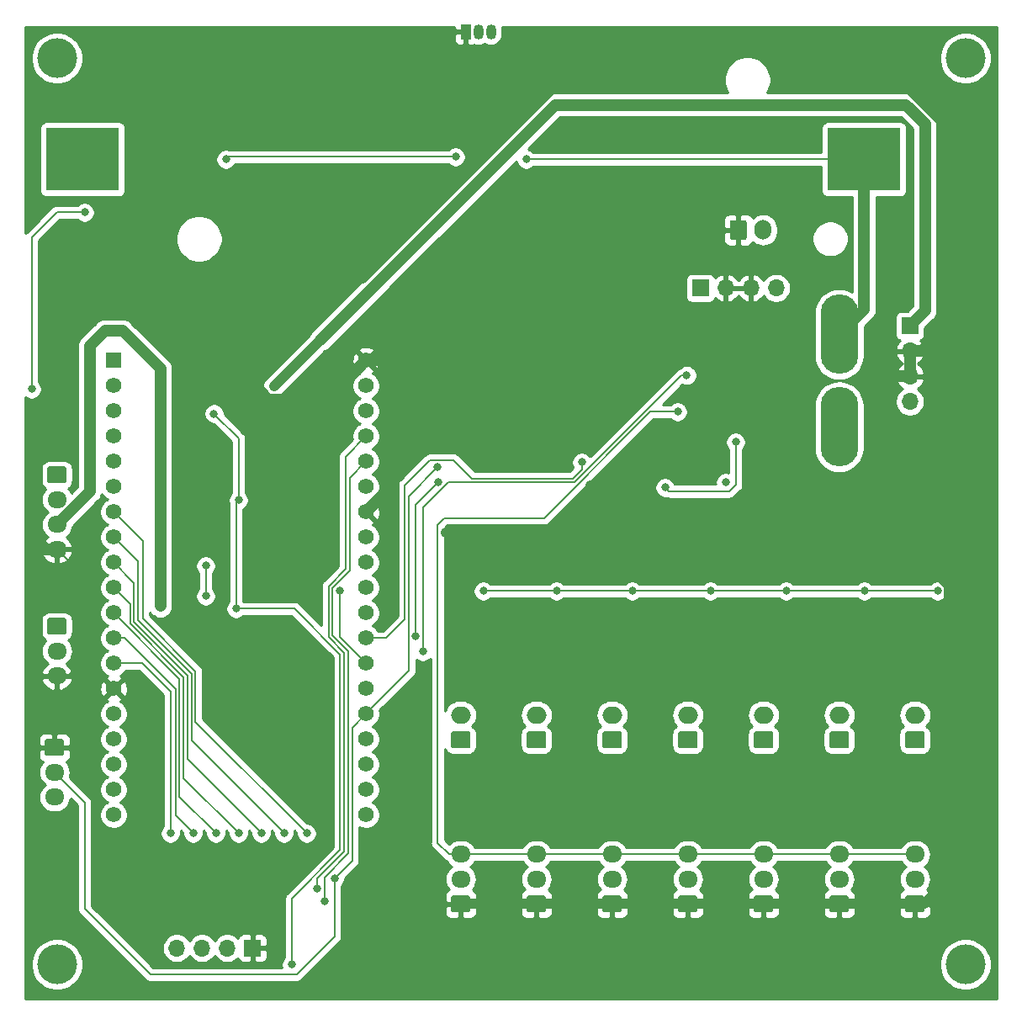
<source format=gbr>
G04 #@! TF.GenerationSoftware,KiCad,Pcbnew,(5.1.5)-3*
G04 #@! TF.CreationDate,2020-11-29T03:44:08+01:00*
G04 #@! TF.ProjectId,PlantCtrlESP32,506c616e-7443-4747-926c-45535033322e,rev?*
G04 #@! TF.SameCoordinates,Original*
G04 #@! TF.FileFunction,Copper,L2,Bot*
G04 #@! TF.FilePolarity,Positive*
%FSLAX46Y46*%
G04 Gerber Fmt 4.6, Leading zero omitted, Abs format (unit mm)*
G04 Created by KiCad (PCBNEW (5.1.5)-3) date 2020-11-29 03:44:08*
%MOMM*%
%LPD*%
G04 APERTURE LIST*
%ADD10O,1.700000X1.700000*%
%ADD11R,1.700000X1.700000*%
%ADD12O,1.950000X1.700000*%
%ADD13C,0.100000*%
%ADD14O,3.800000X8.000000*%
%ADD15R,7.340000X6.350000*%
%ADD16C,1.560000*%
%ADD17R,1.560000X1.560000*%
%ADD18R,1.050000X1.500000*%
%ADD19O,1.050000X1.500000*%
%ADD20O,2.000000X1.700000*%
%ADD21O,1.700000X2.000000*%
%ADD22C,4.000000*%
%ADD23C,0.800000*%
%ADD24C,1.000000*%
%ADD25C,1.200000*%
%ADD26C,0.200000*%
%ADD27C,0.254000*%
G04 APERTURE END LIST*
D10*
X259842000Y-78994000D03*
X259842000Y-76454000D03*
X259842000Y-73914000D03*
D11*
X259842000Y-71374000D03*
D10*
X186055000Y-133985000D03*
X188595000Y-133985000D03*
X191135000Y-133985000D03*
D11*
X193675000Y-133985000D03*
D12*
X173736000Y-118792000D03*
X173736000Y-116292000D03*
G04 #@! TA.AperFunction,ComponentPad*
D13*
G36*
X174485504Y-112943204D02*
G01*
X174509773Y-112946804D01*
X174533571Y-112952765D01*
X174556671Y-112961030D01*
X174578849Y-112971520D01*
X174599893Y-112984133D01*
X174619598Y-112998747D01*
X174637777Y-113015223D01*
X174654253Y-113033402D01*
X174668867Y-113053107D01*
X174681480Y-113074151D01*
X174691970Y-113096329D01*
X174700235Y-113119429D01*
X174706196Y-113143227D01*
X174709796Y-113167496D01*
X174711000Y-113192000D01*
X174711000Y-114392000D01*
X174709796Y-114416504D01*
X174706196Y-114440773D01*
X174700235Y-114464571D01*
X174691970Y-114487671D01*
X174681480Y-114509849D01*
X174668867Y-114530893D01*
X174654253Y-114550598D01*
X174637777Y-114568777D01*
X174619598Y-114585253D01*
X174599893Y-114599867D01*
X174578849Y-114612480D01*
X174556671Y-114622970D01*
X174533571Y-114631235D01*
X174509773Y-114637196D01*
X174485504Y-114640796D01*
X174461000Y-114642000D01*
X173011000Y-114642000D01*
X172986496Y-114640796D01*
X172962227Y-114637196D01*
X172938429Y-114631235D01*
X172915329Y-114622970D01*
X172893151Y-114612480D01*
X172872107Y-114599867D01*
X172852402Y-114585253D01*
X172834223Y-114568777D01*
X172817747Y-114550598D01*
X172803133Y-114530893D01*
X172790520Y-114509849D01*
X172780030Y-114487671D01*
X172771765Y-114464571D01*
X172765804Y-114440773D01*
X172762204Y-114416504D01*
X172761000Y-114392000D01*
X172761000Y-113192000D01*
X172762204Y-113167496D01*
X172765804Y-113143227D01*
X172771765Y-113119429D01*
X172780030Y-113096329D01*
X172790520Y-113074151D01*
X172803133Y-113053107D01*
X172817747Y-113033402D01*
X172834223Y-113015223D01*
X172852402Y-112998747D01*
X172872107Y-112984133D01*
X172893151Y-112971520D01*
X172915329Y-112961030D01*
X172938429Y-112952765D01*
X172962227Y-112946804D01*
X172986496Y-112943204D01*
X173011000Y-112942000D01*
X174461000Y-112942000D01*
X174485504Y-112943204D01*
G37*
G04 #@! TD.AperFunction*
D14*
X252730000Y-72234000D03*
X252730000Y-81534000D03*
D10*
X246380000Y-67564000D03*
X243840000Y-67564000D03*
X241300000Y-67564000D03*
D11*
X238760000Y-67564000D03*
D12*
X173990000Y-106600000D03*
X173990000Y-104100000D03*
G04 #@! TA.AperFunction,ComponentPad*
D13*
G36*
X174739504Y-100751204D02*
G01*
X174763773Y-100754804D01*
X174787571Y-100760765D01*
X174810671Y-100769030D01*
X174832849Y-100779520D01*
X174853893Y-100792133D01*
X174873598Y-100806747D01*
X174891777Y-100823223D01*
X174908253Y-100841402D01*
X174922867Y-100861107D01*
X174935480Y-100882151D01*
X174945970Y-100904329D01*
X174954235Y-100927429D01*
X174960196Y-100951227D01*
X174963796Y-100975496D01*
X174965000Y-101000000D01*
X174965000Y-102200000D01*
X174963796Y-102224504D01*
X174960196Y-102248773D01*
X174954235Y-102272571D01*
X174945970Y-102295671D01*
X174935480Y-102317849D01*
X174922867Y-102338893D01*
X174908253Y-102358598D01*
X174891777Y-102376777D01*
X174873598Y-102393253D01*
X174853893Y-102407867D01*
X174832849Y-102420480D01*
X174810671Y-102430970D01*
X174787571Y-102439235D01*
X174763773Y-102445196D01*
X174739504Y-102448796D01*
X174715000Y-102450000D01*
X173265000Y-102450000D01*
X173240496Y-102448796D01*
X173216227Y-102445196D01*
X173192429Y-102439235D01*
X173169329Y-102430970D01*
X173147151Y-102420480D01*
X173126107Y-102407867D01*
X173106402Y-102393253D01*
X173088223Y-102376777D01*
X173071747Y-102358598D01*
X173057133Y-102338893D01*
X173044520Y-102317849D01*
X173034030Y-102295671D01*
X173025765Y-102272571D01*
X173019804Y-102248773D01*
X173016204Y-102224504D01*
X173015000Y-102200000D01*
X173015000Y-101000000D01*
X173016204Y-100975496D01*
X173019804Y-100951227D01*
X173025765Y-100927429D01*
X173034030Y-100904329D01*
X173044520Y-100882151D01*
X173057133Y-100861107D01*
X173071747Y-100841402D01*
X173088223Y-100823223D01*
X173106402Y-100806747D01*
X173126107Y-100792133D01*
X173147151Y-100779520D01*
X173169329Y-100769030D01*
X173192429Y-100760765D01*
X173216227Y-100754804D01*
X173240496Y-100751204D01*
X173265000Y-100750000D01*
X174715000Y-100750000D01*
X174739504Y-100751204D01*
G37*
G04 #@! TD.AperFunction*
D15*
X255230000Y-54610000D03*
X176570000Y-54610000D03*
D16*
X205105000Y-120575000D03*
X205105000Y-118035000D03*
X205105000Y-115495000D03*
X205105000Y-112955000D03*
X205105000Y-110415000D03*
X205105000Y-107875000D03*
X205105000Y-105335000D03*
X205105000Y-102795000D03*
X205105000Y-100255000D03*
X205105000Y-97715000D03*
X205105000Y-95175000D03*
X205105000Y-92635000D03*
X205105000Y-90095000D03*
X205105000Y-87555000D03*
X205105000Y-85015000D03*
X205105000Y-82475000D03*
X205105000Y-79935000D03*
X205105000Y-77395000D03*
X205105000Y-74855000D03*
X179705000Y-118035000D03*
X179705000Y-115495000D03*
X179705000Y-112955000D03*
X179705000Y-110415000D03*
X179705000Y-107875000D03*
X179705000Y-105335000D03*
X179705000Y-102795000D03*
X179705000Y-100255000D03*
X179705000Y-97715000D03*
X179705000Y-95175000D03*
X179705000Y-92635000D03*
X179705000Y-90095000D03*
X179705000Y-87555000D03*
X179705000Y-85015000D03*
X179705000Y-82475000D03*
X179705000Y-79935000D03*
X179705000Y-120575000D03*
X179705000Y-77395000D03*
D17*
X179705000Y-74855000D03*
D18*
X215138000Y-41783000D03*
D19*
X217678000Y-41783000D03*
X216408000Y-41783000D03*
D12*
X260350000Y-124540000D03*
X260350000Y-127040000D03*
G04 #@! TA.AperFunction,ComponentPad*
D13*
G36*
X261099504Y-128691204D02*
G01*
X261123773Y-128694804D01*
X261147571Y-128700765D01*
X261170671Y-128709030D01*
X261192849Y-128719520D01*
X261213893Y-128732133D01*
X261233598Y-128746747D01*
X261251777Y-128763223D01*
X261268253Y-128781402D01*
X261282867Y-128801107D01*
X261295480Y-128822151D01*
X261305970Y-128844329D01*
X261314235Y-128867429D01*
X261320196Y-128891227D01*
X261323796Y-128915496D01*
X261325000Y-128940000D01*
X261325000Y-130140000D01*
X261323796Y-130164504D01*
X261320196Y-130188773D01*
X261314235Y-130212571D01*
X261305970Y-130235671D01*
X261295480Y-130257849D01*
X261282867Y-130278893D01*
X261268253Y-130298598D01*
X261251777Y-130316777D01*
X261233598Y-130333253D01*
X261213893Y-130347867D01*
X261192849Y-130360480D01*
X261170671Y-130370970D01*
X261147571Y-130379235D01*
X261123773Y-130385196D01*
X261099504Y-130388796D01*
X261075000Y-130390000D01*
X259625000Y-130390000D01*
X259600496Y-130388796D01*
X259576227Y-130385196D01*
X259552429Y-130379235D01*
X259529329Y-130370970D01*
X259507151Y-130360480D01*
X259486107Y-130347867D01*
X259466402Y-130333253D01*
X259448223Y-130316777D01*
X259431747Y-130298598D01*
X259417133Y-130278893D01*
X259404520Y-130257849D01*
X259394030Y-130235671D01*
X259385765Y-130212571D01*
X259379804Y-130188773D01*
X259376204Y-130164504D01*
X259375000Y-130140000D01*
X259375000Y-128940000D01*
X259376204Y-128915496D01*
X259379804Y-128891227D01*
X259385765Y-128867429D01*
X259394030Y-128844329D01*
X259404520Y-128822151D01*
X259417133Y-128801107D01*
X259431747Y-128781402D01*
X259448223Y-128763223D01*
X259466402Y-128746747D01*
X259486107Y-128732133D01*
X259507151Y-128719520D01*
X259529329Y-128709030D01*
X259552429Y-128700765D01*
X259576227Y-128694804D01*
X259600496Y-128691204D01*
X259625000Y-128690000D01*
X261075000Y-128690000D01*
X261099504Y-128691204D01*
G37*
G04 #@! TD.AperFunction*
D12*
X252730000Y-124540000D03*
X252730000Y-127040000D03*
G04 #@! TA.AperFunction,ComponentPad*
D13*
G36*
X253479504Y-128691204D02*
G01*
X253503773Y-128694804D01*
X253527571Y-128700765D01*
X253550671Y-128709030D01*
X253572849Y-128719520D01*
X253593893Y-128732133D01*
X253613598Y-128746747D01*
X253631777Y-128763223D01*
X253648253Y-128781402D01*
X253662867Y-128801107D01*
X253675480Y-128822151D01*
X253685970Y-128844329D01*
X253694235Y-128867429D01*
X253700196Y-128891227D01*
X253703796Y-128915496D01*
X253705000Y-128940000D01*
X253705000Y-130140000D01*
X253703796Y-130164504D01*
X253700196Y-130188773D01*
X253694235Y-130212571D01*
X253685970Y-130235671D01*
X253675480Y-130257849D01*
X253662867Y-130278893D01*
X253648253Y-130298598D01*
X253631777Y-130316777D01*
X253613598Y-130333253D01*
X253593893Y-130347867D01*
X253572849Y-130360480D01*
X253550671Y-130370970D01*
X253527571Y-130379235D01*
X253503773Y-130385196D01*
X253479504Y-130388796D01*
X253455000Y-130390000D01*
X252005000Y-130390000D01*
X251980496Y-130388796D01*
X251956227Y-130385196D01*
X251932429Y-130379235D01*
X251909329Y-130370970D01*
X251887151Y-130360480D01*
X251866107Y-130347867D01*
X251846402Y-130333253D01*
X251828223Y-130316777D01*
X251811747Y-130298598D01*
X251797133Y-130278893D01*
X251784520Y-130257849D01*
X251774030Y-130235671D01*
X251765765Y-130212571D01*
X251759804Y-130188773D01*
X251756204Y-130164504D01*
X251755000Y-130140000D01*
X251755000Y-128940000D01*
X251756204Y-128915496D01*
X251759804Y-128891227D01*
X251765765Y-128867429D01*
X251774030Y-128844329D01*
X251784520Y-128822151D01*
X251797133Y-128801107D01*
X251811747Y-128781402D01*
X251828223Y-128763223D01*
X251846402Y-128746747D01*
X251866107Y-128732133D01*
X251887151Y-128719520D01*
X251909329Y-128709030D01*
X251932429Y-128700765D01*
X251956227Y-128694804D01*
X251980496Y-128691204D01*
X252005000Y-128690000D01*
X253455000Y-128690000D01*
X253479504Y-128691204D01*
G37*
G04 #@! TD.AperFunction*
D12*
X245110000Y-124540000D03*
X245110000Y-127040000D03*
G04 #@! TA.AperFunction,ComponentPad*
D13*
G36*
X245859504Y-128691204D02*
G01*
X245883773Y-128694804D01*
X245907571Y-128700765D01*
X245930671Y-128709030D01*
X245952849Y-128719520D01*
X245973893Y-128732133D01*
X245993598Y-128746747D01*
X246011777Y-128763223D01*
X246028253Y-128781402D01*
X246042867Y-128801107D01*
X246055480Y-128822151D01*
X246065970Y-128844329D01*
X246074235Y-128867429D01*
X246080196Y-128891227D01*
X246083796Y-128915496D01*
X246085000Y-128940000D01*
X246085000Y-130140000D01*
X246083796Y-130164504D01*
X246080196Y-130188773D01*
X246074235Y-130212571D01*
X246065970Y-130235671D01*
X246055480Y-130257849D01*
X246042867Y-130278893D01*
X246028253Y-130298598D01*
X246011777Y-130316777D01*
X245993598Y-130333253D01*
X245973893Y-130347867D01*
X245952849Y-130360480D01*
X245930671Y-130370970D01*
X245907571Y-130379235D01*
X245883773Y-130385196D01*
X245859504Y-130388796D01*
X245835000Y-130390000D01*
X244385000Y-130390000D01*
X244360496Y-130388796D01*
X244336227Y-130385196D01*
X244312429Y-130379235D01*
X244289329Y-130370970D01*
X244267151Y-130360480D01*
X244246107Y-130347867D01*
X244226402Y-130333253D01*
X244208223Y-130316777D01*
X244191747Y-130298598D01*
X244177133Y-130278893D01*
X244164520Y-130257849D01*
X244154030Y-130235671D01*
X244145765Y-130212571D01*
X244139804Y-130188773D01*
X244136204Y-130164504D01*
X244135000Y-130140000D01*
X244135000Y-128940000D01*
X244136204Y-128915496D01*
X244139804Y-128891227D01*
X244145765Y-128867429D01*
X244154030Y-128844329D01*
X244164520Y-128822151D01*
X244177133Y-128801107D01*
X244191747Y-128781402D01*
X244208223Y-128763223D01*
X244226402Y-128746747D01*
X244246107Y-128732133D01*
X244267151Y-128719520D01*
X244289329Y-128709030D01*
X244312429Y-128700765D01*
X244336227Y-128694804D01*
X244360496Y-128691204D01*
X244385000Y-128690000D01*
X245835000Y-128690000D01*
X245859504Y-128691204D01*
G37*
G04 #@! TD.AperFunction*
D12*
X237490000Y-124540000D03*
X237490000Y-127040000D03*
G04 #@! TA.AperFunction,ComponentPad*
D13*
G36*
X238239504Y-128691204D02*
G01*
X238263773Y-128694804D01*
X238287571Y-128700765D01*
X238310671Y-128709030D01*
X238332849Y-128719520D01*
X238353893Y-128732133D01*
X238373598Y-128746747D01*
X238391777Y-128763223D01*
X238408253Y-128781402D01*
X238422867Y-128801107D01*
X238435480Y-128822151D01*
X238445970Y-128844329D01*
X238454235Y-128867429D01*
X238460196Y-128891227D01*
X238463796Y-128915496D01*
X238465000Y-128940000D01*
X238465000Y-130140000D01*
X238463796Y-130164504D01*
X238460196Y-130188773D01*
X238454235Y-130212571D01*
X238445970Y-130235671D01*
X238435480Y-130257849D01*
X238422867Y-130278893D01*
X238408253Y-130298598D01*
X238391777Y-130316777D01*
X238373598Y-130333253D01*
X238353893Y-130347867D01*
X238332849Y-130360480D01*
X238310671Y-130370970D01*
X238287571Y-130379235D01*
X238263773Y-130385196D01*
X238239504Y-130388796D01*
X238215000Y-130390000D01*
X236765000Y-130390000D01*
X236740496Y-130388796D01*
X236716227Y-130385196D01*
X236692429Y-130379235D01*
X236669329Y-130370970D01*
X236647151Y-130360480D01*
X236626107Y-130347867D01*
X236606402Y-130333253D01*
X236588223Y-130316777D01*
X236571747Y-130298598D01*
X236557133Y-130278893D01*
X236544520Y-130257849D01*
X236534030Y-130235671D01*
X236525765Y-130212571D01*
X236519804Y-130188773D01*
X236516204Y-130164504D01*
X236515000Y-130140000D01*
X236515000Y-128940000D01*
X236516204Y-128915496D01*
X236519804Y-128891227D01*
X236525765Y-128867429D01*
X236534030Y-128844329D01*
X236544520Y-128822151D01*
X236557133Y-128801107D01*
X236571747Y-128781402D01*
X236588223Y-128763223D01*
X236606402Y-128746747D01*
X236626107Y-128732133D01*
X236647151Y-128719520D01*
X236669329Y-128709030D01*
X236692429Y-128700765D01*
X236716227Y-128694804D01*
X236740496Y-128691204D01*
X236765000Y-128690000D01*
X238215000Y-128690000D01*
X238239504Y-128691204D01*
G37*
G04 #@! TD.AperFunction*
D12*
X229870000Y-124540000D03*
X229870000Y-127040000D03*
G04 #@! TA.AperFunction,ComponentPad*
D13*
G36*
X230619504Y-128691204D02*
G01*
X230643773Y-128694804D01*
X230667571Y-128700765D01*
X230690671Y-128709030D01*
X230712849Y-128719520D01*
X230733893Y-128732133D01*
X230753598Y-128746747D01*
X230771777Y-128763223D01*
X230788253Y-128781402D01*
X230802867Y-128801107D01*
X230815480Y-128822151D01*
X230825970Y-128844329D01*
X230834235Y-128867429D01*
X230840196Y-128891227D01*
X230843796Y-128915496D01*
X230845000Y-128940000D01*
X230845000Y-130140000D01*
X230843796Y-130164504D01*
X230840196Y-130188773D01*
X230834235Y-130212571D01*
X230825970Y-130235671D01*
X230815480Y-130257849D01*
X230802867Y-130278893D01*
X230788253Y-130298598D01*
X230771777Y-130316777D01*
X230753598Y-130333253D01*
X230733893Y-130347867D01*
X230712849Y-130360480D01*
X230690671Y-130370970D01*
X230667571Y-130379235D01*
X230643773Y-130385196D01*
X230619504Y-130388796D01*
X230595000Y-130390000D01*
X229145000Y-130390000D01*
X229120496Y-130388796D01*
X229096227Y-130385196D01*
X229072429Y-130379235D01*
X229049329Y-130370970D01*
X229027151Y-130360480D01*
X229006107Y-130347867D01*
X228986402Y-130333253D01*
X228968223Y-130316777D01*
X228951747Y-130298598D01*
X228937133Y-130278893D01*
X228924520Y-130257849D01*
X228914030Y-130235671D01*
X228905765Y-130212571D01*
X228899804Y-130188773D01*
X228896204Y-130164504D01*
X228895000Y-130140000D01*
X228895000Y-128940000D01*
X228896204Y-128915496D01*
X228899804Y-128891227D01*
X228905765Y-128867429D01*
X228914030Y-128844329D01*
X228924520Y-128822151D01*
X228937133Y-128801107D01*
X228951747Y-128781402D01*
X228968223Y-128763223D01*
X228986402Y-128746747D01*
X229006107Y-128732133D01*
X229027151Y-128719520D01*
X229049329Y-128709030D01*
X229072429Y-128700765D01*
X229096227Y-128694804D01*
X229120496Y-128691204D01*
X229145000Y-128690000D01*
X230595000Y-128690000D01*
X230619504Y-128691204D01*
G37*
G04 #@! TD.AperFunction*
D12*
X222250000Y-124540000D03*
X222250000Y-127040000D03*
G04 #@! TA.AperFunction,ComponentPad*
D13*
G36*
X222999504Y-128691204D02*
G01*
X223023773Y-128694804D01*
X223047571Y-128700765D01*
X223070671Y-128709030D01*
X223092849Y-128719520D01*
X223113893Y-128732133D01*
X223133598Y-128746747D01*
X223151777Y-128763223D01*
X223168253Y-128781402D01*
X223182867Y-128801107D01*
X223195480Y-128822151D01*
X223205970Y-128844329D01*
X223214235Y-128867429D01*
X223220196Y-128891227D01*
X223223796Y-128915496D01*
X223225000Y-128940000D01*
X223225000Y-130140000D01*
X223223796Y-130164504D01*
X223220196Y-130188773D01*
X223214235Y-130212571D01*
X223205970Y-130235671D01*
X223195480Y-130257849D01*
X223182867Y-130278893D01*
X223168253Y-130298598D01*
X223151777Y-130316777D01*
X223133598Y-130333253D01*
X223113893Y-130347867D01*
X223092849Y-130360480D01*
X223070671Y-130370970D01*
X223047571Y-130379235D01*
X223023773Y-130385196D01*
X222999504Y-130388796D01*
X222975000Y-130390000D01*
X221525000Y-130390000D01*
X221500496Y-130388796D01*
X221476227Y-130385196D01*
X221452429Y-130379235D01*
X221429329Y-130370970D01*
X221407151Y-130360480D01*
X221386107Y-130347867D01*
X221366402Y-130333253D01*
X221348223Y-130316777D01*
X221331747Y-130298598D01*
X221317133Y-130278893D01*
X221304520Y-130257849D01*
X221294030Y-130235671D01*
X221285765Y-130212571D01*
X221279804Y-130188773D01*
X221276204Y-130164504D01*
X221275000Y-130140000D01*
X221275000Y-128940000D01*
X221276204Y-128915496D01*
X221279804Y-128891227D01*
X221285765Y-128867429D01*
X221294030Y-128844329D01*
X221304520Y-128822151D01*
X221317133Y-128801107D01*
X221331747Y-128781402D01*
X221348223Y-128763223D01*
X221366402Y-128746747D01*
X221386107Y-128732133D01*
X221407151Y-128719520D01*
X221429329Y-128709030D01*
X221452429Y-128700765D01*
X221476227Y-128694804D01*
X221500496Y-128691204D01*
X221525000Y-128690000D01*
X222975000Y-128690000D01*
X222999504Y-128691204D01*
G37*
G04 #@! TD.AperFunction*
D12*
X214630000Y-124540000D03*
X214630000Y-127040000D03*
G04 #@! TA.AperFunction,ComponentPad*
D13*
G36*
X215379504Y-128691204D02*
G01*
X215403773Y-128694804D01*
X215427571Y-128700765D01*
X215450671Y-128709030D01*
X215472849Y-128719520D01*
X215493893Y-128732133D01*
X215513598Y-128746747D01*
X215531777Y-128763223D01*
X215548253Y-128781402D01*
X215562867Y-128801107D01*
X215575480Y-128822151D01*
X215585970Y-128844329D01*
X215594235Y-128867429D01*
X215600196Y-128891227D01*
X215603796Y-128915496D01*
X215605000Y-128940000D01*
X215605000Y-130140000D01*
X215603796Y-130164504D01*
X215600196Y-130188773D01*
X215594235Y-130212571D01*
X215585970Y-130235671D01*
X215575480Y-130257849D01*
X215562867Y-130278893D01*
X215548253Y-130298598D01*
X215531777Y-130316777D01*
X215513598Y-130333253D01*
X215493893Y-130347867D01*
X215472849Y-130360480D01*
X215450671Y-130370970D01*
X215427571Y-130379235D01*
X215403773Y-130385196D01*
X215379504Y-130388796D01*
X215355000Y-130390000D01*
X213905000Y-130390000D01*
X213880496Y-130388796D01*
X213856227Y-130385196D01*
X213832429Y-130379235D01*
X213809329Y-130370970D01*
X213787151Y-130360480D01*
X213766107Y-130347867D01*
X213746402Y-130333253D01*
X213728223Y-130316777D01*
X213711747Y-130298598D01*
X213697133Y-130278893D01*
X213684520Y-130257849D01*
X213674030Y-130235671D01*
X213665765Y-130212571D01*
X213659804Y-130188773D01*
X213656204Y-130164504D01*
X213655000Y-130140000D01*
X213655000Y-128940000D01*
X213656204Y-128915496D01*
X213659804Y-128891227D01*
X213665765Y-128867429D01*
X213674030Y-128844329D01*
X213684520Y-128822151D01*
X213697133Y-128801107D01*
X213711747Y-128781402D01*
X213728223Y-128763223D01*
X213746402Y-128746747D01*
X213766107Y-128732133D01*
X213787151Y-128719520D01*
X213809329Y-128709030D01*
X213832429Y-128700765D01*
X213856227Y-128694804D01*
X213880496Y-128691204D01*
X213905000Y-128690000D01*
X215355000Y-128690000D01*
X215379504Y-128691204D01*
G37*
G04 #@! TD.AperFunction*
D20*
X260350000Y-110530000D03*
G04 #@! TA.AperFunction,ComponentPad*
D13*
G36*
X261124504Y-112181204D02*
G01*
X261148773Y-112184804D01*
X261172571Y-112190765D01*
X261195671Y-112199030D01*
X261217849Y-112209520D01*
X261238893Y-112222133D01*
X261258598Y-112236747D01*
X261276777Y-112253223D01*
X261293253Y-112271402D01*
X261307867Y-112291107D01*
X261320480Y-112312151D01*
X261330970Y-112334329D01*
X261339235Y-112357429D01*
X261345196Y-112381227D01*
X261348796Y-112405496D01*
X261350000Y-112430000D01*
X261350000Y-113630000D01*
X261348796Y-113654504D01*
X261345196Y-113678773D01*
X261339235Y-113702571D01*
X261330970Y-113725671D01*
X261320480Y-113747849D01*
X261307867Y-113768893D01*
X261293253Y-113788598D01*
X261276777Y-113806777D01*
X261258598Y-113823253D01*
X261238893Y-113837867D01*
X261217849Y-113850480D01*
X261195671Y-113860970D01*
X261172571Y-113869235D01*
X261148773Y-113875196D01*
X261124504Y-113878796D01*
X261100000Y-113880000D01*
X259600000Y-113880000D01*
X259575496Y-113878796D01*
X259551227Y-113875196D01*
X259527429Y-113869235D01*
X259504329Y-113860970D01*
X259482151Y-113850480D01*
X259461107Y-113837867D01*
X259441402Y-113823253D01*
X259423223Y-113806777D01*
X259406747Y-113788598D01*
X259392133Y-113768893D01*
X259379520Y-113747849D01*
X259369030Y-113725671D01*
X259360765Y-113702571D01*
X259354804Y-113678773D01*
X259351204Y-113654504D01*
X259350000Y-113630000D01*
X259350000Y-112430000D01*
X259351204Y-112405496D01*
X259354804Y-112381227D01*
X259360765Y-112357429D01*
X259369030Y-112334329D01*
X259379520Y-112312151D01*
X259392133Y-112291107D01*
X259406747Y-112271402D01*
X259423223Y-112253223D01*
X259441402Y-112236747D01*
X259461107Y-112222133D01*
X259482151Y-112209520D01*
X259504329Y-112199030D01*
X259527429Y-112190765D01*
X259551227Y-112184804D01*
X259575496Y-112181204D01*
X259600000Y-112180000D01*
X261100000Y-112180000D01*
X261124504Y-112181204D01*
G37*
G04 #@! TD.AperFunction*
D20*
X252730000Y-110530000D03*
G04 #@! TA.AperFunction,ComponentPad*
D13*
G36*
X253504504Y-112181204D02*
G01*
X253528773Y-112184804D01*
X253552571Y-112190765D01*
X253575671Y-112199030D01*
X253597849Y-112209520D01*
X253618893Y-112222133D01*
X253638598Y-112236747D01*
X253656777Y-112253223D01*
X253673253Y-112271402D01*
X253687867Y-112291107D01*
X253700480Y-112312151D01*
X253710970Y-112334329D01*
X253719235Y-112357429D01*
X253725196Y-112381227D01*
X253728796Y-112405496D01*
X253730000Y-112430000D01*
X253730000Y-113630000D01*
X253728796Y-113654504D01*
X253725196Y-113678773D01*
X253719235Y-113702571D01*
X253710970Y-113725671D01*
X253700480Y-113747849D01*
X253687867Y-113768893D01*
X253673253Y-113788598D01*
X253656777Y-113806777D01*
X253638598Y-113823253D01*
X253618893Y-113837867D01*
X253597849Y-113850480D01*
X253575671Y-113860970D01*
X253552571Y-113869235D01*
X253528773Y-113875196D01*
X253504504Y-113878796D01*
X253480000Y-113880000D01*
X251980000Y-113880000D01*
X251955496Y-113878796D01*
X251931227Y-113875196D01*
X251907429Y-113869235D01*
X251884329Y-113860970D01*
X251862151Y-113850480D01*
X251841107Y-113837867D01*
X251821402Y-113823253D01*
X251803223Y-113806777D01*
X251786747Y-113788598D01*
X251772133Y-113768893D01*
X251759520Y-113747849D01*
X251749030Y-113725671D01*
X251740765Y-113702571D01*
X251734804Y-113678773D01*
X251731204Y-113654504D01*
X251730000Y-113630000D01*
X251730000Y-112430000D01*
X251731204Y-112405496D01*
X251734804Y-112381227D01*
X251740765Y-112357429D01*
X251749030Y-112334329D01*
X251759520Y-112312151D01*
X251772133Y-112291107D01*
X251786747Y-112271402D01*
X251803223Y-112253223D01*
X251821402Y-112236747D01*
X251841107Y-112222133D01*
X251862151Y-112209520D01*
X251884329Y-112199030D01*
X251907429Y-112190765D01*
X251931227Y-112184804D01*
X251955496Y-112181204D01*
X251980000Y-112180000D01*
X253480000Y-112180000D01*
X253504504Y-112181204D01*
G37*
G04 #@! TD.AperFunction*
D20*
X245110000Y-110530000D03*
G04 #@! TA.AperFunction,ComponentPad*
D13*
G36*
X245884504Y-112181204D02*
G01*
X245908773Y-112184804D01*
X245932571Y-112190765D01*
X245955671Y-112199030D01*
X245977849Y-112209520D01*
X245998893Y-112222133D01*
X246018598Y-112236747D01*
X246036777Y-112253223D01*
X246053253Y-112271402D01*
X246067867Y-112291107D01*
X246080480Y-112312151D01*
X246090970Y-112334329D01*
X246099235Y-112357429D01*
X246105196Y-112381227D01*
X246108796Y-112405496D01*
X246110000Y-112430000D01*
X246110000Y-113630000D01*
X246108796Y-113654504D01*
X246105196Y-113678773D01*
X246099235Y-113702571D01*
X246090970Y-113725671D01*
X246080480Y-113747849D01*
X246067867Y-113768893D01*
X246053253Y-113788598D01*
X246036777Y-113806777D01*
X246018598Y-113823253D01*
X245998893Y-113837867D01*
X245977849Y-113850480D01*
X245955671Y-113860970D01*
X245932571Y-113869235D01*
X245908773Y-113875196D01*
X245884504Y-113878796D01*
X245860000Y-113880000D01*
X244360000Y-113880000D01*
X244335496Y-113878796D01*
X244311227Y-113875196D01*
X244287429Y-113869235D01*
X244264329Y-113860970D01*
X244242151Y-113850480D01*
X244221107Y-113837867D01*
X244201402Y-113823253D01*
X244183223Y-113806777D01*
X244166747Y-113788598D01*
X244152133Y-113768893D01*
X244139520Y-113747849D01*
X244129030Y-113725671D01*
X244120765Y-113702571D01*
X244114804Y-113678773D01*
X244111204Y-113654504D01*
X244110000Y-113630000D01*
X244110000Y-112430000D01*
X244111204Y-112405496D01*
X244114804Y-112381227D01*
X244120765Y-112357429D01*
X244129030Y-112334329D01*
X244139520Y-112312151D01*
X244152133Y-112291107D01*
X244166747Y-112271402D01*
X244183223Y-112253223D01*
X244201402Y-112236747D01*
X244221107Y-112222133D01*
X244242151Y-112209520D01*
X244264329Y-112199030D01*
X244287429Y-112190765D01*
X244311227Y-112184804D01*
X244335496Y-112181204D01*
X244360000Y-112180000D01*
X245860000Y-112180000D01*
X245884504Y-112181204D01*
G37*
G04 #@! TD.AperFunction*
D20*
X237490000Y-110530000D03*
G04 #@! TA.AperFunction,ComponentPad*
D13*
G36*
X238264504Y-112181204D02*
G01*
X238288773Y-112184804D01*
X238312571Y-112190765D01*
X238335671Y-112199030D01*
X238357849Y-112209520D01*
X238378893Y-112222133D01*
X238398598Y-112236747D01*
X238416777Y-112253223D01*
X238433253Y-112271402D01*
X238447867Y-112291107D01*
X238460480Y-112312151D01*
X238470970Y-112334329D01*
X238479235Y-112357429D01*
X238485196Y-112381227D01*
X238488796Y-112405496D01*
X238490000Y-112430000D01*
X238490000Y-113630000D01*
X238488796Y-113654504D01*
X238485196Y-113678773D01*
X238479235Y-113702571D01*
X238470970Y-113725671D01*
X238460480Y-113747849D01*
X238447867Y-113768893D01*
X238433253Y-113788598D01*
X238416777Y-113806777D01*
X238398598Y-113823253D01*
X238378893Y-113837867D01*
X238357849Y-113850480D01*
X238335671Y-113860970D01*
X238312571Y-113869235D01*
X238288773Y-113875196D01*
X238264504Y-113878796D01*
X238240000Y-113880000D01*
X236740000Y-113880000D01*
X236715496Y-113878796D01*
X236691227Y-113875196D01*
X236667429Y-113869235D01*
X236644329Y-113860970D01*
X236622151Y-113850480D01*
X236601107Y-113837867D01*
X236581402Y-113823253D01*
X236563223Y-113806777D01*
X236546747Y-113788598D01*
X236532133Y-113768893D01*
X236519520Y-113747849D01*
X236509030Y-113725671D01*
X236500765Y-113702571D01*
X236494804Y-113678773D01*
X236491204Y-113654504D01*
X236490000Y-113630000D01*
X236490000Y-112430000D01*
X236491204Y-112405496D01*
X236494804Y-112381227D01*
X236500765Y-112357429D01*
X236509030Y-112334329D01*
X236519520Y-112312151D01*
X236532133Y-112291107D01*
X236546747Y-112271402D01*
X236563223Y-112253223D01*
X236581402Y-112236747D01*
X236601107Y-112222133D01*
X236622151Y-112209520D01*
X236644329Y-112199030D01*
X236667429Y-112190765D01*
X236691227Y-112184804D01*
X236715496Y-112181204D01*
X236740000Y-112180000D01*
X238240000Y-112180000D01*
X238264504Y-112181204D01*
G37*
G04 #@! TD.AperFunction*
D20*
X229870000Y-110530000D03*
G04 #@! TA.AperFunction,ComponentPad*
D13*
G36*
X230644504Y-112181204D02*
G01*
X230668773Y-112184804D01*
X230692571Y-112190765D01*
X230715671Y-112199030D01*
X230737849Y-112209520D01*
X230758893Y-112222133D01*
X230778598Y-112236747D01*
X230796777Y-112253223D01*
X230813253Y-112271402D01*
X230827867Y-112291107D01*
X230840480Y-112312151D01*
X230850970Y-112334329D01*
X230859235Y-112357429D01*
X230865196Y-112381227D01*
X230868796Y-112405496D01*
X230870000Y-112430000D01*
X230870000Y-113630000D01*
X230868796Y-113654504D01*
X230865196Y-113678773D01*
X230859235Y-113702571D01*
X230850970Y-113725671D01*
X230840480Y-113747849D01*
X230827867Y-113768893D01*
X230813253Y-113788598D01*
X230796777Y-113806777D01*
X230778598Y-113823253D01*
X230758893Y-113837867D01*
X230737849Y-113850480D01*
X230715671Y-113860970D01*
X230692571Y-113869235D01*
X230668773Y-113875196D01*
X230644504Y-113878796D01*
X230620000Y-113880000D01*
X229120000Y-113880000D01*
X229095496Y-113878796D01*
X229071227Y-113875196D01*
X229047429Y-113869235D01*
X229024329Y-113860970D01*
X229002151Y-113850480D01*
X228981107Y-113837867D01*
X228961402Y-113823253D01*
X228943223Y-113806777D01*
X228926747Y-113788598D01*
X228912133Y-113768893D01*
X228899520Y-113747849D01*
X228889030Y-113725671D01*
X228880765Y-113702571D01*
X228874804Y-113678773D01*
X228871204Y-113654504D01*
X228870000Y-113630000D01*
X228870000Y-112430000D01*
X228871204Y-112405496D01*
X228874804Y-112381227D01*
X228880765Y-112357429D01*
X228889030Y-112334329D01*
X228899520Y-112312151D01*
X228912133Y-112291107D01*
X228926747Y-112271402D01*
X228943223Y-112253223D01*
X228961402Y-112236747D01*
X228981107Y-112222133D01*
X229002151Y-112209520D01*
X229024329Y-112199030D01*
X229047429Y-112190765D01*
X229071227Y-112184804D01*
X229095496Y-112181204D01*
X229120000Y-112180000D01*
X230620000Y-112180000D01*
X230644504Y-112181204D01*
G37*
G04 #@! TD.AperFunction*
D20*
X222250000Y-110530000D03*
G04 #@! TA.AperFunction,ComponentPad*
D13*
G36*
X223024504Y-112181204D02*
G01*
X223048773Y-112184804D01*
X223072571Y-112190765D01*
X223095671Y-112199030D01*
X223117849Y-112209520D01*
X223138893Y-112222133D01*
X223158598Y-112236747D01*
X223176777Y-112253223D01*
X223193253Y-112271402D01*
X223207867Y-112291107D01*
X223220480Y-112312151D01*
X223230970Y-112334329D01*
X223239235Y-112357429D01*
X223245196Y-112381227D01*
X223248796Y-112405496D01*
X223250000Y-112430000D01*
X223250000Y-113630000D01*
X223248796Y-113654504D01*
X223245196Y-113678773D01*
X223239235Y-113702571D01*
X223230970Y-113725671D01*
X223220480Y-113747849D01*
X223207867Y-113768893D01*
X223193253Y-113788598D01*
X223176777Y-113806777D01*
X223158598Y-113823253D01*
X223138893Y-113837867D01*
X223117849Y-113850480D01*
X223095671Y-113860970D01*
X223072571Y-113869235D01*
X223048773Y-113875196D01*
X223024504Y-113878796D01*
X223000000Y-113880000D01*
X221500000Y-113880000D01*
X221475496Y-113878796D01*
X221451227Y-113875196D01*
X221427429Y-113869235D01*
X221404329Y-113860970D01*
X221382151Y-113850480D01*
X221361107Y-113837867D01*
X221341402Y-113823253D01*
X221323223Y-113806777D01*
X221306747Y-113788598D01*
X221292133Y-113768893D01*
X221279520Y-113747849D01*
X221269030Y-113725671D01*
X221260765Y-113702571D01*
X221254804Y-113678773D01*
X221251204Y-113654504D01*
X221250000Y-113630000D01*
X221250000Y-112430000D01*
X221251204Y-112405496D01*
X221254804Y-112381227D01*
X221260765Y-112357429D01*
X221269030Y-112334329D01*
X221279520Y-112312151D01*
X221292133Y-112291107D01*
X221306747Y-112271402D01*
X221323223Y-112253223D01*
X221341402Y-112236747D01*
X221361107Y-112222133D01*
X221382151Y-112209520D01*
X221404329Y-112199030D01*
X221427429Y-112190765D01*
X221451227Y-112184804D01*
X221475496Y-112181204D01*
X221500000Y-112180000D01*
X223000000Y-112180000D01*
X223024504Y-112181204D01*
G37*
G04 #@! TD.AperFunction*
D20*
X214630000Y-110530000D03*
G04 #@! TA.AperFunction,ComponentPad*
D13*
G36*
X215404504Y-112181204D02*
G01*
X215428773Y-112184804D01*
X215452571Y-112190765D01*
X215475671Y-112199030D01*
X215497849Y-112209520D01*
X215518893Y-112222133D01*
X215538598Y-112236747D01*
X215556777Y-112253223D01*
X215573253Y-112271402D01*
X215587867Y-112291107D01*
X215600480Y-112312151D01*
X215610970Y-112334329D01*
X215619235Y-112357429D01*
X215625196Y-112381227D01*
X215628796Y-112405496D01*
X215630000Y-112430000D01*
X215630000Y-113630000D01*
X215628796Y-113654504D01*
X215625196Y-113678773D01*
X215619235Y-113702571D01*
X215610970Y-113725671D01*
X215600480Y-113747849D01*
X215587867Y-113768893D01*
X215573253Y-113788598D01*
X215556777Y-113806777D01*
X215538598Y-113823253D01*
X215518893Y-113837867D01*
X215497849Y-113850480D01*
X215475671Y-113860970D01*
X215452571Y-113869235D01*
X215428773Y-113875196D01*
X215404504Y-113878796D01*
X215380000Y-113880000D01*
X213880000Y-113880000D01*
X213855496Y-113878796D01*
X213831227Y-113875196D01*
X213807429Y-113869235D01*
X213784329Y-113860970D01*
X213762151Y-113850480D01*
X213741107Y-113837867D01*
X213721402Y-113823253D01*
X213703223Y-113806777D01*
X213686747Y-113788598D01*
X213672133Y-113768893D01*
X213659520Y-113747849D01*
X213649030Y-113725671D01*
X213640765Y-113702571D01*
X213634804Y-113678773D01*
X213631204Y-113654504D01*
X213630000Y-113630000D01*
X213630000Y-112430000D01*
X213631204Y-112405496D01*
X213634804Y-112381227D01*
X213640765Y-112357429D01*
X213649030Y-112334329D01*
X213659520Y-112312151D01*
X213672133Y-112291107D01*
X213686747Y-112271402D01*
X213703223Y-112253223D01*
X213721402Y-112236747D01*
X213741107Y-112222133D01*
X213762151Y-112209520D01*
X213784329Y-112199030D01*
X213807429Y-112190765D01*
X213831227Y-112184804D01*
X213855496Y-112181204D01*
X213880000Y-112180000D01*
X215380000Y-112180000D01*
X215404504Y-112181204D01*
G37*
G04 #@! TD.AperFunction*
D12*
X173990000Y-93860000D03*
X173990000Y-91360000D03*
X173990000Y-88860000D03*
G04 #@! TA.AperFunction,ComponentPad*
D13*
G36*
X174739504Y-85511204D02*
G01*
X174763773Y-85514804D01*
X174787571Y-85520765D01*
X174810671Y-85529030D01*
X174832849Y-85539520D01*
X174853893Y-85552133D01*
X174873598Y-85566747D01*
X174891777Y-85583223D01*
X174908253Y-85601402D01*
X174922867Y-85621107D01*
X174935480Y-85642151D01*
X174945970Y-85664329D01*
X174954235Y-85687429D01*
X174960196Y-85711227D01*
X174963796Y-85735496D01*
X174965000Y-85760000D01*
X174965000Y-86960000D01*
X174963796Y-86984504D01*
X174960196Y-87008773D01*
X174954235Y-87032571D01*
X174945970Y-87055671D01*
X174935480Y-87077849D01*
X174922867Y-87098893D01*
X174908253Y-87118598D01*
X174891777Y-87136777D01*
X174873598Y-87153253D01*
X174853893Y-87167867D01*
X174832849Y-87180480D01*
X174810671Y-87190970D01*
X174787571Y-87199235D01*
X174763773Y-87205196D01*
X174739504Y-87208796D01*
X174715000Y-87210000D01*
X173265000Y-87210000D01*
X173240496Y-87208796D01*
X173216227Y-87205196D01*
X173192429Y-87199235D01*
X173169329Y-87190970D01*
X173147151Y-87180480D01*
X173126107Y-87167867D01*
X173106402Y-87153253D01*
X173088223Y-87136777D01*
X173071747Y-87118598D01*
X173057133Y-87098893D01*
X173044520Y-87077849D01*
X173034030Y-87055671D01*
X173025765Y-87032571D01*
X173019804Y-87008773D01*
X173016204Y-86984504D01*
X173015000Y-86960000D01*
X173015000Y-85760000D01*
X173016204Y-85735496D01*
X173019804Y-85711227D01*
X173025765Y-85687429D01*
X173034030Y-85664329D01*
X173044520Y-85642151D01*
X173057133Y-85621107D01*
X173071747Y-85601402D01*
X173088223Y-85583223D01*
X173106402Y-85566747D01*
X173126107Y-85552133D01*
X173147151Y-85539520D01*
X173169329Y-85529030D01*
X173192429Y-85520765D01*
X173216227Y-85514804D01*
X173240496Y-85511204D01*
X173265000Y-85510000D01*
X174715000Y-85510000D01*
X174739504Y-85511204D01*
G37*
G04 #@! TD.AperFunction*
D21*
X245070000Y-61722000D03*
G04 #@! TA.AperFunction,ComponentPad*
D13*
G36*
X243194504Y-60723204D02*
G01*
X243218773Y-60726804D01*
X243242571Y-60732765D01*
X243265671Y-60741030D01*
X243287849Y-60751520D01*
X243308893Y-60764133D01*
X243328598Y-60778747D01*
X243346777Y-60795223D01*
X243363253Y-60813402D01*
X243377867Y-60833107D01*
X243390480Y-60854151D01*
X243400970Y-60876329D01*
X243409235Y-60899429D01*
X243415196Y-60923227D01*
X243418796Y-60947496D01*
X243420000Y-60972000D01*
X243420000Y-62472000D01*
X243418796Y-62496504D01*
X243415196Y-62520773D01*
X243409235Y-62544571D01*
X243400970Y-62567671D01*
X243390480Y-62589849D01*
X243377867Y-62610893D01*
X243363253Y-62630598D01*
X243346777Y-62648777D01*
X243328598Y-62665253D01*
X243308893Y-62679867D01*
X243287849Y-62692480D01*
X243265671Y-62702970D01*
X243242571Y-62711235D01*
X243218773Y-62717196D01*
X243194504Y-62720796D01*
X243170000Y-62722000D01*
X241970000Y-62722000D01*
X241945496Y-62720796D01*
X241921227Y-62717196D01*
X241897429Y-62711235D01*
X241874329Y-62702970D01*
X241852151Y-62692480D01*
X241831107Y-62679867D01*
X241811402Y-62665253D01*
X241793223Y-62648777D01*
X241776747Y-62630598D01*
X241762133Y-62610893D01*
X241749520Y-62589849D01*
X241739030Y-62567671D01*
X241730765Y-62544571D01*
X241724804Y-62520773D01*
X241721204Y-62496504D01*
X241720000Y-62472000D01*
X241720000Y-60972000D01*
X241721204Y-60947496D01*
X241724804Y-60923227D01*
X241730765Y-60899429D01*
X241739030Y-60876329D01*
X241749520Y-60854151D01*
X241762133Y-60833107D01*
X241776747Y-60813402D01*
X241793223Y-60795223D01*
X241811402Y-60778747D01*
X241831107Y-60764133D01*
X241852151Y-60751520D01*
X241874329Y-60741030D01*
X241897429Y-60732765D01*
X241921227Y-60726804D01*
X241945496Y-60723204D01*
X241970000Y-60722000D01*
X243170000Y-60722000D01*
X243194504Y-60723204D01*
G37*
G04 #@! TD.AperFunction*
D22*
X173990000Y-135636000D03*
X265430000Y-135636000D03*
X173990000Y-44450000D03*
X265430000Y-44450000D03*
D23*
X213106000Y-92202000D03*
X220284000Y-92268000D03*
X257744000Y-92268000D03*
X250886000Y-92268000D03*
X242250000Y-92268000D03*
X235016000Y-92268000D03*
X227396000Y-92268000D03*
X176276000Y-66548000D03*
X175260000Y-76454000D03*
X191262000Y-66548000D03*
X263398000Y-59436000D03*
X227584000Y-87376000D03*
X211455000Y-59817000D03*
X196880008Y-78770008D03*
X199136000Y-122428000D03*
X196850000Y-122428000D03*
X194564000Y-122428000D03*
X192278000Y-122428000D03*
X189992000Y-122428000D03*
X187706000Y-122428000D03*
X216916000Y-98044000D03*
X262636000Y-98044000D03*
X255270000Y-98044000D03*
X247396000Y-98044000D03*
X239776000Y-98044000D03*
X231902000Y-98044000D03*
X224282000Y-98044000D03*
X195834000Y-77470000D03*
X241300000Y-87122000D03*
X208280000Y-65024000D03*
X210820000Y-104140000D03*
X237379999Y-76343999D03*
X184404000Y-99568000D03*
X192278000Y-88900000D03*
X189794000Y-80208000D03*
X192024000Y-99822000D03*
X197612000Y-135636000D03*
X201930000Y-127000000D03*
X212320020Y-85598000D03*
X202438000Y-98044000D03*
X188976000Y-95504000D03*
X188976000Y-98552000D03*
X236474000Y-80010000D03*
X185420000Y-122428000D03*
X226822000Y-85090000D03*
X221234000Y-54610000D03*
X214122000Y-54356000D03*
X191008000Y-54610000D03*
X171450000Y-77724000D03*
X176784000Y-59944000D03*
X200214000Y-128016000D03*
X200914000Y-129286000D03*
X242316000Y-83058000D03*
X235204000Y-87630000D03*
X212344000Y-87122000D03*
X210120000Y-102616000D03*
D24*
X220218000Y-92202000D02*
X220284000Y-92268000D01*
X213106000Y-92202000D02*
X220218000Y-92202000D01*
X242250000Y-92268000D02*
X250886000Y-92268000D01*
X235016000Y-92268000D02*
X242250000Y-92268000D01*
X227396000Y-92268000D02*
X235016000Y-92268000D01*
X220284000Y-92268000D02*
X227396000Y-92268000D01*
X214630000Y-129540000D02*
X260350000Y-129540000D01*
D25*
X259842000Y-73914000D02*
X259842000Y-76454000D01*
X259842000Y-76454000D02*
X258064000Y-76454000D01*
X256474000Y-78044000D02*
X256474000Y-92268000D01*
X258064000Y-76454000D02*
X256474000Y-78044000D01*
D24*
X256474000Y-92268000D02*
X257744000Y-92268000D01*
X250886000Y-92268000D02*
X256474000Y-92268000D01*
D25*
X255979912Y-43688000D02*
X263398000Y-51106088D01*
X227584000Y-43688000D02*
X255979912Y-43688000D01*
X261044081Y-73914000D02*
X259842000Y-73914000D01*
X263398000Y-71560081D02*
X261044081Y-73914000D01*
X191262000Y-66548000D02*
X204724000Y-66548000D01*
X176276000Y-66548000D02*
X191262000Y-66548000D01*
X263398000Y-59436000D02*
X263398000Y-71560081D01*
X263398000Y-51106088D02*
X263398000Y-59436000D01*
D26*
X227584000Y-92080000D02*
X227396000Y-92268000D01*
X227584000Y-87376000D02*
X227584000Y-92080000D01*
D25*
X211455000Y-59817000D02*
X227584000Y-43688000D01*
X204724000Y-66548000D02*
X211455000Y-59817000D01*
X175260000Y-67564000D02*
X175260000Y-76454000D01*
X176276000Y-66548000D02*
X175260000Y-67564000D01*
X172840000Y-93860000D02*
X173990000Y-93860000D01*
X171704000Y-92724000D02*
X172840000Y-93860000D01*
X171704000Y-80010000D02*
X171704000Y-92724000D01*
X175260000Y-76454000D02*
X171704000Y-80010000D01*
X191262000Y-74736490D02*
X191262000Y-66548000D01*
X195295518Y-78770008D02*
X191262000Y-74736490D01*
X205105000Y-74855000D02*
X201189992Y-78770008D01*
X205105000Y-90095000D02*
X207518000Y-87682000D01*
X207518000Y-87682000D02*
X207518000Y-75946000D01*
X206427000Y-74855000D02*
X205105000Y-74855000D01*
X207518000Y-75946000D02*
X206427000Y-74855000D01*
D24*
X258488002Y-92268000D02*
X257744000Y-92268000D01*
X263736001Y-97515999D02*
X258488002Y-92268000D01*
X263736001Y-127128999D02*
X263736001Y-97515999D01*
X261325000Y-129540000D02*
X263736001Y-127128999D01*
X260350000Y-129540000D02*
X261325000Y-129540000D01*
D25*
X196880008Y-78770008D02*
X195295518Y-78770008D01*
X201189992Y-78770008D02*
X196880008Y-78770008D01*
D26*
X173990000Y-106600000D02*
X175086000Y-106600000D01*
X175086000Y-106600000D02*
X176530000Y-105156000D01*
X176530000Y-96400000D02*
X173990000Y-93860000D01*
X176530000Y-105156000D02*
X176530000Y-96400000D01*
X199136000Y-122428000D02*
X187928050Y-111220050D01*
X187928050Y-111220050D02*
X187928050Y-106117774D01*
X187928050Y-106117774D02*
X182626000Y-100815724D01*
X182626000Y-93016000D02*
X179705000Y-90095000D01*
X182626000Y-100815724D02*
X182626000Y-93016000D01*
X179705000Y-92635000D02*
X182158869Y-95088869D01*
X182158869Y-101011774D02*
X187528040Y-106380944D01*
X182158869Y-95088869D02*
X182158869Y-101011774D01*
X187528040Y-113106040D02*
X187528040Y-112953960D01*
X196850000Y-122428000D02*
X187528040Y-113106040D01*
X187528040Y-106380944D02*
X187528040Y-112953960D01*
X179705000Y-95175000D02*
X181758859Y-97228859D01*
X181758859Y-101177462D02*
X187128030Y-106546633D01*
X181758859Y-97228859D02*
X181758859Y-101177462D01*
X187128030Y-114992030D02*
X194564000Y-122428000D01*
X187128030Y-106546633D02*
X187128030Y-114992030D01*
X179705000Y-97715000D02*
X181358849Y-99368849D01*
X181358849Y-101343151D02*
X186728020Y-106712321D01*
X181358849Y-99368849D02*
X181358849Y-101343151D01*
X192278000Y-122428000D02*
X186728020Y-116878020D01*
X186728020Y-106712321D02*
X186728020Y-116878020D01*
X179705000Y-100255000D02*
X186328010Y-106878010D01*
X186328010Y-118764010D02*
X189992000Y-122428000D01*
X186328010Y-106878010D02*
X186328010Y-118764010D01*
X180808086Y-102795000D02*
X185928000Y-107914914D01*
X179705000Y-102795000D02*
X180808086Y-102795000D01*
X185928000Y-120650000D02*
X187706000Y-122428000D01*
X185928000Y-107914914D02*
X185928000Y-120650000D01*
X255270000Y-98044000D02*
X262636000Y-98044000D01*
X247396000Y-98044000D02*
X255270000Y-98044000D01*
X239776000Y-98044000D02*
X247396000Y-98044000D01*
X231902000Y-98044000D02*
X239776000Y-98044000D01*
X224282000Y-98044000D02*
X231902000Y-98044000D01*
X216916000Y-98044000D02*
X224282000Y-98044000D01*
D24*
X200533000Y-72771000D02*
X195834000Y-77470000D01*
X200914000Y-72390000D02*
X200533000Y-72771000D01*
D25*
X261366000Y-51054000D02*
X261366000Y-69850000D01*
X259447001Y-49135001D02*
X261366000Y-51054000D01*
X224168999Y-49135001D02*
X259447001Y-49135001D01*
X261366000Y-69850000D02*
X259842000Y-71374000D01*
X208280000Y-65024000D02*
X224168999Y-49135001D01*
X200533000Y-72771000D02*
X208280000Y-65024000D01*
D26*
X210820000Y-89662000D02*
X213360000Y-87122000D01*
X210820000Y-104140000D02*
X210820000Y-89662000D01*
X213360000Y-87122000D02*
X226060000Y-87122000D01*
X236838001Y-76343999D02*
X237379999Y-76343999D01*
X226060000Y-87122000D02*
X236838001Y-76343999D01*
D25*
X173990000Y-91360000D02*
X177292000Y-88058000D01*
X177292000Y-88058000D02*
X177292000Y-73406000D01*
X177292000Y-73406000D02*
X178816000Y-71882000D01*
X178816000Y-71882000D02*
X180594000Y-71882000D01*
X184404000Y-75692000D02*
X184404000Y-99568000D01*
X180594000Y-71882000D02*
X184404000Y-75692000D01*
D26*
X192278000Y-82692000D02*
X189794000Y-80208000D01*
X192278000Y-88900000D02*
X192278000Y-82692000D01*
X192024000Y-89154000D02*
X192278000Y-88900000D01*
X192024000Y-99822000D02*
X192024000Y-89154000D01*
X197612000Y-135636000D02*
X197612000Y-129024594D01*
X197612000Y-129024594D02*
X202507970Y-124128624D01*
X202507970Y-124128624D02*
X202507970Y-104435065D01*
X197894905Y-99822000D02*
X192024000Y-99822000D01*
X202507970Y-104435065D02*
X197894905Y-99822000D01*
X209419999Y-106100001D02*
X209419999Y-98428001D01*
X205105000Y-110415000D02*
X209419999Y-106100001D01*
X209419999Y-88498021D02*
X212320020Y-85598000D01*
X209419999Y-98428001D02*
X209419999Y-88498021D01*
X198120000Y-136652000D02*
X201930000Y-132842000D01*
X201930000Y-132842000D02*
X201930000Y-127000000D01*
X183388000Y-136652000D02*
X198120000Y-136652000D01*
X176784000Y-130048000D02*
X183388000Y-136652000D01*
X176784000Y-119340000D02*
X176784000Y-130048000D01*
X173736000Y-116292000D02*
X176784000Y-119340000D01*
X205105000Y-110415000D02*
X203708000Y-111812000D01*
X203708000Y-125222000D02*
X201930000Y-127000000D01*
X203708000Y-111812000D02*
X203708000Y-125222000D01*
X202438000Y-102668000D02*
X202438000Y-98044000D01*
X205105000Y-105335000D02*
X202438000Y-102668000D01*
X188976000Y-98552000D02*
X188976000Y-95504000D01*
X260350000Y-124540000D02*
X214630000Y-124540000D01*
X213455000Y-124540000D02*
X214630000Y-124540000D01*
X212305990Y-123390990D02*
X213455000Y-124540000D01*
X212305990Y-91401990D02*
X212305990Y-123390990D01*
X223031688Y-90716010D02*
X212991970Y-90716010D01*
X233737698Y-80010000D02*
X223031688Y-90716010D01*
X212991970Y-90716010D02*
X212305990Y-91401990D01*
X236474000Y-80010000D02*
X233737698Y-80010000D01*
X179705000Y-105335000D02*
X182551000Y-105335000D01*
X185420000Y-108204000D02*
X185420000Y-122428000D01*
X182551000Y-105335000D02*
X185420000Y-108204000D01*
X226822000Y-85090000D02*
X226822000Y-85794302D01*
X226822000Y-85794302D02*
X225894312Y-86721990D01*
X225894312Y-86721990D02*
X215753990Y-86721990D01*
X213929999Y-84897999D02*
X211520001Y-84897999D01*
X215753990Y-86721990D02*
X213929999Y-84897999D01*
X211520001Y-84897999D02*
X209019989Y-87398011D01*
X209019989Y-87398011D02*
X209019989Y-100860011D01*
X207085000Y-102795000D02*
X205105000Y-102795000D01*
X209019989Y-100860011D02*
X207085000Y-102795000D01*
D25*
X255230000Y-69734000D02*
X255230000Y-54610000D01*
X252730000Y-72234000D02*
X255230000Y-69734000D01*
D26*
X255230000Y-54610000D02*
X221234000Y-54610000D01*
X191262000Y-54356000D02*
X191008000Y-54610000D01*
X214122000Y-54356000D02*
X191262000Y-54356000D01*
X171450000Y-77724000D02*
X171450000Y-62484000D01*
X171450000Y-62484000D02*
X172466000Y-61468000D01*
X173990000Y-59944000D02*
X176784000Y-59944000D01*
X172466000Y-61468000D02*
X173990000Y-59944000D01*
X205105000Y-82475000D02*
X203053990Y-84526010D01*
X203053990Y-95846312D02*
X201337989Y-97562312D01*
X203053990Y-84526010D02*
X203053990Y-95846312D01*
X201337989Y-102699386D02*
X202907980Y-104269377D01*
X201337989Y-97562312D02*
X201337989Y-102699386D01*
X202907980Y-104269377D02*
X202907980Y-124294312D01*
X200214000Y-126988292D02*
X200214000Y-128016000D01*
X202907980Y-124294312D02*
X200214000Y-126988292D01*
X200914000Y-129286000D02*
X200914000Y-126853990D01*
X200914000Y-126853990D02*
X203307990Y-124460000D01*
X201737999Y-102533697D02*
X201737999Y-97728001D01*
X203307990Y-104103688D02*
X201737999Y-102533697D01*
X203307990Y-124460000D02*
X203307990Y-104103688D01*
X201737999Y-97728001D02*
X203454000Y-96012000D01*
X203454000Y-86666000D02*
X205105000Y-85015000D01*
X203454000Y-96012000D02*
X203454000Y-86666000D01*
X235596009Y-88022009D02*
X235204000Y-87630000D01*
X241672797Y-88022009D02*
X235596009Y-88022009D01*
X242316000Y-87378806D02*
X241672797Y-88022009D01*
X242316000Y-83058000D02*
X242316000Y-87378806D01*
X210120000Y-89346000D02*
X210120000Y-102616000D01*
X212344000Y-87122000D02*
X210120000Y-89346000D01*
D27*
G36*
X213978000Y-41497250D02*
G01*
X214136750Y-41656000D01*
X215011000Y-41656000D01*
X215011000Y-41636000D01*
X215248000Y-41636000D01*
X215248000Y-42064979D01*
X215264785Y-42235400D01*
X215265000Y-42236109D01*
X215265000Y-43009250D01*
X215423750Y-43168000D01*
X215663000Y-43171072D01*
X215787482Y-43158812D01*
X215907180Y-43122502D01*
X215971902Y-43087907D01*
X216180601Y-43151215D01*
X216408000Y-43173612D01*
X216635400Y-43151215D01*
X216854060Y-43084885D01*
X217043001Y-42983894D01*
X217231941Y-43084885D01*
X217450601Y-43151215D01*
X217678000Y-43173612D01*
X217905400Y-43151215D01*
X218124060Y-43084885D01*
X218325579Y-42977171D01*
X218502212Y-42832212D01*
X218647171Y-42655579D01*
X218754885Y-42454059D01*
X218821215Y-42235399D01*
X218838000Y-42064978D01*
X218838000Y-41501021D01*
X218821215Y-41330600D01*
X218811933Y-41300000D01*
X268580001Y-41300000D01*
X268580000Y-139040000D01*
X170840000Y-139040000D01*
X170840000Y-135376475D01*
X171355000Y-135376475D01*
X171355000Y-135895525D01*
X171456261Y-136404601D01*
X171654893Y-136884141D01*
X171943262Y-137315715D01*
X172310285Y-137682738D01*
X172741859Y-137971107D01*
X173221399Y-138169739D01*
X173730475Y-138271000D01*
X174249525Y-138271000D01*
X174758601Y-138169739D01*
X175238141Y-137971107D01*
X175669715Y-137682738D01*
X176036738Y-137315715D01*
X176325107Y-136884141D01*
X176523739Y-136404601D01*
X176625000Y-135895525D01*
X176625000Y-135376475D01*
X176523739Y-134867399D01*
X176325107Y-134387859D01*
X176036738Y-133956285D01*
X175669715Y-133589262D01*
X175238141Y-133300893D01*
X174758601Y-133102261D01*
X174249525Y-133001000D01*
X173730475Y-133001000D01*
X173221399Y-133102261D01*
X172741859Y-133300893D01*
X172310285Y-133589262D01*
X171943262Y-133956285D01*
X171654893Y-134387859D01*
X171456261Y-134867399D01*
X171355000Y-135376475D01*
X170840000Y-135376475D01*
X170840000Y-116292000D01*
X172118815Y-116292000D01*
X172147487Y-116583111D01*
X172232401Y-116863034D01*
X172370294Y-117121014D01*
X172555866Y-117347134D01*
X172781986Y-117532706D01*
X172799374Y-117542000D01*
X172781986Y-117551294D01*
X172555866Y-117736866D01*
X172370294Y-117962986D01*
X172232401Y-118220966D01*
X172147487Y-118500889D01*
X172118815Y-118792000D01*
X172147487Y-119083111D01*
X172232401Y-119363034D01*
X172370294Y-119621014D01*
X172555866Y-119847134D01*
X172781986Y-120032706D01*
X173039966Y-120170599D01*
X173319889Y-120255513D01*
X173538050Y-120277000D01*
X173933950Y-120277000D01*
X174152111Y-120255513D01*
X174432034Y-120170599D01*
X174690014Y-120032706D01*
X174916134Y-119847134D01*
X175101706Y-119621014D01*
X175239599Y-119363034D01*
X175324513Y-119083111D01*
X175339141Y-118934588D01*
X176049000Y-119644447D01*
X176049001Y-130011885D01*
X176045444Y-130048000D01*
X176059635Y-130192085D01*
X176098742Y-130321000D01*
X176101664Y-130330633D01*
X176169914Y-130458320D01*
X176261763Y-130570238D01*
X176289808Y-130593254D01*
X182842746Y-137146193D01*
X182865762Y-137174238D01*
X182977680Y-137266087D01*
X183105367Y-137334337D01*
X183243915Y-137376365D01*
X183351895Y-137387000D01*
X183351904Y-137387000D01*
X183387999Y-137390555D01*
X183424094Y-137387000D01*
X198083895Y-137387000D01*
X198120000Y-137390556D01*
X198156105Y-137387000D01*
X198264085Y-137376365D01*
X198402633Y-137334337D01*
X198530320Y-137266087D01*
X198642238Y-137174238D01*
X198665259Y-137146187D01*
X200434971Y-135376475D01*
X262795000Y-135376475D01*
X262795000Y-135895525D01*
X262896261Y-136404601D01*
X263094893Y-136884141D01*
X263383262Y-137315715D01*
X263750285Y-137682738D01*
X264181859Y-137971107D01*
X264661399Y-138169739D01*
X265170475Y-138271000D01*
X265689525Y-138271000D01*
X266198601Y-138169739D01*
X266678141Y-137971107D01*
X267109715Y-137682738D01*
X267476738Y-137315715D01*
X267765107Y-136884141D01*
X267963739Y-136404601D01*
X268065000Y-135895525D01*
X268065000Y-135376475D01*
X267963739Y-134867399D01*
X267765107Y-134387859D01*
X267476738Y-133956285D01*
X267109715Y-133589262D01*
X266678141Y-133300893D01*
X266198601Y-133102261D01*
X265689525Y-133001000D01*
X265170475Y-133001000D01*
X264661399Y-133102261D01*
X264181859Y-133300893D01*
X263750285Y-133589262D01*
X263383262Y-133956285D01*
X263094893Y-134387859D01*
X262896261Y-134867399D01*
X262795000Y-135376475D01*
X200434971Y-135376475D01*
X202424197Y-133387250D01*
X202452237Y-133364238D01*
X202475250Y-133336197D01*
X202475253Y-133336194D01*
X202544087Y-133252320D01*
X202612337Y-133124634D01*
X202654365Y-132986085D01*
X202668556Y-132842000D01*
X202665000Y-132805895D01*
X202665000Y-130390000D01*
X213016928Y-130390000D01*
X213029188Y-130514482D01*
X213065498Y-130634180D01*
X213124463Y-130744494D01*
X213203815Y-130841185D01*
X213300506Y-130920537D01*
X213410820Y-130979502D01*
X213530518Y-131015812D01*
X213655000Y-131028072D01*
X214344250Y-131025000D01*
X214503000Y-130866250D01*
X214503000Y-129667000D01*
X214757000Y-129667000D01*
X214757000Y-130866250D01*
X214915750Y-131025000D01*
X215605000Y-131028072D01*
X215729482Y-131015812D01*
X215849180Y-130979502D01*
X215959494Y-130920537D01*
X216056185Y-130841185D01*
X216135537Y-130744494D01*
X216194502Y-130634180D01*
X216230812Y-130514482D01*
X216243072Y-130390000D01*
X220636928Y-130390000D01*
X220649188Y-130514482D01*
X220685498Y-130634180D01*
X220744463Y-130744494D01*
X220823815Y-130841185D01*
X220920506Y-130920537D01*
X221030820Y-130979502D01*
X221150518Y-131015812D01*
X221275000Y-131028072D01*
X221964250Y-131025000D01*
X222123000Y-130866250D01*
X222123000Y-129667000D01*
X222377000Y-129667000D01*
X222377000Y-130866250D01*
X222535750Y-131025000D01*
X223225000Y-131028072D01*
X223349482Y-131015812D01*
X223469180Y-130979502D01*
X223579494Y-130920537D01*
X223676185Y-130841185D01*
X223755537Y-130744494D01*
X223814502Y-130634180D01*
X223850812Y-130514482D01*
X223863072Y-130390000D01*
X228256928Y-130390000D01*
X228269188Y-130514482D01*
X228305498Y-130634180D01*
X228364463Y-130744494D01*
X228443815Y-130841185D01*
X228540506Y-130920537D01*
X228650820Y-130979502D01*
X228770518Y-131015812D01*
X228895000Y-131028072D01*
X229584250Y-131025000D01*
X229743000Y-130866250D01*
X229743000Y-129667000D01*
X229997000Y-129667000D01*
X229997000Y-130866250D01*
X230155750Y-131025000D01*
X230845000Y-131028072D01*
X230969482Y-131015812D01*
X231089180Y-130979502D01*
X231199494Y-130920537D01*
X231296185Y-130841185D01*
X231375537Y-130744494D01*
X231434502Y-130634180D01*
X231470812Y-130514482D01*
X231483072Y-130390000D01*
X235876928Y-130390000D01*
X235889188Y-130514482D01*
X235925498Y-130634180D01*
X235984463Y-130744494D01*
X236063815Y-130841185D01*
X236160506Y-130920537D01*
X236270820Y-130979502D01*
X236390518Y-131015812D01*
X236515000Y-131028072D01*
X237204250Y-131025000D01*
X237363000Y-130866250D01*
X237363000Y-129667000D01*
X237617000Y-129667000D01*
X237617000Y-130866250D01*
X237775750Y-131025000D01*
X238465000Y-131028072D01*
X238589482Y-131015812D01*
X238709180Y-130979502D01*
X238819494Y-130920537D01*
X238916185Y-130841185D01*
X238995537Y-130744494D01*
X239054502Y-130634180D01*
X239090812Y-130514482D01*
X239103072Y-130390000D01*
X243496928Y-130390000D01*
X243509188Y-130514482D01*
X243545498Y-130634180D01*
X243604463Y-130744494D01*
X243683815Y-130841185D01*
X243780506Y-130920537D01*
X243890820Y-130979502D01*
X244010518Y-131015812D01*
X244135000Y-131028072D01*
X244824250Y-131025000D01*
X244983000Y-130866250D01*
X244983000Y-129667000D01*
X245237000Y-129667000D01*
X245237000Y-130866250D01*
X245395750Y-131025000D01*
X246085000Y-131028072D01*
X246209482Y-131015812D01*
X246329180Y-130979502D01*
X246439494Y-130920537D01*
X246536185Y-130841185D01*
X246615537Y-130744494D01*
X246674502Y-130634180D01*
X246710812Y-130514482D01*
X246723072Y-130390000D01*
X251116928Y-130390000D01*
X251129188Y-130514482D01*
X251165498Y-130634180D01*
X251224463Y-130744494D01*
X251303815Y-130841185D01*
X251400506Y-130920537D01*
X251510820Y-130979502D01*
X251630518Y-131015812D01*
X251755000Y-131028072D01*
X252444250Y-131025000D01*
X252603000Y-130866250D01*
X252603000Y-129667000D01*
X252857000Y-129667000D01*
X252857000Y-130866250D01*
X253015750Y-131025000D01*
X253705000Y-131028072D01*
X253829482Y-131015812D01*
X253949180Y-130979502D01*
X254059494Y-130920537D01*
X254156185Y-130841185D01*
X254235537Y-130744494D01*
X254294502Y-130634180D01*
X254330812Y-130514482D01*
X254343072Y-130390000D01*
X258736928Y-130390000D01*
X258749188Y-130514482D01*
X258785498Y-130634180D01*
X258844463Y-130744494D01*
X258923815Y-130841185D01*
X259020506Y-130920537D01*
X259130820Y-130979502D01*
X259250518Y-131015812D01*
X259375000Y-131028072D01*
X260064250Y-131025000D01*
X260223000Y-130866250D01*
X260223000Y-129667000D01*
X260477000Y-129667000D01*
X260477000Y-130866250D01*
X260635750Y-131025000D01*
X261325000Y-131028072D01*
X261449482Y-131015812D01*
X261569180Y-130979502D01*
X261679494Y-130920537D01*
X261776185Y-130841185D01*
X261855537Y-130744494D01*
X261914502Y-130634180D01*
X261950812Y-130514482D01*
X261963072Y-130390000D01*
X261960000Y-129825750D01*
X261801250Y-129667000D01*
X260477000Y-129667000D01*
X260223000Y-129667000D01*
X258898750Y-129667000D01*
X258740000Y-129825750D01*
X258736928Y-130390000D01*
X254343072Y-130390000D01*
X254340000Y-129825750D01*
X254181250Y-129667000D01*
X252857000Y-129667000D01*
X252603000Y-129667000D01*
X251278750Y-129667000D01*
X251120000Y-129825750D01*
X251116928Y-130390000D01*
X246723072Y-130390000D01*
X246720000Y-129825750D01*
X246561250Y-129667000D01*
X245237000Y-129667000D01*
X244983000Y-129667000D01*
X243658750Y-129667000D01*
X243500000Y-129825750D01*
X243496928Y-130390000D01*
X239103072Y-130390000D01*
X239100000Y-129825750D01*
X238941250Y-129667000D01*
X237617000Y-129667000D01*
X237363000Y-129667000D01*
X236038750Y-129667000D01*
X235880000Y-129825750D01*
X235876928Y-130390000D01*
X231483072Y-130390000D01*
X231480000Y-129825750D01*
X231321250Y-129667000D01*
X229997000Y-129667000D01*
X229743000Y-129667000D01*
X228418750Y-129667000D01*
X228260000Y-129825750D01*
X228256928Y-130390000D01*
X223863072Y-130390000D01*
X223860000Y-129825750D01*
X223701250Y-129667000D01*
X222377000Y-129667000D01*
X222123000Y-129667000D01*
X220798750Y-129667000D01*
X220640000Y-129825750D01*
X220636928Y-130390000D01*
X216243072Y-130390000D01*
X216240000Y-129825750D01*
X216081250Y-129667000D01*
X214757000Y-129667000D01*
X214503000Y-129667000D01*
X213178750Y-129667000D01*
X213020000Y-129825750D01*
X213016928Y-130390000D01*
X202665000Y-130390000D01*
X202665000Y-127728711D01*
X202733937Y-127659774D01*
X202847205Y-127490256D01*
X202925226Y-127301898D01*
X202965000Y-127101939D01*
X202965000Y-127004446D01*
X204202193Y-125767254D01*
X204230238Y-125744238D01*
X204322087Y-125632320D01*
X204341963Y-125595134D01*
X204390337Y-125504634D01*
X204432365Y-125366085D01*
X204446556Y-125222000D01*
X204443000Y-125185895D01*
X204443000Y-121832376D01*
X204692260Y-121935623D01*
X204965635Y-121990000D01*
X205244365Y-121990000D01*
X205517740Y-121935623D01*
X205775254Y-121828957D01*
X206007010Y-121674103D01*
X206204103Y-121477010D01*
X206358957Y-121245254D01*
X206465623Y-120987740D01*
X206520000Y-120714365D01*
X206520000Y-120435635D01*
X206465623Y-120162260D01*
X206358957Y-119904746D01*
X206204103Y-119672990D01*
X206007010Y-119475897D01*
X205775254Y-119321043D01*
X205736523Y-119305000D01*
X205775254Y-119288957D01*
X206007010Y-119134103D01*
X206204103Y-118937010D01*
X206358957Y-118705254D01*
X206465623Y-118447740D01*
X206520000Y-118174365D01*
X206520000Y-117895635D01*
X206465623Y-117622260D01*
X206358957Y-117364746D01*
X206204103Y-117132990D01*
X206007010Y-116935897D01*
X205775254Y-116781043D01*
X205736523Y-116765000D01*
X205775254Y-116748957D01*
X206007010Y-116594103D01*
X206204103Y-116397010D01*
X206358957Y-116165254D01*
X206465623Y-115907740D01*
X206520000Y-115634365D01*
X206520000Y-115355635D01*
X206465623Y-115082260D01*
X206358957Y-114824746D01*
X206204103Y-114592990D01*
X206007010Y-114395897D01*
X205775254Y-114241043D01*
X205736523Y-114225000D01*
X205775254Y-114208957D01*
X206007010Y-114054103D01*
X206204103Y-113857010D01*
X206358957Y-113625254D01*
X206465623Y-113367740D01*
X206520000Y-113094365D01*
X206520000Y-112815635D01*
X206465623Y-112542260D01*
X206358957Y-112284746D01*
X206204103Y-112052990D01*
X206007010Y-111855897D01*
X205775254Y-111701043D01*
X205736523Y-111685000D01*
X205775254Y-111668957D01*
X206007010Y-111514103D01*
X206204103Y-111317010D01*
X206358957Y-111085254D01*
X206465623Y-110827740D01*
X206520000Y-110554365D01*
X206520000Y-110275635D01*
X206480814Y-110078632D01*
X209914196Y-106645251D01*
X209942236Y-106622239D01*
X209965249Y-106594198D01*
X209965252Y-106594195D01*
X210013215Y-106535752D01*
X210034086Y-106510321D01*
X210102336Y-106382634D01*
X210138323Y-106264000D01*
X210144364Y-106244087D01*
X210149132Y-106195673D01*
X210154999Y-106136106D01*
X210154999Y-106136099D01*
X210158554Y-106100002D01*
X210154999Y-106063905D01*
X210154999Y-104938710D01*
X210160226Y-104943937D01*
X210329744Y-105057205D01*
X210518102Y-105135226D01*
X210718061Y-105175000D01*
X210921939Y-105175000D01*
X211121898Y-105135226D01*
X211310256Y-105057205D01*
X211479774Y-104943937D01*
X211570990Y-104852721D01*
X211570991Y-123354875D01*
X211567434Y-123390990D01*
X211581625Y-123535075D01*
X211623654Y-123673623D01*
X211691904Y-123801310D01*
X211783753Y-123913228D01*
X211811798Y-123936244D01*
X212909746Y-125034193D01*
X212932762Y-125062238D01*
X212960806Y-125085253D01*
X213044680Y-125154087D01*
X213172366Y-125222337D01*
X213188511Y-125227235D01*
X213264294Y-125369014D01*
X213449866Y-125595134D01*
X213675986Y-125780706D01*
X213693374Y-125790000D01*
X213675986Y-125799294D01*
X213449866Y-125984866D01*
X213264294Y-126210986D01*
X213126401Y-126468966D01*
X213041487Y-126748889D01*
X213012815Y-127040000D01*
X213041487Y-127331111D01*
X213126401Y-127611034D01*
X213264294Y-127869014D01*
X213445608Y-128089945D01*
X213410820Y-128100498D01*
X213300506Y-128159463D01*
X213203815Y-128238815D01*
X213124463Y-128335506D01*
X213065498Y-128445820D01*
X213029188Y-128565518D01*
X213016928Y-128690000D01*
X213020000Y-129254250D01*
X213178750Y-129413000D01*
X214503000Y-129413000D01*
X214503000Y-129393000D01*
X214757000Y-129393000D01*
X214757000Y-129413000D01*
X216081250Y-129413000D01*
X216240000Y-129254250D01*
X216243072Y-128690000D01*
X216230812Y-128565518D01*
X216194502Y-128445820D01*
X216135537Y-128335506D01*
X216056185Y-128238815D01*
X215959494Y-128159463D01*
X215849180Y-128100498D01*
X215814392Y-128089945D01*
X215995706Y-127869014D01*
X216133599Y-127611034D01*
X216218513Y-127331111D01*
X216247185Y-127040000D01*
X216218513Y-126748889D01*
X216133599Y-126468966D01*
X215995706Y-126210986D01*
X215810134Y-125984866D01*
X215584014Y-125799294D01*
X215566626Y-125790000D01*
X215584014Y-125780706D01*
X215810134Y-125595134D01*
X215995706Y-125369014D01*
X216045957Y-125275000D01*
X220834043Y-125275000D01*
X220884294Y-125369014D01*
X221069866Y-125595134D01*
X221295986Y-125780706D01*
X221313374Y-125790000D01*
X221295986Y-125799294D01*
X221069866Y-125984866D01*
X220884294Y-126210986D01*
X220746401Y-126468966D01*
X220661487Y-126748889D01*
X220632815Y-127040000D01*
X220661487Y-127331111D01*
X220746401Y-127611034D01*
X220884294Y-127869014D01*
X221065608Y-128089945D01*
X221030820Y-128100498D01*
X220920506Y-128159463D01*
X220823815Y-128238815D01*
X220744463Y-128335506D01*
X220685498Y-128445820D01*
X220649188Y-128565518D01*
X220636928Y-128690000D01*
X220640000Y-129254250D01*
X220798750Y-129413000D01*
X222123000Y-129413000D01*
X222123000Y-129393000D01*
X222377000Y-129393000D01*
X222377000Y-129413000D01*
X223701250Y-129413000D01*
X223860000Y-129254250D01*
X223863072Y-128690000D01*
X223850812Y-128565518D01*
X223814502Y-128445820D01*
X223755537Y-128335506D01*
X223676185Y-128238815D01*
X223579494Y-128159463D01*
X223469180Y-128100498D01*
X223434392Y-128089945D01*
X223615706Y-127869014D01*
X223753599Y-127611034D01*
X223838513Y-127331111D01*
X223867185Y-127040000D01*
X223838513Y-126748889D01*
X223753599Y-126468966D01*
X223615706Y-126210986D01*
X223430134Y-125984866D01*
X223204014Y-125799294D01*
X223186626Y-125790000D01*
X223204014Y-125780706D01*
X223430134Y-125595134D01*
X223615706Y-125369014D01*
X223665957Y-125275000D01*
X228454043Y-125275000D01*
X228504294Y-125369014D01*
X228689866Y-125595134D01*
X228915986Y-125780706D01*
X228933374Y-125790000D01*
X228915986Y-125799294D01*
X228689866Y-125984866D01*
X228504294Y-126210986D01*
X228366401Y-126468966D01*
X228281487Y-126748889D01*
X228252815Y-127040000D01*
X228281487Y-127331111D01*
X228366401Y-127611034D01*
X228504294Y-127869014D01*
X228685608Y-128089945D01*
X228650820Y-128100498D01*
X228540506Y-128159463D01*
X228443815Y-128238815D01*
X228364463Y-128335506D01*
X228305498Y-128445820D01*
X228269188Y-128565518D01*
X228256928Y-128690000D01*
X228260000Y-129254250D01*
X228418750Y-129413000D01*
X229743000Y-129413000D01*
X229743000Y-129393000D01*
X229997000Y-129393000D01*
X229997000Y-129413000D01*
X231321250Y-129413000D01*
X231480000Y-129254250D01*
X231483072Y-128690000D01*
X231470812Y-128565518D01*
X231434502Y-128445820D01*
X231375537Y-128335506D01*
X231296185Y-128238815D01*
X231199494Y-128159463D01*
X231089180Y-128100498D01*
X231054392Y-128089945D01*
X231235706Y-127869014D01*
X231373599Y-127611034D01*
X231458513Y-127331111D01*
X231487185Y-127040000D01*
X231458513Y-126748889D01*
X231373599Y-126468966D01*
X231235706Y-126210986D01*
X231050134Y-125984866D01*
X230824014Y-125799294D01*
X230806626Y-125790000D01*
X230824014Y-125780706D01*
X231050134Y-125595134D01*
X231235706Y-125369014D01*
X231285957Y-125275000D01*
X236074043Y-125275000D01*
X236124294Y-125369014D01*
X236309866Y-125595134D01*
X236535986Y-125780706D01*
X236553374Y-125790000D01*
X236535986Y-125799294D01*
X236309866Y-125984866D01*
X236124294Y-126210986D01*
X235986401Y-126468966D01*
X235901487Y-126748889D01*
X235872815Y-127040000D01*
X235901487Y-127331111D01*
X235986401Y-127611034D01*
X236124294Y-127869014D01*
X236305608Y-128089945D01*
X236270820Y-128100498D01*
X236160506Y-128159463D01*
X236063815Y-128238815D01*
X235984463Y-128335506D01*
X235925498Y-128445820D01*
X235889188Y-128565518D01*
X235876928Y-128690000D01*
X235880000Y-129254250D01*
X236038750Y-129413000D01*
X237363000Y-129413000D01*
X237363000Y-129393000D01*
X237617000Y-129393000D01*
X237617000Y-129413000D01*
X238941250Y-129413000D01*
X239100000Y-129254250D01*
X239103072Y-128690000D01*
X239090812Y-128565518D01*
X239054502Y-128445820D01*
X238995537Y-128335506D01*
X238916185Y-128238815D01*
X238819494Y-128159463D01*
X238709180Y-128100498D01*
X238674392Y-128089945D01*
X238855706Y-127869014D01*
X238993599Y-127611034D01*
X239078513Y-127331111D01*
X239107185Y-127040000D01*
X239078513Y-126748889D01*
X238993599Y-126468966D01*
X238855706Y-126210986D01*
X238670134Y-125984866D01*
X238444014Y-125799294D01*
X238426626Y-125790000D01*
X238444014Y-125780706D01*
X238670134Y-125595134D01*
X238855706Y-125369014D01*
X238905957Y-125275000D01*
X243694043Y-125275000D01*
X243744294Y-125369014D01*
X243929866Y-125595134D01*
X244155986Y-125780706D01*
X244173374Y-125790000D01*
X244155986Y-125799294D01*
X243929866Y-125984866D01*
X243744294Y-126210986D01*
X243606401Y-126468966D01*
X243521487Y-126748889D01*
X243492815Y-127040000D01*
X243521487Y-127331111D01*
X243606401Y-127611034D01*
X243744294Y-127869014D01*
X243925608Y-128089945D01*
X243890820Y-128100498D01*
X243780506Y-128159463D01*
X243683815Y-128238815D01*
X243604463Y-128335506D01*
X243545498Y-128445820D01*
X243509188Y-128565518D01*
X243496928Y-128690000D01*
X243500000Y-129254250D01*
X243658750Y-129413000D01*
X244983000Y-129413000D01*
X244983000Y-129393000D01*
X245237000Y-129393000D01*
X245237000Y-129413000D01*
X246561250Y-129413000D01*
X246720000Y-129254250D01*
X246723072Y-128690000D01*
X246710812Y-128565518D01*
X246674502Y-128445820D01*
X246615537Y-128335506D01*
X246536185Y-128238815D01*
X246439494Y-128159463D01*
X246329180Y-128100498D01*
X246294392Y-128089945D01*
X246475706Y-127869014D01*
X246613599Y-127611034D01*
X246698513Y-127331111D01*
X246727185Y-127040000D01*
X246698513Y-126748889D01*
X246613599Y-126468966D01*
X246475706Y-126210986D01*
X246290134Y-125984866D01*
X246064014Y-125799294D01*
X246046626Y-125790000D01*
X246064014Y-125780706D01*
X246290134Y-125595134D01*
X246475706Y-125369014D01*
X246525957Y-125275000D01*
X251314043Y-125275000D01*
X251364294Y-125369014D01*
X251549866Y-125595134D01*
X251775986Y-125780706D01*
X251793374Y-125790000D01*
X251775986Y-125799294D01*
X251549866Y-125984866D01*
X251364294Y-126210986D01*
X251226401Y-126468966D01*
X251141487Y-126748889D01*
X251112815Y-127040000D01*
X251141487Y-127331111D01*
X251226401Y-127611034D01*
X251364294Y-127869014D01*
X251545608Y-128089945D01*
X251510820Y-128100498D01*
X251400506Y-128159463D01*
X251303815Y-128238815D01*
X251224463Y-128335506D01*
X251165498Y-128445820D01*
X251129188Y-128565518D01*
X251116928Y-128690000D01*
X251120000Y-129254250D01*
X251278750Y-129413000D01*
X252603000Y-129413000D01*
X252603000Y-129393000D01*
X252857000Y-129393000D01*
X252857000Y-129413000D01*
X254181250Y-129413000D01*
X254340000Y-129254250D01*
X254343072Y-128690000D01*
X254330812Y-128565518D01*
X254294502Y-128445820D01*
X254235537Y-128335506D01*
X254156185Y-128238815D01*
X254059494Y-128159463D01*
X253949180Y-128100498D01*
X253914392Y-128089945D01*
X254095706Y-127869014D01*
X254233599Y-127611034D01*
X254318513Y-127331111D01*
X254347185Y-127040000D01*
X254318513Y-126748889D01*
X254233599Y-126468966D01*
X254095706Y-126210986D01*
X253910134Y-125984866D01*
X253684014Y-125799294D01*
X253666626Y-125790000D01*
X253684014Y-125780706D01*
X253910134Y-125595134D01*
X254095706Y-125369014D01*
X254145957Y-125275000D01*
X258934043Y-125275000D01*
X258984294Y-125369014D01*
X259169866Y-125595134D01*
X259395986Y-125780706D01*
X259413374Y-125790000D01*
X259395986Y-125799294D01*
X259169866Y-125984866D01*
X258984294Y-126210986D01*
X258846401Y-126468966D01*
X258761487Y-126748889D01*
X258732815Y-127040000D01*
X258761487Y-127331111D01*
X258846401Y-127611034D01*
X258984294Y-127869014D01*
X259165608Y-128089945D01*
X259130820Y-128100498D01*
X259020506Y-128159463D01*
X258923815Y-128238815D01*
X258844463Y-128335506D01*
X258785498Y-128445820D01*
X258749188Y-128565518D01*
X258736928Y-128690000D01*
X258740000Y-129254250D01*
X258898750Y-129413000D01*
X260223000Y-129413000D01*
X260223000Y-129393000D01*
X260477000Y-129393000D01*
X260477000Y-129413000D01*
X261801250Y-129413000D01*
X261960000Y-129254250D01*
X261963072Y-128690000D01*
X261950812Y-128565518D01*
X261914502Y-128445820D01*
X261855537Y-128335506D01*
X261776185Y-128238815D01*
X261679494Y-128159463D01*
X261569180Y-128100498D01*
X261534392Y-128089945D01*
X261715706Y-127869014D01*
X261853599Y-127611034D01*
X261938513Y-127331111D01*
X261967185Y-127040000D01*
X261938513Y-126748889D01*
X261853599Y-126468966D01*
X261715706Y-126210986D01*
X261530134Y-125984866D01*
X261304014Y-125799294D01*
X261286626Y-125790000D01*
X261304014Y-125780706D01*
X261530134Y-125595134D01*
X261715706Y-125369014D01*
X261853599Y-125111034D01*
X261938513Y-124831111D01*
X261967185Y-124540000D01*
X261938513Y-124248889D01*
X261853599Y-123968966D01*
X261715706Y-123710986D01*
X261530134Y-123484866D01*
X261304014Y-123299294D01*
X261046034Y-123161401D01*
X260766111Y-123076487D01*
X260547950Y-123055000D01*
X260152050Y-123055000D01*
X259933889Y-123076487D01*
X259653966Y-123161401D01*
X259395986Y-123299294D01*
X259169866Y-123484866D01*
X258984294Y-123710986D01*
X258934043Y-123805000D01*
X254145957Y-123805000D01*
X254095706Y-123710986D01*
X253910134Y-123484866D01*
X253684014Y-123299294D01*
X253426034Y-123161401D01*
X253146111Y-123076487D01*
X252927950Y-123055000D01*
X252532050Y-123055000D01*
X252313889Y-123076487D01*
X252033966Y-123161401D01*
X251775986Y-123299294D01*
X251549866Y-123484866D01*
X251364294Y-123710986D01*
X251314043Y-123805000D01*
X246525957Y-123805000D01*
X246475706Y-123710986D01*
X246290134Y-123484866D01*
X246064014Y-123299294D01*
X245806034Y-123161401D01*
X245526111Y-123076487D01*
X245307950Y-123055000D01*
X244912050Y-123055000D01*
X244693889Y-123076487D01*
X244413966Y-123161401D01*
X244155986Y-123299294D01*
X243929866Y-123484866D01*
X243744294Y-123710986D01*
X243694043Y-123805000D01*
X238905957Y-123805000D01*
X238855706Y-123710986D01*
X238670134Y-123484866D01*
X238444014Y-123299294D01*
X238186034Y-123161401D01*
X237906111Y-123076487D01*
X237687950Y-123055000D01*
X237292050Y-123055000D01*
X237073889Y-123076487D01*
X236793966Y-123161401D01*
X236535986Y-123299294D01*
X236309866Y-123484866D01*
X236124294Y-123710986D01*
X236074043Y-123805000D01*
X231285957Y-123805000D01*
X231235706Y-123710986D01*
X231050134Y-123484866D01*
X230824014Y-123299294D01*
X230566034Y-123161401D01*
X230286111Y-123076487D01*
X230067950Y-123055000D01*
X229672050Y-123055000D01*
X229453889Y-123076487D01*
X229173966Y-123161401D01*
X228915986Y-123299294D01*
X228689866Y-123484866D01*
X228504294Y-123710986D01*
X228454043Y-123805000D01*
X223665957Y-123805000D01*
X223615706Y-123710986D01*
X223430134Y-123484866D01*
X223204014Y-123299294D01*
X222946034Y-123161401D01*
X222666111Y-123076487D01*
X222447950Y-123055000D01*
X222052050Y-123055000D01*
X221833889Y-123076487D01*
X221553966Y-123161401D01*
X221295986Y-123299294D01*
X221069866Y-123484866D01*
X220884294Y-123710986D01*
X220834043Y-123805000D01*
X216045957Y-123805000D01*
X215995706Y-123710986D01*
X215810134Y-123484866D01*
X215584014Y-123299294D01*
X215326034Y-123161401D01*
X215046111Y-123076487D01*
X214827950Y-123055000D01*
X214432050Y-123055000D01*
X214213889Y-123076487D01*
X213933966Y-123161401D01*
X213675986Y-123299294D01*
X213449866Y-123484866D01*
X213445109Y-123490662D01*
X213040990Y-123086544D01*
X213040990Y-113908738D01*
X213059528Y-113969850D01*
X213141595Y-114123386D01*
X213252038Y-114257962D01*
X213386614Y-114368405D01*
X213540150Y-114450472D01*
X213706746Y-114501008D01*
X213880000Y-114518072D01*
X215380000Y-114518072D01*
X215553254Y-114501008D01*
X215719850Y-114450472D01*
X215873386Y-114368405D01*
X216007962Y-114257962D01*
X216118405Y-114123386D01*
X216200472Y-113969850D01*
X216251008Y-113803254D01*
X216268072Y-113630000D01*
X216268072Y-112430000D01*
X216251008Y-112256746D01*
X216200472Y-112090150D01*
X216118405Y-111936614D01*
X216007962Y-111802038D01*
X215873386Y-111691595D01*
X215771663Y-111637223D01*
X215835134Y-111585134D01*
X216020706Y-111359014D01*
X216158599Y-111101034D01*
X216243513Y-110821111D01*
X216272185Y-110530000D01*
X220607815Y-110530000D01*
X220636487Y-110821111D01*
X220721401Y-111101034D01*
X220859294Y-111359014D01*
X221044866Y-111585134D01*
X221108337Y-111637223D01*
X221006614Y-111691595D01*
X220872038Y-111802038D01*
X220761595Y-111936614D01*
X220679528Y-112090150D01*
X220628992Y-112256746D01*
X220611928Y-112430000D01*
X220611928Y-113630000D01*
X220628992Y-113803254D01*
X220679528Y-113969850D01*
X220761595Y-114123386D01*
X220872038Y-114257962D01*
X221006614Y-114368405D01*
X221160150Y-114450472D01*
X221326746Y-114501008D01*
X221500000Y-114518072D01*
X223000000Y-114518072D01*
X223173254Y-114501008D01*
X223339850Y-114450472D01*
X223493386Y-114368405D01*
X223627962Y-114257962D01*
X223738405Y-114123386D01*
X223820472Y-113969850D01*
X223871008Y-113803254D01*
X223888072Y-113630000D01*
X223888072Y-112430000D01*
X223871008Y-112256746D01*
X223820472Y-112090150D01*
X223738405Y-111936614D01*
X223627962Y-111802038D01*
X223493386Y-111691595D01*
X223391663Y-111637223D01*
X223455134Y-111585134D01*
X223640706Y-111359014D01*
X223778599Y-111101034D01*
X223863513Y-110821111D01*
X223892185Y-110530000D01*
X228227815Y-110530000D01*
X228256487Y-110821111D01*
X228341401Y-111101034D01*
X228479294Y-111359014D01*
X228664866Y-111585134D01*
X228728337Y-111637223D01*
X228626614Y-111691595D01*
X228492038Y-111802038D01*
X228381595Y-111936614D01*
X228299528Y-112090150D01*
X228248992Y-112256746D01*
X228231928Y-112430000D01*
X228231928Y-113630000D01*
X228248992Y-113803254D01*
X228299528Y-113969850D01*
X228381595Y-114123386D01*
X228492038Y-114257962D01*
X228626614Y-114368405D01*
X228780150Y-114450472D01*
X228946746Y-114501008D01*
X229120000Y-114518072D01*
X230620000Y-114518072D01*
X230793254Y-114501008D01*
X230959850Y-114450472D01*
X231113386Y-114368405D01*
X231247962Y-114257962D01*
X231358405Y-114123386D01*
X231440472Y-113969850D01*
X231491008Y-113803254D01*
X231508072Y-113630000D01*
X231508072Y-112430000D01*
X231491008Y-112256746D01*
X231440472Y-112090150D01*
X231358405Y-111936614D01*
X231247962Y-111802038D01*
X231113386Y-111691595D01*
X231011663Y-111637223D01*
X231075134Y-111585134D01*
X231260706Y-111359014D01*
X231398599Y-111101034D01*
X231483513Y-110821111D01*
X231512185Y-110530000D01*
X235847815Y-110530000D01*
X235876487Y-110821111D01*
X235961401Y-111101034D01*
X236099294Y-111359014D01*
X236284866Y-111585134D01*
X236348337Y-111637223D01*
X236246614Y-111691595D01*
X236112038Y-111802038D01*
X236001595Y-111936614D01*
X235919528Y-112090150D01*
X235868992Y-112256746D01*
X235851928Y-112430000D01*
X235851928Y-113630000D01*
X235868992Y-113803254D01*
X235919528Y-113969850D01*
X236001595Y-114123386D01*
X236112038Y-114257962D01*
X236246614Y-114368405D01*
X236400150Y-114450472D01*
X236566746Y-114501008D01*
X236740000Y-114518072D01*
X238240000Y-114518072D01*
X238413254Y-114501008D01*
X238579850Y-114450472D01*
X238733386Y-114368405D01*
X238867962Y-114257962D01*
X238978405Y-114123386D01*
X239060472Y-113969850D01*
X239111008Y-113803254D01*
X239128072Y-113630000D01*
X239128072Y-112430000D01*
X239111008Y-112256746D01*
X239060472Y-112090150D01*
X238978405Y-111936614D01*
X238867962Y-111802038D01*
X238733386Y-111691595D01*
X238631663Y-111637223D01*
X238695134Y-111585134D01*
X238880706Y-111359014D01*
X239018599Y-111101034D01*
X239103513Y-110821111D01*
X239132185Y-110530000D01*
X243467815Y-110530000D01*
X243496487Y-110821111D01*
X243581401Y-111101034D01*
X243719294Y-111359014D01*
X243904866Y-111585134D01*
X243968337Y-111637223D01*
X243866614Y-111691595D01*
X243732038Y-111802038D01*
X243621595Y-111936614D01*
X243539528Y-112090150D01*
X243488992Y-112256746D01*
X243471928Y-112430000D01*
X243471928Y-113630000D01*
X243488992Y-113803254D01*
X243539528Y-113969850D01*
X243621595Y-114123386D01*
X243732038Y-114257962D01*
X243866614Y-114368405D01*
X244020150Y-114450472D01*
X244186746Y-114501008D01*
X244360000Y-114518072D01*
X245860000Y-114518072D01*
X246033254Y-114501008D01*
X246199850Y-114450472D01*
X246353386Y-114368405D01*
X246487962Y-114257962D01*
X246598405Y-114123386D01*
X246680472Y-113969850D01*
X246731008Y-113803254D01*
X246748072Y-113630000D01*
X246748072Y-112430000D01*
X246731008Y-112256746D01*
X246680472Y-112090150D01*
X246598405Y-111936614D01*
X246487962Y-111802038D01*
X246353386Y-111691595D01*
X246251663Y-111637223D01*
X246315134Y-111585134D01*
X246500706Y-111359014D01*
X246638599Y-111101034D01*
X246723513Y-110821111D01*
X246752185Y-110530000D01*
X251087815Y-110530000D01*
X251116487Y-110821111D01*
X251201401Y-111101034D01*
X251339294Y-111359014D01*
X251524866Y-111585134D01*
X251588337Y-111637223D01*
X251486614Y-111691595D01*
X251352038Y-111802038D01*
X251241595Y-111936614D01*
X251159528Y-112090150D01*
X251108992Y-112256746D01*
X251091928Y-112430000D01*
X251091928Y-113630000D01*
X251108992Y-113803254D01*
X251159528Y-113969850D01*
X251241595Y-114123386D01*
X251352038Y-114257962D01*
X251486614Y-114368405D01*
X251640150Y-114450472D01*
X251806746Y-114501008D01*
X251980000Y-114518072D01*
X253480000Y-114518072D01*
X253653254Y-114501008D01*
X253819850Y-114450472D01*
X253973386Y-114368405D01*
X254107962Y-114257962D01*
X254218405Y-114123386D01*
X254300472Y-113969850D01*
X254351008Y-113803254D01*
X254368072Y-113630000D01*
X254368072Y-112430000D01*
X254351008Y-112256746D01*
X254300472Y-112090150D01*
X254218405Y-111936614D01*
X254107962Y-111802038D01*
X253973386Y-111691595D01*
X253871663Y-111637223D01*
X253935134Y-111585134D01*
X254120706Y-111359014D01*
X254258599Y-111101034D01*
X254343513Y-110821111D01*
X254372185Y-110530000D01*
X258707815Y-110530000D01*
X258736487Y-110821111D01*
X258821401Y-111101034D01*
X258959294Y-111359014D01*
X259144866Y-111585134D01*
X259208337Y-111637223D01*
X259106614Y-111691595D01*
X258972038Y-111802038D01*
X258861595Y-111936614D01*
X258779528Y-112090150D01*
X258728992Y-112256746D01*
X258711928Y-112430000D01*
X258711928Y-113630000D01*
X258728992Y-113803254D01*
X258779528Y-113969850D01*
X258861595Y-114123386D01*
X258972038Y-114257962D01*
X259106614Y-114368405D01*
X259260150Y-114450472D01*
X259426746Y-114501008D01*
X259600000Y-114518072D01*
X261100000Y-114518072D01*
X261273254Y-114501008D01*
X261439850Y-114450472D01*
X261593386Y-114368405D01*
X261727962Y-114257962D01*
X261838405Y-114123386D01*
X261920472Y-113969850D01*
X261971008Y-113803254D01*
X261988072Y-113630000D01*
X261988072Y-112430000D01*
X261971008Y-112256746D01*
X261920472Y-112090150D01*
X261838405Y-111936614D01*
X261727962Y-111802038D01*
X261593386Y-111691595D01*
X261491663Y-111637223D01*
X261555134Y-111585134D01*
X261740706Y-111359014D01*
X261878599Y-111101034D01*
X261963513Y-110821111D01*
X261992185Y-110530000D01*
X261963513Y-110238889D01*
X261878599Y-109958966D01*
X261740706Y-109700986D01*
X261555134Y-109474866D01*
X261329014Y-109289294D01*
X261071034Y-109151401D01*
X260791111Y-109066487D01*
X260572950Y-109045000D01*
X260127050Y-109045000D01*
X259908889Y-109066487D01*
X259628966Y-109151401D01*
X259370986Y-109289294D01*
X259144866Y-109474866D01*
X258959294Y-109700986D01*
X258821401Y-109958966D01*
X258736487Y-110238889D01*
X258707815Y-110530000D01*
X254372185Y-110530000D01*
X254343513Y-110238889D01*
X254258599Y-109958966D01*
X254120706Y-109700986D01*
X253935134Y-109474866D01*
X253709014Y-109289294D01*
X253451034Y-109151401D01*
X253171111Y-109066487D01*
X252952950Y-109045000D01*
X252507050Y-109045000D01*
X252288889Y-109066487D01*
X252008966Y-109151401D01*
X251750986Y-109289294D01*
X251524866Y-109474866D01*
X251339294Y-109700986D01*
X251201401Y-109958966D01*
X251116487Y-110238889D01*
X251087815Y-110530000D01*
X246752185Y-110530000D01*
X246723513Y-110238889D01*
X246638599Y-109958966D01*
X246500706Y-109700986D01*
X246315134Y-109474866D01*
X246089014Y-109289294D01*
X245831034Y-109151401D01*
X245551111Y-109066487D01*
X245332950Y-109045000D01*
X244887050Y-109045000D01*
X244668889Y-109066487D01*
X244388966Y-109151401D01*
X244130986Y-109289294D01*
X243904866Y-109474866D01*
X243719294Y-109700986D01*
X243581401Y-109958966D01*
X243496487Y-110238889D01*
X243467815Y-110530000D01*
X239132185Y-110530000D01*
X239103513Y-110238889D01*
X239018599Y-109958966D01*
X238880706Y-109700986D01*
X238695134Y-109474866D01*
X238469014Y-109289294D01*
X238211034Y-109151401D01*
X237931111Y-109066487D01*
X237712950Y-109045000D01*
X237267050Y-109045000D01*
X237048889Y-109066487D01*
X236768966Y-109151401D01*
X236510986Y-109289294D01*
X236284866Y-109474866D01*
X236099294Y-109700986D01*
X235961401Y-109958966D01*
X235876487Y-110238889D01*
X235847815Y-110530000D01*
X231512185Y-110530000D01*
X231483513Y-110238889D01*
X231398599Y-109958966D01*
X231260706Y-109700986D01*
X231075134Y-109474866D01*
X230849014Y-109289294D01*
X230591034Y-109151401D01*
X230311111Y-109066487D01*
X230092950Y-109045000D01*
X229647050Y-109045000D01*
X229428889Y-109066487D01*
X229148966Y-109151401D01*
X228890986Y-109289294D01*
X228664866Y-109474866D01*
X228479294Y-109700986D01*
X228341401Y-109958966D01*
X228256487Y-110238889D01*
X228227815Y-110530000D01*
X223892185Y-110530000D01*
X223863513Y-110238889D01*
X223778599Y-109958966D01*
X223640706Y-109700986D01*
X223455134Y-109474866D01*
X223229014Y-109289294D01*
X222971034Y-109151401D01*
X222691111Y-109066487D01*
X222472950Y-109045000D01*
X222027050Y-109045000D01*
X221808889Y-109066487D01*
X221528966Y-109151401D01*
X221270986Y-109289294D01*
X221044866Y-109474866D01*
X220859294Y-109700986D01*
X220721401Y-109958966D01*
X220636487Y-110238889D01*
X220607815Y-110530000D01*
X216272185Y-110530000D01*
X216243513Y-110238889D01*
X216158599Y-109958966D01*
X216020706Y-109700986D01*
X215835134Y-109474866D01*
X215609014Y-109289294D01*
X215351034Y-109151401D01*
X215071111Y-109066487D01*
X214852950Y-109045000D01*
X214407050Y-109045000D01*
X214188889Y-109066487D01*
X213908966Y-109151401D01*
X213650986Y-109289294D01*
X213424866Y-109474866D01*
X213239294Y-109700986D01*
X213101401Y-109958966D01*
X213040990Y-110158114D01*
X213040990Y-97942061D01*
X215881000Y-97942061D01*
X215881000Y-98145939D01*
X215920774Y-98345898D01*
X215998795Y-98534256D01*
X216112063Y-98703774D01*
X216256226Y-98847937D01*
X216425744Y-98961205D01*
X216614102Y-99039226D01*
X216814061Y-99079000D01*
X217017939Y-99079000D01*
X217217898Y-99039226D01*
X217406256Y-98961205D01*
X217575774Y-98847937D01*
X217644711Y-98779000D01*
X223553289Y-98779000D01*
X223622226Y-98847937D01*
X223791744Y-98961205D01*
X223980102Y-99039226D01*
X224180061Y-99079000D01*
X224383939Y-99079000D01*
X224583898Y-99039226D01*
X224772256Y-98961205D01*
X224941774Y-98847937D01*
X225010711Y-98779000D01*
X231173289Y-98779000D01*
X231242226Y-98847937D01*
X231411744Y-98961205D01*
X231600102Y-99039226D01*
X231800061Y-99079000D01*
X232003939Y-99079000D01*
X232203898Y-99039226D01*
X232392256Y-98961205D01*
X232561774Y-98847937D01*
X232630711Y-98779000D01*
X239047289Y-98779000D01*
X239116226Y-98847937D01*
X239285744Y-98961205D01*
X239474102Y-99039226D01*
X239674061Y-99079000D01*
X239877939Y-99079000D01*
X240077898Y-99039226D01*
X240266256Y-98961205D01*
X240435774Y-98847937D01*
X240504711Y-98779000D01*
X246667289Y-98779000D01*
X246736226Y-98847937D01*
X246905744Y-98961205D01*
X247094102Y-99039226D01*
X247294061Y-99079000D01*
X247497939Y-99079000D01*
X247697898Y-99039226D01*
X247886256Y-98961205D01*
X248055774Y-98847937D01*
X248124711Y-98779000D01*
X254541289Y-98779000D01*
X254610226Y-98847937D01*
X254779744Y-98961205D01*
X254968102Y-99039226D01*
X255168061Y-99079000D01*
X255371939Y-99079000D01*
X255571898Y-99039226D01*
X255760256Y-98961205D01*
X255929774Y-98847937D01*
X255998711Y-98779000D01*
X261907289Y-98779000D01*
X261976226Y-98847937D01*
X262145744Y-98961205D01*
X262334102Y-99039226D01*
X262534061Y-99079000D01*
X262737939Y-99079000D01*
X262937898Y-99039226D01*
X263126256Y-98961205D01*
X263295774Y-98847937D01*
X263439937Y-98703774D01*
X263553205Y-98534256D01*
X263631226Y-98345898D01*
X263671000Y-98145939D01*
X263671000Y-97942061D01*
X263631226Y-97742102D01*
X263553205Y-97553744D01*
X263439937Y-97384226D01*
X263295774Y-97240063D01*
X263126256Y-97126795D01*
X262937898Y-97048774D01*
X262737939Y-97009000D01*
X262534061Y-97009000D01*
X262334102Y-97048774D01*
X262145744Y-97126795D01*
X261976226Y-97240063D01*
X261907289Y-97309000D01*
X255998711Y-97309000D01*
X255929774Y-97240063D01*
X255760256Y-97126795D01*
X255571898Y-97048774D01*
X255371939Y-97009000D01*
X255168061Y-97009000D01*
X254968102Y-97048774D01*
X254779744Y-97126795D01*
X254610226Y-97240063D01*
X254541289Y-97309000D01*
X248124711Y-97309000D01*
X248055774Y-97240063D01*
X247886256Y-97126795D01*
X247697898Y-97048774D01*
X247497939Y-97009000D01*
X247294061Y-97009000D01*
X247094102Y-97048774D01*
X246905744Y-97126795D01*
X246736226Y-97240063D01*
X246667289Y-97309000D01*
X240504711Y-97309000D01*
X240435774Y-97240063D01*
X240266256Y-97126795D01*
X240077898Y-97048774D01*
X239877939Y-97009000D01*
X239674061Y-97009000D01*
X239474102Y-97048774D01*
X239285744Y-97126795D01*
X239116226Y-97240063D01*
X239047289Y-97309000D01*
X232630711Y-97309000D01*
X232561774Y-97240063D01*
X232392256Y-97126795D01*
X232203898Y-97048774D01*
X232003939Y-97009000D01*
X231800061Y-97009000D01*
X231600102Y-97048774D01*
X231411744Y-97126795D01*
X231242226Y-97240063D01*
X231173289Y-97309000D01*
X225010711Y-97309000D01*
X224941774Y-97240063D01*
X224772256Y-97126795D01*
X224583898Y-97048774D01*
X224383939Y-97009000D01*
X224180061Y-97009000D01*
X223980102Y-97048774D01*
X223791744Y-97126795D01*
X223622226Y-97240063D01*
X223553289Y-97309000D01*
X217644711Y-97309000D01*
X217575774Y-97240063D01*
X217406256Y-97126795D01*
X217217898Y-97048774D01*
X217017939Y-97009000D01*
X216814061Y-97009000D01*
X216614102Y-97048774D01*
X216425744Y-97126795D01*
X216256226Y-97240063D01*
X216112063Y-97384226D01*
X215998795Y-97553744D01*
X215920774Y-97742102D01*
X215881000Y-97942061D01*
X213040990Y-97942061D01*
X213040990Y-91706436D01*
X213296417Y-91451010D01*
X222995583Y-91451010D01*
X223031688Y-91454566D01*
X223067793Y-91451010D01*
X223175773Y-91440375D01*
X223314321Y-91398347D01*
X223442008Y-91330097D01*
X223553926Y-91238248D01*
X223576947Y-91210197D01*
X227259083Y-87528061D01*
X234169000Y-87528061D01*
X234169000Y-87731939D01*
X234208774Y-87931898D01*
X234286795Y-88120256D01*
X234400063Y-88289774D01*
X234544226Y-88433937D01*
X234713744Y-88547205D01*
X234902102Y-88625226D01*
X235102061Y-88665000D01*
X235239765Y-88665000D01*
X235313376Y-88704346D01*
X235451924Y-88746374D01*
X235559904Y-88757009D01*
X235559913Y-88757009D01*
X235596008Y-88760564D01*
X235632103Y-88757009D01*
X241636692Y-88757009D01*
X241672797Y-88760565D01*
X241708902Y-88757009D01*
X241816882Y-88746374D01*
X241955430Y-88704346D01*
X242083117Y-88636096D01*
X242195035Y-88544247D01*
X242218055Y-88516197D01*
X242810193Y-87924060D01*
X242838238Y-87901044D01*
X242930087Y-87789126D01*
X242998337Y-87661439D01*
X243040365Y-87522891D01*
X243051000Y-87414911D01*
X243051000Y-87414902D01*
X243054555Y-87378807D01*
X243051000Y-87342712D01*
X243051000Y-83786711D01*
X243119937Y-83717774D01*
X243233205Y-83548256D01*
X243311226Y-83359898D01*
X243351000Y-83159939D01*
X243351000Y-82956061D01*
X243311226Y-82756102D01*
X243233205Y-82567744D01*
X243119937Y-82398226D01*
X242975774Y-82254063D01*
X242806256Y-82140795D01*
X242617898Y-82062774D01*
X242417939Y-82023000D01*
X242214061Y-82023000D01*
X242014102Y-82062774D01*
X241825744Y-82140795D01*
X241656226Y-82254063D01*
X241512063Y-82398226D01*
X241398795Y-82567744D01*
X241320774Y-82756102D01*
X241281000Y-82956061D01*
X241281000Y-83159939D01*
X241320774Y-83359898D01*
X241398795Y-83548256D01*
X241512063Y-83717774D01*
X241581000Y-83786711D01*
X241581001Y-86122617D01*
X241401939Y-86087000D01*
X241198061Y-86087000D01*
X240998102Y-86126774D01*
X240809744Y-86204795D01*
X240640226Y-86318063D01*
X240496063Y-86462226D01*
X240382795Y-86631744D01*
X240304774Y-86820102D01*
X240265000Y-87020061D01*
X240265000Y-87223939D01*
X240277545Y-87287009D01*
X236182205Y-87287009D01*
X236121205Y-87139744D01*
X236007937Y-86970226D01*
X235863774Y-86826063D01*
X235694256Y-86712795D01*
X235505898Y-86634774D01*
X235305939Y-86595000D01*
X235102061Y-86595000D01*
X234902102Y-86634774D01*
X234713744Y-86712795D01*
X234544226Y-86826063D01*
X234400063Y-86970226D01*
X234286795Y-87139744D01*
X234208774Y-87328102D01*
X234169000Y-87528061D01*
X227259083Y-87528061D01*
X234042145Y-80745000D01*
X235745289Y-80745000D01*
X235814226Y-80813937D01*
X235983744Y-80927205D01*
X236172102Y-81005226D01*
X236372061Y-81045000D01*
X236575939Y-81045000D01*
X236775898Y-81005226D01*
X236964256Y-80927205D01*
X237133774Y-80813937D01*
X237277937Y-80669774D01*
X237391205Y-80500256D01*
X237469226Y-80311898D01*
X237509000Y-80111939D01*
X237509000Y-79908061D01*
X237469226Y-79708102D01*
X237391205Y-79519744D01*
X237277937Y-79350226D01*
X237237183Y-79309472D01*
X250195000Y-79309472D01*
X250195001Y-83758529D01*
X250231681Y-84130947D01*
X250376635Y-84608796D01*
X250612028Y-85049185D01*
X250928813Y-85435188D01*
X251314816Y-85751973D01*
X251755205Y-85987366D01*
X252233054Y-86132320D01*
X252730000Y-86181265D01*
X253226947Y-86132320D01*
X253704796Y-85987366D01*
X254145185Y-85751973D01*
X254531188Y-85435188D01*
X254847973Y-85049185D01*
X255083366Y-84608796D01*
X255228320Y-84130947D01*
X255265000Y-83758529D01*
X255265000Y-79309471D01*
X255228320Y-78937053D01*
X255201228Y-78847740D01*
X258357000Y-78847740D01*
X258357000Y-79140260D01*
X258414068Y-79427158D01*
X258526010Y-79697411D01*
X258688525Y-79940632D01*
X258895368Y-80147475D01*
X259138589Y-80309990D01*
X259408842Y-80421932D01*
X259695740Y-80479000D01*
X259988260Y-80479000D01*
X260275158Y-80421932D01*
X260545411Y-80309990D01*
X260788632Y-80147475D01*
X260995475Y-79940632D01*
X261157990Y-79697411D01*
X261269932Y-79427158D01*
X261327000Y-79140260D01*
X261327000Y-78847740D01*
X261269932Y-78560842D01*
X261157990Y-78290589D01*
X260995475Y-78047368D01*
X260788632Y-77840525D01*
X260606466Y-77718805D01*
X260723355Y-77649178D01*
X260939588Y-77454269D01*
X261113641Y-77220920D01*
X261238825Y-76958099D01*
X261283476Y-76810890D01*
X261162155Y-76581000D01*
X259969000Y-76581000D01*
X259969000Y-76601000D01*
X259715000Y-76601000D01*
X259715000Y-76581000D01*
X258521845Y-76581000D01*
X258400524Y-76810890D01*
X258445175Y-76958099D01*
X258570359Y-77220920D01*
X258744412Y-77454269D01*
X258960645Y-77649178D01*
X259077534Y-77718805D01*
X258895368Y-77840525D01*
X258688525Y-78047368D01*
X258526010Y-78290589D01*
X258414068Y-78560842D01*
X258357000Y-78847740D01*
X255201228Y-78847740D01*
X255083366Y-78459204D01*
X254847973Y-78018815D01*
X254531188Y-77632812D01*
X254145184Y-77316027D01*
X253704795Y-77080634D01*
X253226946Y-76935680D01*
X252730000Y-76886735D01*
X252233053Y-76935680D01*
X251755204Y-77080634D01*
X251314815Y-77316027D01*
X250928812Y-77632812D01*
X250612027Y-78018816D01*
X250376634Y-78459205D01*
X250231680Y-78937054D01*
X250195000Y-79309472D01*
X237237183Y-79309472D01*
X237133774Y-79206063D01*
X236964256Y-79092795D01*
X236775898Y-79014774D01*
X236575939Y-78975000D01*
X236372061Y-78975000D01*
X236172102Y-79014774D01*
X235983744Y-79092795D01*
X235814226Y-79206063D01*
X235745289Y-79275000D01*
X234946447Y-79275000D01*
X236939594Y-77281853D01*
X237078101Y-77339225D01*
X237278060Y-77378999D01*
X237481938Y-77378999D01*
X237681897Y-77339225D01*
X237870255Y-77261204D01*
X238039773Y-77147936D01*
X238183936Y-77003773D01*
X238297204Y-76834255D01*
X238375225Y-76645897D01*
X238414999Y-76445938D01*
X238414999Y-76242060D01*
X238375225Y-76042101D01*
X238297204Y-75853743D01*
X238183936Y-75684225D01*
X238039773Y-75540062D01*
X237870255Y-75426794D01*
X237681897Y-75348773D01*
X237481938Y-75308999D01*
X237278060Y-75308999D01*
X237078101Y-75348773D01*
X236889743Y-75426794D01*
X236720225Y-75540062D01*
X236617461Y-75642826D01*
X236555368Y-75661662D01*
X236427681Y-75729912D01*
X236315763Y-75821761D01*
X236292747Y-75849806D01*
X227660540Y-84482014D01*
X227625937Y-84430226D01*
X227481774Y-84286063D01*
X227312256Y-84172795D01*
X227123898Y-84094774D01*
X226923939Y-84055000D01*
X226720061Y-84055000D01*
X226520102Y-84094774D01*
X226331744Y-84172795D01*
X226162226Y-84286063D01*
X226018063Y-84430226D01*
X225904795Y-84599744D01*
X225826774Y-84788102D01*
X225787000Y-84988061D01*
X225787000Y-85191939D01*
X225826774Y-85391898D01*
X225904795Y-85580256D01*
X225941567Y-85635289D01*
X225589866Y-85986990D01*
X216058437Y-85986990D01*
X214475257Y-84403811D01*
X214452237Y-84375761D01*
X214340319Y-84283912D01*
X214212632Y-84215662D01*
X214074084Y-84173634D01*
X213966104Y-84162999D01*
X213929999Y-84159443D01*
X213893894Y-84162999D01*
X211556106Y-84162999D01*
X211520001Y-84159443D01*
X211483896Y-84162999D01*
X211375916Y-84173634D01*
X211237368Y-84215662D01*
X211109681Y-84283912D01*
X210997763Y-84375761D01*
X210974747Y-84403806D01*
X208525797Y-86852757D01*
X208497751Y-86875774D01*
X208405902Y-86987692D01*
X208337652Y-87115379D01*
X208329498Y-87142260D01*
X208295624Y-87253926D01*
X208281433Y-87398011D01*
X208284989Y-87434116D01*
X208284990Y-100555563D01*
X206780554Y-102060000D01*
X206315695Y-102060000D01*
X206204103Y-101892990D01*
X206007010Y-101695897D01*
X205775254Y-101541043D01*
X205736523Y-101525000D01*
X205775254Y-101508957D01*
X206007010Y-101354103D01*
X206204103Y-101157010D01*
X206358957Y-100925254D01*
X206465623Y-100667740D01*
X206520000Y-100394365D01*
X206520000Y-100115635D01*
X206465623Y-99842260D01*
X206358957Y-99584746D01*
X206204103Y-99352990D01*
X206007010Y-99155897D01*
X205775254Y-99001043D01*
X205736523Y-98985000D01*
X205775254Y-98968957D01*
X206007010Y-98814103D01*
X206204103Y-98617010D01*
X206358957Y-98385254D01*
X206465623Y-98127740D01*
X206520000Y-97854365D01*
X206520000Y-97575635D01*
X206465623Y-97302260D01*
X206358957Y-97044746D01*
X206204103Y-96812990D01*
X206007010Y-96615897D01*
X205775254Y-96461043D01*
X205736523Y-96445000D01*
X205775254Y-96428957D01*
X206007010Y-96274103D01*
X206204103Y-96077010D01*
X206358957Y-95845254D01*
X206465623Y-95587740D01*
X206520000Y-95314365D01*
X206520000Y-95035635D01*
X206465623Y-94762260D01*
X206358957Y-94504746D01*
X206204103Y-94272990D01*
X206007010Y-94075897D01*
X205775254Y-93921043D01*
X205736523Y-93905000D01*
X205775254Y-93888957D01*
X206007010Y-93734103D01*
X206204103Y-93537010D01*
X206358957Y-93305254D01*
X206465623Y-93047740D01*
X206520000Y-92774365D01*
X206520000Y-92495635D01*
X206465623Y-92222260D01*
X206358957Y-91964746D01*
X206204103Y-91732990D01*
X206007010Y-91535897D01*
X205775254Y-91381043D01*
X205739475Y-91366223D01*
X205834655Y-91315349D01*
X205903816Y-91073421D01*
X205105000Y-90274605D01*
X205090858Y-90288748D01*
X204911253Y-90109143D01*
X204925395Y-90095000D01*
X205284605Y-90095000D01*
X206083421Y-90893816D01*
X206325349Y-90824655D01*
X206444248Y-90572557D01*
X206511681Y-90302106D01*
X206525057Y-90023697D01*
X206483860Y-89748028D01*
X206389675Y-89485692D01*
X206325349Y-89365345D01*
X206083421Y-89296184D01*
X205284605Y-90095000D01*
X204925395Y-90095000D01*
X204911253Y-90080858D01*
X205090858Y-89901253D01*
X205105000Y-89915395D01*
X205903816Y-89116579D01*
X205834655Y-88874651D01*
X205732721Y-88826575D01*
X205775254Y-88808957D01*
X206007010Y-88654103D01*
X206204103Y-88457010D01*
X206358957Y-88225254D01*
X206465623Y-87967740D01*
X206520000Y-87694365D01*
X206520000Y-87415635D01*
X206465623Y-87142260D01*
X206358957Y-86884746D01*
X206204103Y-86652990D01*
X206007010Y-86455897D01*
X205775254Y-86301043D01*
X205736523Y-86285000D01*
X205775254Y-86268957D01*
X206007010Y-86114103D01*
X206204103Y-85917010D01*
X206358957Y-85685254D01*
X206465623Y-85427740D01*
X206520000Y-85154365D01*
X206520000Y-84875635D01*
X206465623Y-84602260D01*
X206358957Y-84344746D01*
X206204103Y-84112990D01*
X206007010Y-83915897D01*
X205775254Y-83761043D01*
X205736523Y-83745000D01*
X205775254Y-83728957D01*
X206007010Y-83574103D01*
X206204103Y-83377010D01*
X206358957Y-83145254D01*
X206465623Y-82887740D01*
X206520000Y-82614365D01*
X206520000Y-82335635D01*
X206465623Y-82062260D01*
X206358957Y-81804746D01*
X206204103Y-81572990D01*
X206007010Y-81375897D01*
X205775254Y-81221043D01*
X205736523Y-81205000D01*
X205775254Y-81188957D01*
X206007010Y-81034103D01*
X206204103Y-80837010D01*
X206358957Y-80605254D01*
X206465623Y-80347740D01*
X206520000Y-80074365D01*
X206520000Y-79795635D01*
X206465623Y-79522260D01*
X206358957Y-79264746D01*
X206204103Y-79032990D01*
X206007010Y-78835897D01*
X205775254Y-78681043D01*
X205736523Y-78665000D01*
X205775254Y-78648957D01*
X206007010Y-78494103D01*
X206204103Y-78297010D01*
X206358957Y-78065254D01*
X206465623Y-77807740D01*
X206520000Y-77534365D01*
X206520000Y-77255635D01*
X206465623Y-76982260D01*
X206358957Y-76724746D01*
X206204103Y-76492990D01*
X206007010Y-76295897D01*
X205775254Y-76141043D01*
X205739475Y-76126223D01*
X205834655Y-76075349D01*
X205903816Y-75833421D01*
X205105000Y-75034605D01*
X204306184Y-75833421D01*
X204375345Y-76075349D01*
X204477279Y-76123425D01*
X204434746Y-76141043D01*
X204202990Y-76295897D01*
X204005897Y-76492990D01*
X203851043Y-76724746D01*
X203744377Y-76982260D01*
X203690000Y-77255635D01*
X203690000Y-77534365D01*
X203744377Y-77807740D01*
X203851043Y-78065254D01*
X204005897Y-78297010D01*
X204202990Y-78494103D01*
X204434746Y-78648957D01*
X204473477Y-78665000D01*
X204434746Y-78681043D01*
X204202990Y-78835897D01*
X204005897Y-79032990D01*
X203851043Y-79264746D01*
X203744377Y-79522260D01*
X203690000Y-79795635D01*
X203690000Y-80074365D01*
X203744377Y-80347740D01*
X203851043Y-80605254D01*
X204005897Y-80837010D01*
X204202990Y-81034103D01*
X204434746Y-81188957D01*
X204473477Y-81205000D01*
X204434746Y-81221043D01*
X204202990Y-81375897D01*
X204005897Y-81572990D01*
X203851043Y-81804746D01*
X203744377Y-82062260D01*
X203690000Y-82335635D01*
X203690000Y-82614365D01*
X203729186Y-82811368D01*
X202559798Y-83980756D01*
X202531752Y-84003773D01*
X202439903Y-84115691D01*
X202371653Y-84243378D01*
X202359357Y-84283913D01*
X202329625Y-84381925D01*
X202315434Y-84526010D01*
X202318990Y-84562115D01*
X202318991Y-95541864D01*
X200843797Y-97017058D01*
X200815751Y-97040075D01*
X200723902Y-97151993D01*
X200655652Y-97279680D01*
X200643532Y-97319635D01*
X200613624Y-97418227D01*
X200599433Y-97562312D01*
X200602989Y-97598417D01*
X200602990Y-101490638D01*
X198440164Y-99327813D01*
X198417143Y-99299762D01*
X198305225Y-99207913D01*
X198177538Y-99139663D01*
X198038990Y-99097635D01*
X197931010Y-99087000D01*
X197894905Y-99083444D01*
X197858800Y-99087000D01*
X192759000Y-99087000D01*
X192759000Y-89821039D01*
X192768256Y-89817205D01*
X192937774Y-89703937D01*
X193081937Y-89559774D01*
X193195205Y-89390256D01*
X193273226Y-89201898D01*
X193313000Y-89001939D01*
X193313000Y-88798061D01*
X193273226Y-88598102D01*
X193195205Y-88409744D01*
X193081937Y-88240226D01*
X193013000Y-88171289D01*
X193013000Y-82728094D01*
X193016555Y-82691999D01*
X193013000Y-82655904D01*
X193013000Y-82655895D01*
X193002365Y-82547915D01*
X192960337Y-82409367D01*
X192892087Y-82281680D01*
X192800238Y-82169762D01*
X192772193Y-82146746D01*
X190829000Y-80203554D01*
X190829000Y-80106061D01*
X190789226Y-79906102D01*
X190711205Y-79717744D01*
X190597937Y-79548226D01*
X190453774Y-79404063D01*
X190284256Y-79290795D01*
X190095898Y-79212774D01*
X189895939Y-79173000D01*
X189692061Y-79173000D01*
X189492102Y-79212774D01*
X189303744Y-79290795D01*
X189134226Y-79404063D01*
X188990063Y-79548226D01*
X188876795Y-79717744D01*
X188798774Y-79906102D01*
X188759000Y-80106061D01*
X188759000Y-80309939D01*
X188798774Y-80509898D01*
X188876795Y-80698256D01*
X188990063Y-80867774D01*
X189134226Y-81011937D01*
X189303744Y-81125205D01*
X189492102Y-81203226D01*
X189692061Y-81243000D01*
X189789554Y-81243000D01*
X191543001Y-82996448D01*
X191543000Y-88171289D01*
X191474063Y-88240226D01*
X191360795Y-88409744D01*
X191282774Y-88598102D01*
X191243000Y-88798061D01*
X191243000Y-89001939D01*
X191282774Y-89201898D01*
X191289001Y-89216931D01*
X191289000Y-99093289D01*
X191220063Y-99162226D01*
X191106795Y-99331744D01*
X191028774Y-99520102D01*
X190989000Y-99720061D01*
X190989000Y-99923939D01*
X191028774Y-100123898D01*
X191106795Y-100312256D01*
X191220063Y-100481774D01*
X191364226Y-100625937D01*
X191533744Y-100739205D01*
X191722102Y-100817226D01*
X191922061Y-100857000D01*
X192125939Y-100857000D01*
X192325898Y-100817226D01*
X192514256Y-100739205D01*
X192683774Y-100625937D01*
X192752711Y-100557000D01*
X197590459Y-100557000D01*
X201772971Y-104739513D01*
X201772970Y-123824177D01*
X197117808Y-128479340D01*
X197089763Y-128502356D01*
X196997914Y-128614274D01*
X196930517Y-128740365D01*
X196929664Y-128741961D01*
X196887635Y-128880509D01*
X196873444Y-129024594D01*
X196877001Y-129060709D01*
X196877000Y-134907289D01*
X196808063Y-134976226D01*
X196694795Y-135145744D01*
X196616774Y-135334102D01*
X196577000Y-135534061D01*
X196577000Y-135737939D01*
X196612617Y-135917000D01*
X183692447Y-135917000D01*
X181614187Y-133838740D01*
X184570000Y-133838740D01*
X184570000Y-134131260D01*
X184627068Y-134418158D01*
X184739010Y-134688411D01*
X184901525Y-134931632D01*
X185108368Y-135138475D01*
X185351589Y-135300990D01*
X185621842Y-135412932D01*
X185908740Y-135470000D01*
X186201260Y-135470000D01*
X186488158Y-135412932D01*
X186758411Y-135300990D01*
X187001632Y-135138475D01*
X187208475Y-134931632D01*
X187325000Y-134757240D01*
X187441525Y-134931632D01*
X187648368Y-135138475D01*
X187891589Y-135300990D01*
X188161842Y-135412932D01*
X188448740Y-135470000D01*
X188741260Y-135470000D01*
X189028158Y-135412932D01*
X189298411Y-135300990D01*
X189541632Y-135138475D01*
X189748475Y-134931632D01*
X189865000Y-134757240D01*
X189981525Y-134931632D01*
X190188368Y-135138475D01*
X190431589Y-135300990D01*
X190701842Y-135412932D01*
X190988740Y-135470000D01*
X191281260Y-135470000D01*
X191568158Y-135412932D01*
X191838411Y-135300990D01*
X192081632Y-135138475D01*
X192213487Y-135006620D01*
X192235498Y-135079180D01*
X192294463Y-135189494D01*
X192373815Y-135286185D01*
X192470506Y-135365537D01*
X192580820Y-135424502D01*
X192700518Y-135460812D01*
X192825000Y-135473072D01*
X193389250Y-135470000D01*
X193548000Y-135311250D01*
X193548000Y-134112000D01*
X193802000Y-134112000D01*
X193802000Y-135311250D01*
X193960750Y-135470000D01*
X194525000Y-135473072D01*
X194649482Y-135460812D01*
X194769180Y-135424502D01*
X194879494Y-135365537D01*
X194976185Y-135286185D01*
X195055537Y-135189494D01*
X195114502Y-135079180D01*
X195150812Y-134959482D01*
X195163072Y-134835000D01*
X195160000Y-134270750D01*
X195001250Y-134112000D01*
X193802000Y-134112000D01*
X193548000Y-134112000D01*
X193528000Y-134112000D01*
X193528000Y-133858000D01*
X193548000Y-133858000D01*
X193548000Y-132658750D01*
X193802000Y-132658750D01*
X193802000Y-133858000D01*
X195001250Y-133858000D01*
X195160000Y-133699250D01*
X195163072Y-133135000D01*
X195150812Y-133010518D01*
X195114502Y-132890820D01*
X195055537Y-132780506D01*
X194976185Y-132683815D01*
X194879494Y-132604463D01*
X194769180Y-132545498D01*
X194649482Y-132509188D01*
X194525000Y-132496928D01*
X193960750Y-132500000D01*
X193802000Y-132658750D01*
X193548000Y-132658750D01*
X193389250Y-132500000D01*
X192825000Y-132496928D01*
X192700518Y-132509188D01*
X192580820Y-132545498D01*
X192470506Y-132604463D01*
X192373815Y-132683815D01*
X192294463Y-132780506D01*
X192235498Y-132890820D01*
X192213487Y-132963380D01*
X192081632Y-132831525D01*
X191838411Y-132669010D01*
X191568158Y-132557068D01*
X191281260Y-132500000D01*
X190988740Y-132500000D01*
X190701842Y-132557068D01*
X190431589Y-132669010D01*
X190188368Y-132831525D01*
X189981525Y-133038368D01*
X189865000Y-133212760D01*
X189748475Y-133038368D01*
X189541632Y-132831525D01*
X189298411Y-132669010D01*
X189028158Y-132557068D01*
X188741260Y-132500000D01*
X188448740Y-132500000D01*
X188161842Y-132557068D01*
X187891589Y-132669010D01*
X187648368Y-132831525D01*
X187441525Y-133038368D01*
X187325000Y-133212760D01*
X187208475Y-133038368D01*
X187001632Y-132831525D01*
X186758411Y-132669010D01*
X186488158Y-132557068D01*
X186201260Y-132500000D01*
X185908740Y-132500000D01*
X185621842Y-132557068D01*
X185351589Y-132669010D01*
X185108368Y-132831525D01*
X184901525Y-133038368D01*
X184739010Y-133281589D01*
X184627068Y-133551842D01*
X184570000Y-133838740D01*
X181614187Y-133838740D01*
X177519000Y-129743554D01*
X177519000Y-119376105D01*
X177522556Y-119340000D01*
X177508365Y-119195915D01*
X177497470Y-119160000D01*
X177466337Y-119057367D01*
X177398087Y-118929680D01*
X177354117Y-118876103D01*
X177329253Y-118845806D01*
X177329250Y-118845803D01*
X177306237Y-118817762D01*
X177278197Y-118794750D01*
X175264475Y-116781029D01*
X175324513Y-116583111D01*
X175353185Y-116292000D01*
X175324513Y-116000889D01*
X175239599Y-115720966D01*
X175101706Y-115462986D01*
X174920392Y-115242055D01*
X174955180Y-115231502D01*
X175065494Y-115172537D01*
X175162185Y-115093185D01*
X175241537Y-114996494D01*
X175300502Y-114886180D01*
X175336812Y-114766482D01*
X175349072Y-114642000D01*
X175346000Y-114077750D01*
X175187250Y-113919000D01*
X173863000Y-113919000D01*
X173863000Y-113939000D01*
X173609000Y-113939000D01*
X173609000Y-113919000D01*
X172284750Y-113919000D01*
X172126000Y-114077750D01*
X172122928Y-114642000D01*
X172135188Y-114766482D01*
X172171498Y-114886180D01*
X172230463Y-114996494D01*
X172309815Y-115093185D01*
X172406506Y-115172537D01*
X172516820Y-115231502D01*
X172551608Y-115242055D01*
X172370294Y-115462986D01*
X172232401Y-115720966D01*
X172147487Y-116000889D01*
X172118815Y-116292000D01*
X170840000Y-116292000D01*
X170840000Y-112942000D01*
X172122928Y-112942000D01*
X172126000Y-113506250D01*
X172284750Y-113665000D01*
X173609000Y-113665000D01*
X173609000Y-112465750D01*
X173863000Y-112465750D01*
X173863000Y-113665000D01*
X175187250Y-113665000D01*
X175346000Y-113506250D01*
X175349072Y-112942000D01*
X175336812Y-112817518D01*
X175300502Y-112697820D01*
X175241537Y-112587506D01*
X175162185Y-112490815D01*
X175065494Y-112411463D01*
X174955180Y-112352498D01*
X174835482Y-112316188D01*
X174711000Y-112303928D01*
X174021750Y-112307000D01*
X173863000Y-112465750D01*
X173609000Y-112465750D01*
X173450250Y-112307000D01*
X172761000Y-112303928D01*
X172636518Y-112316188D01*
X172516820Y-112352498D01*
X172406506Y-112411463D01*
X172309815Y-112490815D01*
X172230463Y-112587506D01*
X172171498Y-112697820D01*
X172135188Y-112817518D01*
X172122928Y-112942000D01*
X170840000Y-112942000D01*
X170840000Y-110275635D01*
X178290000Y-110275635D01*
X178290000Y-110554365D01*
X178344377Y-110827740D01*
X178451043Y-111085254D01*
X178605897Y-111317010D01*
X178802990Y-111514103D01*
X179034746Y-111668957D01*
X179073477Y-111685000D01*
X179034746Y-111701043D01*
X178802990Y-111855897D01*
X178605897Y-112052990D01*
X178451043Y-112284746D01*
X178344377Y-112542260D01*
X178290000Y-112815635D01*
X178290000Y-113094365D01*
X178344377Y-113367740D01*
X178451043Y-113625254D01*
X178605897Y-113857010D01*
X178802990Y-114054103D01*
X179034746Y-114208957D01*
X179073477Y-114225000D01*
X179034746Y-114241043D01*
X178802990Y-114395897D01*
X178605897Y-114592990D01*
X178451043Y-114824746D01*
X178344377Y-115082260D01*
X178290000Y-115355635D01*
X178290000Y-115634365D01*
X178344377Y-115907740D01*
X178451043Y-116165254D01*
X178605897Y-116397010D01*
X178802990Y-116594103D01*
X179034746Y-116748957D01*
X179073477Y-116765000D01*
X179034746Y-116781043D01*
X178802990Y-116935897D01*
X178605897Y-117132990D01*
X178451043Y-117364746D01*
X178344377Y-117622260D01*
X178290000Y-117895635D01*
X178290000Y-118174365D01*
X178344377Y-118447740D01*
X178451043Y-118705254D01*
X178605897Y-118937010D01*
X178802990Y-119134103D01*
X179034746Y-119288957D01*
X179073477Y-119305000D01*
X179034746Y-119321043D01*
X178802990Y-119475897D01*
X178605897Y-119672990D01*
X178451043Y-119904746D01*
X178344377Y-120162260D01*
X178290000Y-120435635D01*
X178290000Y-120714365D01*
X178344377Y-120987740D01*
X178451043Y-121245254D01*
X178605897Y-121477010D01*
X178802990Y-121674103D01*
X179034746Y-121828957D01*
X179292260Y-121935623D01*
X179565635Y-121990000D01*
X179844365Y-121990000D01*
X180117740Y-121935623D01*
X180375254Y-121828957D01*
X180607010Y-121674103D01*
X180804103Y-121477010D01*
X180958957Y-121245254D01*
X181065623Y-120987740D01*
X181120000Y-120714365D01*
X181120000Y-120435635D01*
X181065623Y-120162260D01*
X180958957Y-119904746D01*
X180804103Y-119672990D01*
X180607010Y-119475897D01*
X180375254Y-119321043D01*
X180336523Y-119305000D01*
X180375254Y-119288957D01*
X180607010Y-119134103D01*
X180804103Y-118937010D01*
X180958957Y-118705254D01*
X181065623Y-118447740D01*
X181120000Y-118174365D01*
X181120000Y-117895635D01*
X181065623Y-117622260D01*
X180958957Y-117364746D01*
X180804103Y-117132990D01*
X180607010Y-116935897D01*
X180375254Y-116781043D01*
X180336523Y-116765000D01*
X180375254Y-116748957D01*
X180607010Y-116594103D01*
X180804103Y-116397010D01*
X180958957Y-116165254D01*
X181065623Y-115907740D01*
X181120000Y-115634365D01*
X181120000Y-115355635D01*
X181065623Y-115082260D01*
X180958957Y-114824746D01*
X180804103Y-114592990D01*
X180607010Y-114395897D01*
X180375254Y-114241043D01*
X180336523Y-114225000D01*
X180375254Y-114208957D01*
X180607010Y-114054103D01*
X180804103Y-113857010D01*
X180958957Y-113625254D01*
X181065623Y-113367740D01*
X181120000Y-113094365D01*
X181120000Y-112815635D01*
X181065623Y-112542260D01*
X180958957Y-112284746D01*
X180804103Y-112052990D01*
X180607010Y-111855897D01*
X180375254Y-111701043D01*
X180336523Y-111685000D01*
X180375254Y-111668957D01*
X180607010Y-111514103D01*
X180804103Y-111317010D01*
X180958957Y-111085254D01*
X181065623Y-110827740D01*
X181120000Y-110554365D01*
X181120000Y-110275635D01*
X181065623Y-110002260D01*
X180958957Y-109744746D01*
X180804103Y-109512990D01*
X180607010Y-109315897D01*
X180375254Y-109161043D01*
X180339475Y-109146223D01*
X180434655Y-109095349D01*
X180503816Y-108853421D01*
X179705000Y-108054605D01*
X178906184Y-108853421D01*
X178975345Y-109095349D01*
X179077279Y-109143425D01*
X179034746Y-109161043D01*
X178802990Y-109315897D01*
X178605897Y-109512990D01*
X178451043Y-109744746D01*
X178344377Y-110002260D01*
X178290000Y-110275635D01*
X170840000Y-110275635D01*
X170840000Y-106956890D01*
X172423524Y-106956890D01*
X172515648Y-107219858D01*
X172662504Y-107471193D01*
X172855571Y-107689049D01*
X173087430Y-107865053D01*
X173349170Y-107992442D01*
X173630733Y-108066320D01*
X173863000Y-107926165D01*
X173863000Y-106727000D01*
X174117000Y-106727000D01*
X174117000Y-107926165D01*
X174349267Y-108066320D01*
X174630830Y-107992442D01*
X174725629Y-107946303D01*
X178284943Y-107946303D01*
X178326140Y-108221972D01*
X178420325Y-108484308D01*
X178484651Y-108604655D01*
X178726579Y-108673816D01*
X179525395Y-107875000D01*
X179884605Y-107875000D01*
X180683421Y-108673816D01*
X180925349Y-108604655D01*
X181044248Y-108352557D01*
X181111681Y-108082106D01*
X181125057Y-107803697D01*
X181083860Y-107528028D01*
X180989675Y-107265692D01*
X180925349Y-107145345D01*
X180683421Y-107076184D01*
X179884605Y-107875000D01*
X179525395Y-107875000D01*
X178726579Y-107076184D01*
X178484651Y-107145345D01*
X178365752Y-107397443D01*
X178298319Y-107667894D01*
X178284943Y-107946303D01*
X174725629Y-107946303D01*
X174892570Y-107865053D01*
X175124429Y-107689049D01*
X175317496Y-107471193D01*
X175464352Y-107219858D01*
X175556476Y-106956890D01*
X175435155Y-106727000D01*
X174117000Y-106727000D01*
X173863000Y-106727000D01*
X172544845Y-106727000D01*
X172423524Y-106956890D01*
X170840000Y-106956890D01*
X170840000Y-104100000D01*
X172372815Y-104100000D01*
X172401487Y-104391111D01*
X172486401Y-104671034D01*
X172624294Y-104929014D01*
X172809866Y-105155134D01*
X173035986Y-105340706D01*
X173061722Y-105354462D01*
X172855571Y-105510951D01*
X172662504Y-105728807D01*
X172515648Y-105980142D01*
X172423524Y-106243110D01*
X172544845Y-106473000D01*
X173863000Y-106473000D01*
X173863000Y-106453000D01*
X174117000Y-106453000D01*
X174117000Y-106473000D01*
X175435155Y-106473000D01*
X175556476Y-106243110D01*
X175464352Y-105980142D01*
X175317496Y-105728807D01*
X175124429Y-105510951D01*
X174918278Y-105354462D01*
X174944014Y-105340706D01*
X175170134Y-105155134D01*
X175355706Y-104929014D01*
X175493599Y-104671034D01*
X175578513Y-104391111D01*
X175607185Y-104100000D01*
X175578513Y-103808889D01*
X175493599Y-103528966D01*
X175355706Y-103270986D01*
X175170134Y-103044866D01*
X175106663Y-102992777D01*
X175208386Y-102938405D01*
X175342962Y-102827962D01*
X175453405Y-102693386D01*
X175535472Y-102539850D01*
X175586008Y-102373254D01*
X175603072Y-102200000D01*
X175603072Y-101000000D01*
X175586008Y-100826746D01*
X175535472Y-100660150D01*
X175453405Y-100506614D01*
X175342962Y-100372038D01*
X175208386Y-100261595D01*
X175054850Y-100179528D01*
X174888254Y-100128992D01*
X174715000Y-100111928D01*
X173265000Y-100111928D01*
X173091746Y-100128992D01*
X172925150Y-100179528D01*
X172771614Y-100261595D01*
X172637038Y-100372038D01*
X172526595Y-100506614D01*
X172444528Y-100660150D01*
X172393992Y-100826746D01*
X172376928Y-101000000D01*
X172376928Y-102200000D01*
X172393992Y-102373254D01*
X172444528Y-102539850D01*
X172526595Y-102693386D01*
X172637038Y-102827962D01*
X172771614Y-102938405D01*
X172873337Y-102992777D01*
X172809866Y-103044866D01*
X172624294Y-103270986D01*
X172486401Y-103528966D01*
X172401487Y-103808889D01*
X172372815Y-104100000D01*
X170840000Y-104100000D01*
X170840000Y-94216890D01*
X172423524Y-94216890D01*
X172515648Y-94479858D01*
X172662504Y-94731193D01*
X172855571Y-94949049D01*
X173087430Y-95125053D01*
X173349170Y-95252442D01*
X173630733Y-95326320D01*
X173863000Y-95186165D01*
X173863000Y-93987000D01*
X174117000Y-93987000D01*
X174117000Y-95186165D01*
X174349267Y-95326320D01*
X174630830Y-95252442D01*
X174892570Y-95125053D01*
X175124429Y-94949049D01*
X175317496Y-94731193D01*
X175464352Y-94479858D01*
X175556476Y-94216890D01*
X175435155Y-93987000D01*
X174117000Y-93987000D01*
X173863000Y-93987000D01*
X172544845Y-93987000D01*
X172423524Y-94216890D01*
X170840000Y-94216890D01*
X170840000Y-88860000D01*
X172372815Y-88860000D01*
X172401487Y-89151111D01*
X172486401Y-89431034D01*
X172624294Y-89689014D01*
X172809866Y-89915134D01*
X173035986Y-90100706D01*
X173053374Y-90110000D01*
X173035986Y-90119294D01*
X172809866Y-90304866D01*
X172624294Y-90530986D01*
X172486401Y-90788966D01*
X172401487Y-91068889D01*
X172372815Y-91360000D01*
X172401487Y-91651111D01*
X172486401Y-91931034D01*
X172624294Y-92189014D01*
X172809866Y-92415134D01*
X173035986Y-92600706D01*
X173061722Y-92614462D01*
X172855571Y-92770951D01*
X172662504Y-92988807D01*
X172515648Y-93240142D01*
X172423524Y-93503110D01*
X172544845Y-93733000D01*
X173863000Y-93733000D01*
X173863000Y-93713000D01*
X174117000Y-93713000D01*
X174117000Y-93733000D01*
X175435155Y-93733000D01*
X175556476Y-93503110D01*
X175464352Y-93240142D01*
X175317496Y-92988807D01*
X175124429Y-92770951D01*
X174918278Y-92614462D01*
X174944014Y-92600706D01*
X175170134Y-92415134D01*
X175355706Y-92189014D01*
X175493599Y-91931034D01*
X175578513Y-91651111D01*
X175593051Y-91503502D01*
X178122381Y-88974173D01*
X178169502Y-88935502D01*
X178323833Y-88747449D01*
X178438511Y-88532901D01*
X178461532Y-88457010D01*
X178506609Y-88308414D01*
X178605897Y-88457010D01*
X178802990Y-88654103D01*
X179034746Y-88808957D01*
X179073477Y-88825000D01*
X179034746Y-88841043D01*
X178802990Y-88995897D01*
X178605897Y-89192990D01*
X178451043Y-89424746D01*
X178344377Y-89682260D01*
X178290000Y-89955635D01*
X178290000Y-90234365D01*
X178344377Y-90507740D01*
X178451043Y-90765254D01*
X178605897Y-90997010D01*
X178802990Y-91194103D01*
X179034746Y-91348957D01*
X179073477Y-91365000D01*
X179034746Y-91381043D01*
X178802990Y-91535897D01*
X178605897Y-91732990D01*
X178451043Y-91964746D01*
X178344377Y-92222260D01*
X178290000Y-92495635D01*
X178290000Y-92774365D01*
X178344377Y-93047740D01*
X178451043Y-93305254D01*
X178605897Y-93537010D01*
X178802990Y-93734103D01*
X179034746Y-93888957D01*
X179073477Y-93905000D01*
X179034746Y-93921043D01*
X178802990Y-94075897D01*
X178605897Y-94272990D01*
X178451043Y-94504746D01*
X178344377Y-94762260D01*
X178290000Y-95035635D01*
X178290000Y-95314365D01*
X178344377Y-95587740D01*
X178451043Y-95845254D01*
X178605897Y-96077010D01*
X178802990Y-96274103D01*
X179034746Y-96428957D01*
X179073477Y-96445000D01*
X179034746Y-96461043D01*
X178802990Y-96615897D01*
X178605897Y-96812990D01*
X178451043Y-97044746D01*
X178344377Y-97302260D01*
X178290000Y-97575635D01*
X178290000Y-97854365D01*
X178344377Y-98127740D01*
X178451043Y-98385254D01*
X178605897Y-98617010D01*
X178802990Y-98814103D01*
X179034746Y-98968957D01*
X179073477Y-98985000D01*
X179034746Y-99001043D01*
X178802990Y-99155897D01*
X178605897Y-99352990D01*
X178451043Y-99584746D01*
X178344377Y-99842260D01*
X178290000Y-100115635D01*
X178290000Y-100394365D01*
X178344377Y-100667740D01*
X178451043Y-100925254D01*
X178605897Y-101157010D01*
X178802990Y-101354103D01*
X179034746Y-101508957D01*
X179073477Y-101525000D01*
X179034746Y-101541043D01*
X178802990Y-101695897D01*
X178605897Y-101892990D01*
X178451043Y-102124746D01*
X178344377Y-102382260D01*
X178290000Y-102655635D01*
X178290000Y-102934365D01*
X178344377Y-103207740D01*
X178451043Y-103465254D01*
X178605897Y-103697010D01*
X178802990Y-103894103D01*
X179034746Y-104048957D01*
X179073477Y-104065000D01*
X179034746Y-104081043D01*
X178802990Y-104235897D01*
X178605897Y-104432990D01*
X178451043Y-104664746D01*
X178344377Y-104922260D01*
X178290000Y-105195635D01*
X178290000Y-105474365D01*
X178344377Y-105747740D01*
X178451043Y-106005254D01*
X178605897Y-106237010D01*
X178802990Y-106434103D01*
X179034746Y-106588957D01*
X179070525Y-106603777D01*
X178975345Y-106654651D01*
X178906184Y-106896579D01*
X179705000Y-107695395D01*
X180503816Y-106896579D01*
X180434655Y-106654651D01*
X180332721Y-106606575D01*
X180375254Y-106588957D01*
X180607010Y-106434103D01*
X180804103Y-106237010D01*
X180915695Y-106070000D01*
X182246554Y-106070000D01*
X184685000Y-108508447D01*
X184685001Y-121699288D01*
X184616063Y-121768226D01*
X184502795Y-121937744D01*
X184424774Y-122126102D01*
X184385000Y-122326061D01*
X184385000Y-122529939D01*
X184424774Y-122729898D01*
X184502795Y-122918256D01*
X184616063Y-123087774D01*
X184760226Y-123231937D01*
X184929744Y-123345205D01*
X185118102Y-123423226D01*
X185318061Y-123463000D01*
X185521939Y-123463000D01*
X185721898Y-123423226D01*
X185910256Y-123345205D01*
X186079774Y-123231937D01*
X186223937Y-123087774D01*
X186337205Y-122918256D01*
X186415226Y-122729898D01*
X186455000Y-122529939D01*
X186455000Y-122326061D01*
X186427783Y-122189229D01*
X186671000Y-122432447D01*
X186671000Y-122529939D01*
X186710774Y-122729898D01*
X186788795Y-122918256D01*
X186902063Y-123087774D01*
X187046226Y-123231937D01*
X187215744Y-123345205D01*
X187404102Y-123423226D01*
X187604061Y-123463000D01*
X187807939Y-123463000D01*
X188007898Y-123423226D01*
X188196256Y-123345205D01*
X188365774Y-123231937D01*
X188509937Y-123087774D01*
X188623205Y-122918256D01*
X188701226Y-122729898D01*
X188741000Y-122529939D01*
X188741000Y-122326061D01*
X188713783Y-122189230D01*
X188957000Y-122432447D01*
X188957000Y-122529939D01*
X188996774Y-122729898D01*
X189074795Y-122918256D01*
X189188063Y-123087774D01*
X189332226Y-123231937D01*
X189501744Y-123345205D01*
X189690102Y-123423226D01*
X189890061Y-123463000D01*
X190093939Y-123463000D01*
X190293898Y-123423226D01*
X190482256Y-123345205D01*
X190651774Y-123231937D01*
X190795937Y-123087774D01*
X190909205Y-122918256D01*
X190987226Y-122729898D01*
X191027000Y-122529939D01*
X191027000Y-122326061D01*
X190999783Y-122189230D01*
X191243000Y-122432447D01*
X191243000Y-122529939D01*
X191282774Y-122729898D01*
X191360795Y-122918256D01*
X191474063Y-123087774D01*
X191618226Y-123231937D01*
X191787744Y-123345205D01*
X191976102Y-123423226D01*
X192176061Y-123463000D01*
X192379939Y-123463000D01*
X192579898Y-123423226D01*
X192768256Y-123345205D01*
X192937774Y-123231937D01*
X193081937Y-123087774D01*
X193195205Y-122918256D01*
X193273226Y-122729898D01*
X193313000Y-122529939D01*
X193313000Y-122326061D01*
X193285783Y-122189230D01*
X193529000Y-122432447D01*
X193529000Y-122529939D01*
X193568774Y-122729898D01*
X193646795Y-122918256D01*
X193760063Y-123087774D01*
X193904226Y-123231937D01*
X194073744Y-123345205D01*
X194262102Y-123423226D01*
X194462061Y-123463000D01*
X194665939Y-123463000D01*
X194865898Y-123423226D01*
X195054256Y-123345205D01*
X195223774Y-123231937D01*
X195367937Y-123087774D01*
X195481205Y-122918256D01*
X195559226Y-122729898D01*
X195599000Y-122529939D01*
X195599000Y-122326061D01*
X195571783Y-122189230D01*
X195815000Y-122432447D01*
X195815000Y-122529939D01*
X195854774Y-122729898D01*
X195932795Y-122918256D01*
X196046063Y-123087774D01*
X196190226Y-123231937D01*
X196359744Y-123345205D01*
X196548102Y-123423226D01*
X196748061Y-123463000D01*
X196951939Y-123463000D01*
X197151898Y-123423226D01*
X197340256Y-123345205D01*
X197509774Y-123231937D01*
X197653937Y-123087774D01*
X197767205Y-122918256D01*
X197845226Y-122729898D01*
X197885000Y-122529939D01*
X197885000Y-122326061D01*
X197857783Y-122189230D01*
X198101000Y-122432447D01*
X198101000Y-122529939D01*
X198140774Y-122729898D01*
X198218795Y-122918256D01*
X198332063Y-123087774D01*
X198476226Y-123231937D01*
X198645744Y-123345205D01*
X198834102Y-123423226D01*
X199034061Y-123463000D01*
X199237939Y-123463000D01*
X199437898Y-123423226D01*
X199626256Y-123345205D01*
X199795774Y-123231937D01*
X199939937Y-123087774D01*
X200053205Y-122918256D01*
X200131226Y-122729898D01*
X200171000Y-122529939D01*
X200171000Y-122326061D01*
X200131226Y-122126102D01*
X200053205Y-121937744D01*
X199939937Y-121768226D01*
X199795774Y-121624063D01*
X199626256Y-121510795D01*
X199437898Y-121432774D01*
X199237939Y-121393000D01*
X199140447Y-121393000D01*
X188663050Y-110915604D01*
X188663050Y-106153878D01*
X188666606Y-106117773D01*
X188652415Y-105973688D01*
X188626042Y-105886750D01*
X188610387Y-105835141D01*
X188542137Y-105707454D01*
X188450288Y-105595536D01*
X188422243Y-105572520D01*
X183361000Y-100511278D01*
X183361000Y-100236555D01*
X183372168Y-100257449D01*
X183526499Y-100445502D01*
X183714552Y-100599833D01*
X183929100Y-100714511D01*
X184161899Y-100785130D01*
X184404000Y-100808975D01*
X184646102Y-100785130D01*
X184878901Y-100714511D01*
X185093449Y-100599833D01*
X185281502Y-100445502D01*
X185435833Y-100257449D01*
X185550511Y-100042901D01*
X185621130Y-99810102D01*
X185639000Y-99628665D01*
X185639000Y-95402061D01*
X187941000Y-95402061D01*
X187941000Y-95605939D01*
X187980774Y-95805898D01*
X188058795Y-95994256D01*
X188172063Y-96163774D01*
X188241001Y-96232712D01*
X188241000Y-97823289D01*
X188172063Y-97892226D01*
X188058795Y-98061744D01*
X187980774Y-98250102D01*
X187941000Y-98450061D01*
X187941000Y-98653939D01*
X187980774Y-98853898D01*
X188058795Y-99042256D01*
X188172063Y-99211774D01*
X188316226Y-99355937D01*
X188485744Y-99469205D01*
X188674102Y-99547226D01*
X188874061Y-99587000D01*
X189077939Y-99587000D01*
X189277898Y-99547226D01*
X189466256Y-99469205D01*
X189635774Y-99355937D01*
X189779937Y-99211774D01*
X189893205Y-99042256D01*
X189971226Y-98853898D01*
X190011000Y-98653939D01*
X190011000Y-98450061D01*
X189971226Y-98250102D01*
X189893205Y-98061744D01*
X189779937Y-97892226D01*
X189711000Y-97823289D01*
X189711000Y-96232711D01*
X189779937Y-96163774D01*
X189893205Y-95994256D01*
X189971226Y-95805898D01*
X190011000Y-95605939D01*
X190011000Y-95402061D01*
X189971226Y-95202102D01*
X189893205Y-95013744D01*
X189779937Y-94844226D01*
X189635774Y-94700063D01*
X189466256Y-94586795D01*
X189277898Y-94508774D01*
X189077939Y-94469000D01*
X188874061Y-94469000D01*
X188674102Y-94508774D01*
X188485744Y-94586795D01*
X188316226Y-94700063D01*
X188172063Y-94844226D01*
X188058795Y-95013744D01*
X187980774Y-95202102D01*
X187941000Y-95402061D01*
X185639000Y-95402061D01*
X185639000Y-77470000D01*
X194693509Y-77470000D01*
X194715423Y-77692498D01*
X194780324Y-77906446D01*
X194885717Y-78103622D01*
X195027552Y-78276448D01*
X195200378Y-78418283D01*
X195397554Y-78523676D01*
X195611502Y-78588577D01*
X195834000Y-78610491D01*
X196056498Y-78588577D01*
X196270446Y-78523676D01*
X196467622Y-78418283D01*
X196597143Y-78311988D01*
X199982829Y-74926303D01*
X203684943Y-74926303D01*
X203726140Y-75201972D01*
X203820325Y-75464308D01*
X203884651Y-75584655D01*
X204126579Y-75653816D01*
X204925395Y-74855000D01*
X205284605Y-74855000D01*
X206083421Y-75653816D01*
X206325349Y-75584655D01*
X206444248Y-75332557D01*
X206511681Y-75062106D01*
X206525057Y-74783697D01*
X206483860Y-74508028D01*
X206389675Y-74245692D01*
X206325349Y-74125345D01*
X206083421Y-74056184D01*
X205284605Y-74855000D01*
X204925395Y-74855000D01*
X204126579Y-74056184D01*
X203884651Y-74125345D01*
X203765752Y-74377443D01*
X203698319Y-74647894D01*
X203684943Y-74926303D01*
X199982829Y-74926303D01*
X200984534Y-73924599D01*
X201007899Y-73917511D01*
X201084477Y-73876579D01*
X204306184Y-73876579D01*
X205105000Y-74675395D01*
X205903816Y-73876579D01*
X205834655Y-73634651D01*
X205582557Y-73515752D01*
X205312106Y-73448319D01*
X205033697Y-73434943D01*
X204758028Y-73476140D01*
X204495692Y-73570325D01*
X204375345Y-73634651D01*
X204306184Y-73876579D01*
X201084477Y-73876579D01*
X201222448Y-73802832D01*
X201363380Y-73687173D01*
X208336553Y-66714000D01*
X237271928Y-66714000D01*
X237271928Y-68414000D01*
X237284188Y-68538482D01*
X237320498Y-68658180D01*
X237379463Y-68768494D01*
X237458815Y-68865185D01*
X237555506Y-68944537D01*
X237665820Y-69003502D01*
X237785518Y-69039812D01*
X237910000Y-69052072D01*
X239610000Y-69052072D01*
X239734482Y-69039812D01*
X239854180Y-69003502D01*
X239964494Y-68944537D01*
X240061185Y-68865185D01*
X240140537Y-68768494D01*
X240199502Y-68658180D01*
X240223966Y-68577534D01*
X240299731Y-68661588D01*
X240533080Y-68835641D01*
X240795901Y-68960825D01*
X240943110Y-69005476D01*
X241173000Y-68884155D01*
X241173000Y-67691000D01*
X241427000Y-67691000D01*
X241427000Y-68884155D01*
X241656890Y-69005476D01*
X241804099Y-68960825D01*
X242066920Y-68835641D01*
X242300269Y-68661588D01*
X242495178Y-68445355D01*
X242570000Y-68319745D01*
X242644822Y-68445355D01*
X242839731Y-68661588D01*
X243073080Y-68835641D01*
X243335901Y-68960825D01*
X243483110Y-69005476D01*
X243713000Y-68884155D01*
X243713000Y-67691000D01*
X241427000Y-67691000D01*
X241173000Y-67691000D01*
X241153000Y-67691000D01*
X241153000Y-67437000D01*
X241173000Y-67437000D01*
X241173000Y-66243845D01*
X241427000Y-66243845D01*
X241427000Y-67437000D01*
X243713000Y-67437000D01*
X243713000Y-66243845D01*
X243967000Y-66243845D01*
X243967000Y-67437000D01*
X243987000Y-67437000D01*
X243987000Y-67691000D01*
X243967000Y-67691000D01*
X243967000Y-68884155D01*
X244196890Y-69005476D01*
X244344099Y-68960825D01*
X244606920Y-68835641D01*
X244840269Y-68661588D01*
X245035178Y-68445355D01*
X245104805Y-68328466D01*
X245226525Y-68510632D01*
X245433368Y-68717475D01*
X245676589Y-68879990D01*
X245946842Y-68991932D01*
X246233740Y-69049000D01*
X246526260Y-69049000D01*
X246813158Y-68991932D01*
X247083411Y-68879990D01*
X247326632Y-68717475D01*
X247533475Y-68510632D01*
X247695990Y-68267411D01*
X247807932Y-67997158D01*
X247865000Y-67710260D01*
X247865000Y-67417740D01*
X247807932Y-67130842D01*
X247695990Y-66860589D01*
X247533475Y-66617368D01*
X247326632Y-66410525D01*
X247083411Y-66248010D01*
X246813158Y-66136068D01*
X246526260Y-66079000D01*
X246233740Y-66079000D01*
X245946842Y-66136068D01*
X245676589Y-66248010D01*
X245433368Y-66410525D01*
X245226525Y-66617368D01*
X245104805Y-66799534D01*
X245035178Y-66682645D01*
X244840269Y-66466412D01*
X244606920Y-66292359D01*
X244344099Y-66167175D01*
X244196890Y-66122524D01*
X243967000Y-66243845D01*
X243713000Y-66243845D01*
X243483110Y-66122524D01*
X243335901Y-66167175D01*
X243073080Y-66292359D01*
X242839731Y-66466412D01*
X242644822Y-66682645D01*
X242570000Y-66808255D01*
X242495178Y-66682645D01*
X242300269Y-66466412D01*
X242066920Y-66292359D01*
X241804099Y-66167175D01*
X241656890Y-66122524D01*
X241427000Y-66243845D01*
X241173000Y-66243845D01*
X240943110Y-66122524D01*
X240795901Y-66167175D01*
X240533080Y-66292359D01*
X240299731Y-66466412D01*
X240223966Y-66550466D01*
X240199502Y-66469820D01*
X240140537Y-66359506D01*
X240061185Y-66262815D01*
X239964494Y-66183463D01*
X239854180Y-66124498D01*
X239734482Y-66088188D01*
X239610000Y-66075928D01*
X237910000Y-66075928D01*
X237785518Y-66088188D01*
X237665820Y-66124498D01*
X237555506Y-66183463D01*
X237458815Y-66262815D01*
X237379463Y-66359506D01*
X237320498Y-66469820D01*
X237284188Y-66589518D01*
X237271928Y-66714000D01*
X208336553Y-66714000D01*
X209196173Y-65854381D01*
X209196178Y-65854375D01*
X212328553Y-62722000D01*
X241081928Y-62722000D01*
X241094188Y-62846482D01*
X241130498Y-62966180D01*
X241189463Y-63076494D01*
X241268815Y-63173185D01*
X241365506Y-63252537D01*
X241475820Y-63311502D01*
X241595518Y-63347812D01*
X241720000Y-63360072D01*
X242284250Y-63357000D01*
X242443000Y-63198250D01*
X242443000Y-61849000D01*
X241243750Y-61849000D01*
X241085000Y-62007750D01*
X241081928Y-62722000D01*
X212328553Y-62722000D01*
X214328553Y-60722000D01*
X241081928Y-60722000D01*
X241085000Y-61436250D01*
X241243750Y-61595000D01*
X242443000Y-61595000D01*
X242443000Y-60245750D01*
X242697000Y-60245750D01*
X242697000Y-61595000D01*
X242717000Y-61595000D01*
X242717000Y-61849000D01*
X242697000Y-61849000D01*
X242697000Y-63198250D01*
X242855750Y-63357000D01*
X243420000Y-63360072D01*
X243544482Y-63347812D01*
X243664180Y-63311502D01*
X243774494Y-63252537D01*
X243871185Y-63173185D01*
X243950537Y-63076494D01*
X244009502Y-62966180D01*
X244020055Y-62931392D01*
X244240987Y-63112706D01*
X244498967Y-63250599D01*
X244778890Y-63335513D01*
X245070000Y-63364185D01*
X245361111Y-63335513D01*
X245641034Y-63250599D01*
X245899014Y-63112706D01*
X246125134Y-62927134D01*
X246310706Y-62701014D01*
X246448599Y-62443033D01*
X246452625Y-62429761D01*
X250000000Y-62429761D01*
X250000000Y-62790239D01*
X250070325Y-63143791D01*
X250208275Y-63476830D01*
X250408546Y-63776557D01*
X250663443Y-64031454D01*
X250963170Y-64231725D01*
X251296209Y-64369675D01*
X251649761Y-64440000D01*
X252010239Y-64440000D01*
X252363791Y-64369675D01*
X252696830Y-64231725D01*
X252996557Y-64031454D01*
X253251454Y-63776557D01*
X253451725Y-63476830D01*
X253589675Y-63143791D01*
X253660000Y-62790239D01*
X253660000Y-62429761D01*
X253589675Y-62076209D01*
X253451725Y-61743170D01*
X253251454Y-61443443D01*
X252996557Y-61188546D01*
X252696830Y-60988275D01*
X252363791Y-60850325D01*
X252010239Y-60780000D01*
X251649761Y-60780000D01*
X251296209Y-60850325D01*
X250963170Y-60988275D01*
X250663443Y-61188546D01*
X250408546Y-61443443D01*
X250208275Y-61743170D01*
X250070325Y-62076209D01*
X250000000Y-62429761D01*
X246452625Y-62429761D01*
X246533513Y-62163110D01*
X246555000Y-61944949D01*
X246555000Y-61499050D01*
X246533513Y-61280889D01*
X246448599Y-61000966D01*
X246310706Y-60742986D01*
X246125134Y-60516866D01*
X245899013Y-60331294D01*
X245641033Y-60193401D01*
X245361110Y-60108487D01*
X245070000Y-60079815D01*
X244778889Y-60108487D01*
X244498966Y-60193401D01*
X244240986Y-60331294D01*
X244020055Y-60512608D01*
X244009502Y-60477820D01*
X243950537Y-60367506D01*
X243871185Y-60270815D01*
X243774494Y-60191463D01*
X243664180Y-60132498D01*
X243544482Y-60096188D01*
X243420000Y-60083928D01*
X242855750Y-60087000D01*
X242697000Y-60245750D01*
X242443000Y-60245750D01*
X242284250Y-60087000D01*
X241720000Y-60083928D01*
X241595518Y-60096188D01*
X241475820Y-60132498D01*
X241365506Y-60191463D01*
X241268815Y-60270815D01*
X241189463Y-60367506D01*
X241130498Y-60477820D01*
X241094188Y-60597518D01*
X241081928Y-60722000D01*
X214328553Y-60722000D01*
X220222163Y-54828390D01*
X220238774Y-54911898D01*
X220316795Y-55100256D01*
X220430063Y-55269774D01*
X220574226Y-55413937D01*
X220743744Y-55527205D01*
X220932102Y-55605226D01*
X221132061Y-55645000D01*
X221335939Y-55645000D01*
X221535898Y-55605226D01*
X221724256Y-55527205D01*
X221893774Y-55413937D01*
X221962711Y-55345000D01*
X250921928Y-55345000D01*
X250921928Y-57785000D01*
X250934188Y-57909482D01*
X250970498Y-58029180D01*
X251029463Y-58139494D01*
X251108815Y-58236185D01*
X251205506Y-58315537D01*
X251315820Y-58374502D01*
X251435518Y-58410812D01*
X251560000Y-58423072D01*
X253995001Y-58423072D01*
X253995000Y-67935752D01*
X253704795Y-67780634D01*
X253226946Y-67635680D01*
X252730000Y-67586735D01*
X252233053Y-67635680D01*
X251755204Y-67780634D01*
X251314815Y-68016027D01*
X250928812Y-68332812D01*
X250612027Y-68718816D01*
X250376634Y-69159205D01*
X250231680Y-69637054D01*
X250195000Y-70009472D01*
X250195001Y-74458529D01*
X250231681Y-74830947D01*
X250376635Y-75308796D01*
X250612028Y-75749185D01*
X250928813Y-76135188D01*
X251314816Y-76451973D01*
X251755205Y-76687366D01*
X252233054Y-76832320D01*
X252730000Y-76881265D01*
X253226947Y-76832320D01*
X253704796Y-76687366D01*
X254145185Y-76451973D01*
X254531188Y-76135188D01*
X254847973Y-75749185D01*
X255083366Y-75308796D01*
X255228320Y-74830947D01*
X255265000Y-74458529D01*
X255265000Y-74270890D01*
X258400524Y-74270890D01*
X258445175Y-74418099D01*
X258570359Y-74680920D01*
X258744412Y-74914269D01*
X258960645Y-75109178D01*
X259086255Y-75184000D01*
X258960645Y-75258822D01*
X258744412Y-75453731D01*
X258570359Y-75687080D01*
X258445175Y-75949901D01*
X258400524Y-76097110D01*
X258521845Y-76327000D01*
X259715000Y-76327000D01*
X259715000Y-74041000D01*
X259969000Y-74041000D01*
X259969000Y-76327000D01*
X261162155Y-76327000D01*
X261283476Y-76097110D01*
X261238825Y-75949901D01*
X261113641Y-75687080D01*
X260939588Y-75453731D01*
X260723355Y-75258822D01*
X260597745Y-75184000D01*
X260723355Y-75109178D01*
X260939588Y-74914269D01*
X261113641Y-74680920D01*
X261238825Y-74418099D01*
X261283476Y-74270890D01*
X261162155Y-74041000D01*
X259969000Y-74041000D01*
X259715000Y-74041000D01*
X258521845Y-74041000D01*
X258400524Y-74270890D01*
X255265000Y-74270890D01*
X255265000Y-71445554D01*
X256060381Y-70650173D01*
X256107502Y-70611502D01*
X256261833Y-70423449D01*
X256376511Y-70208901D01*
X256447130Y-69976102D01*
X256465000Y-69794665D01*
X256465000Y-69794664D01*
X256470975Y-69734000D01*
X256465000Y-69673335D01*
X256465000Y-58423072D01*
X258900000Y-58423072D01*
X259024482Y-58410812D01*
X259144180Y-58374502D01*
X259254494Y-58315537D01*
X259351185Y-58236185D01*
X259430537Y-58139494D01*
X259489502Y-58029180D01*
X259525812Y-57909482D01*
X259538072Y-57785000D01*
X259538072Y-51435000D01*
X259525812Y-51310518D01*
X259489502Y-51190820D01*
X259430537Y-51080506D01*
X259351185Y-50983815D01*
X259254494Y-50904463D01*
X259144180Y-50845498D01*
X259024482Y-50809188D01*
X258900000Y-50796928D01*
X251560000Y-50796928D01*
X251435518Y-50809188D01*
X251315820Y-50845498D01*
X251205506Y-50904463D01*
X251108815Y-50983815D01*
X251029463Y-51080506D01*
X250970498Y-51190820D01*
X250934188Y-51310518D01*
X250921928Y-51435000D01*
X250921928Y-53875000D01*
X221962711Y-53875000D01*
X221893774Y-53806063D01*
X221724256Y-53692795D01*
X221535898Y-53614774D01*
X221452390Y-53598163D01*
X224680553Y-50370001D01*
X258935448Y-50370001D01*
X260131000Y-51565554D01*
X260131001Y-69338445D01*
X259583519Y-69885928D01*
X258992000Y-69885928D01*
X258867518Y-69898188D01*
X258747820Y-69934498D01*
X258637506Y-69993463D01*
X258540815Y-70072815D01*
X258461463Y-70169506D01*
X258402498Y-70279820D01*
X258366188Y-70399518D01*
X258353928Y-70524000D01*
X258353928Y-72224000D01*
X258366188Y-72348482D01*
X258402498Y-72468180D01*
X258461463Y-72578494D01*
X258540815Y-72675185D01*
X258637506Y-72754537D01*
X258747820Y-72813502D01*
X258828466Y-72837966D01*
X258744412Y-72913731D01*
X258570359Y-73147080D01*
X258445175Y-73409901D01*
X258400524Y-73557110D01*
X258521845Y-73787000D01*
X259715000Y-73787000D01*
X259715000Y-73767000D01*
X259969000Y-73767000D01*
X259969000Y-73787000D01*
X261162155Y-73787000D01*
X261283476Y-73557110D01*
X261238825Y-73409901D01*
X261113641Y-73147080D01*
X260939588Y-72913731D01*
X260855534Y-72837966D01*
X260936180Y-72813502D01*
X261046494Y-72754537D01*
X261143185Y-72675185D01*
X261222537Y-72578494D01*
X261281502Y-72468180D01*
X261317812Y-72348482D01*
X261330072Y-72224000D01*
X261330072Y-71632481D01*
X262196380Y-70766174D01*
X262243502Y-70727502D01*
X262397833Y-70539449D01*
X262512511Y-70324901D01*
X262583130Y-70092102D01*
X262601000Y-69910665D01*
X262601000Y-69910656D01*
X262606974Y-69850001D01*
X262601000Y-69789346D01*
X262601000Y-51114654D01*
X262606974Y-51053999D01*
X262601000Y-50993344D01*
X262601000Y-50993335D01*
X262583130Y-50811898D01*
X262512511Y-50579099D01*
X262397833Y-50364551D01*
X262243502Y-50176498D01*
X262196381Y-50137827D01*
X260363179Y-48304626D01*
X260324503Y-48257499D01*
X260136450Y-48103168D01*
X259921902Y-47988490D01*
X259689103Y-47917871D01*
X259507666Y-47900001D01*
X259447001Y-47894026D01*
X259386336Y-47900001D01*
X245476397Y-47900001D01*
X245591405Y-47727879D01*
X245769306Y-47298387D01*
X245860000Y-46842440D01*
X245860000Y-46377560D01*
X245769306Y-45921613D01*
X245591405Y-45492121D01*
X245333132Y-45105588D01*
X245004412Y-44776868D01*
X244617879Y-44518595D01*
X244188387Y-44340694D01*
X243732440Y-44250000D01*
X243267560Y-44250000D01*
X242811613Y-44340694D01*
X242382121Y-44518595D01*
X241995588Y-44776868D01*
X241666868Y-45105588D01*
X241408595Y-45492121D01*
X241230694Y-45921613D01*
X241140000Y-46377560D01*
X241140000Y-46842440D01*
X241230694Y-47298387D01*
X241408595Y-47727879D01*
X241523603Y-47900001D01*
X224229664Y-47900001D01*
X224168999Y-47894026D01*
X224108334Y-47900001D01*
X223926897Y-47917871D01*
X223694098Y-47988490D01*
X223479550Y-48103168D01*
X223291497Y-48257499D01*
X223252825Y-48304621D01*
X207449625Y-64107822D01*
X207449619Y-64107827D01*
X199616827Y-71940620D01*
X199501168Y-72081552D01*
X199386489Y-72296101D01*
X199379401Y-72319466D01*
X194992012Y-76706857D01*
X194885717Y-76836378D01*
X194780324Y-77033554D01*
X194715423Y-77247502D01*
X194693509Y-77470000D01*
X185639000Y-77470000D01*
X185639000Y-75752665D01*
X185644975Y-75692000D01*
X185621130Y-75449898D01*
X185585535Y-75332557D01*
X185550511Y-75217099D01*
X185435833Y-75002551D01*
X185281502Y-74814498D01*
X185234381Y-74775827D01*
X181510178Y-71051625D01*
X181471502Y-71004498D01*
X181283449Y-70850167D01*
X181068901Y-70735489D01*
X180836102Y-70664870D01*
X180654665Y-70647000D01*
X180594000Y-70641025D01*
X180533335Y-70647000D01*
X178876654Y-70647000D01*
X178815999Y-70641026D01*
X178755344Y-70647000D01*
X178755335Y-70647000D01*
X178573898Y-70664870D01*
X178341099Y-70735489D01*
X178126551Y-70850167D01*
X177938498Y-71004498D01*
X177899826Y-71051620D01*
X176461621Y-72489826D01*
X176414499Y-72528498D01*
X176260168Y-72716551D01*
X176208347Y-72813502D01*
X176145489Y-72931101D01*
X176074870Y-73163898D01*
X176051025Y-73406000D01*
X176057001Y-73466675D01*
X176057000Y-87546446D01*
X175431207Y-88172239D01*
X175355706Y-88030986D01*
X175170134Y-87804866D01*
X175106663Y-87752777D01*
X175208386Y-87698405D01*
X175342962Y-87587962D01*
X175453405Y-87453386D01*
X175535472Y-87299850D01*
X175586008Y-87133254D01*
X175603072Y-86960000D01*
X175603072Y-85760000D01*
X175586008Y-85586746D01*
X175535472Y-85420150D01*
X175453405Y-85266614D01*
X175342962Y-85132038D01*
X175208386Y-85021595D01*
X175054850Y-84939528D01*
X174888254Y-84888992D01*
X174715000Y-84871928D01*
X173265000Y-84871928D01*
X173091746Y-84888992D01*
X172925150Y-84939528D01*
X172771614Y-85021595D01*
X172637038Y-85132038D01*
X172526595Y-85266614D01*
X172444528Y-85420150D01*
X172393992Y-85586746D01*
X172376928Y-85760000D01*
X172376928Y-86960000D01*
X172393992Y-87133254D01*
X172444528Y-87299850D01*
X172526595Y-87453386D01*
X172637038Y-87587962D01*
X172771614Y-87698405D01*
X172873337Y-87752777D01*
X172809866Y-87804866D01*
X172624294Y-88030986D01*
X172486401Y-88288966D01*
X172401487Y-88568889D01*
X172372815Y-88860000D01*
X170840000Y-88860000D01*
X170840000Y-78561195D01*
X170959744Y-78641205D01*
X171148102Y-78719226D01*
X171348061Y-78759000D01*
X171551939Y-78759000D01*
X171751898Y-78719226D01*
X171940256Y-78641205D01*
X172109774Y-78527937D01*
X172253937Y-78383774D01*
X172367205Y-78214256D01*
X172445226Y-78025898D01*
X172485000Y-77825939D01*
X172485000Y-77622061D01*
X172445226Y-77422102D01*
X172367205Y-77233744D01*
X172253937Y-77064226D01*
X172185000Y-76995289D01*
X172185000Y-62788446D01*
X172595886Y-62377560D01*
X185940000Y-62377560D01*
X185940000Y-62842440D01*
X186030694Y-63298387D01*
X186208595Y-63727879D01*
X186466868Y-64114412D01*
X186795588Y-64443132D01*
X187182121Y-64701405D01*
X187611613Y-64879306D01*
X188067560Y-64970000D01*
X188532440Y-64970000D01*
X188988387Y-64879306D01*
X189417879Y-64701405D01*
X189804412Y-64443132D01*
X190133132Y-64114412D01*
X190391405Y-63727879D01*
X190569306Y-63298387D01*
X190660000Y-62842440D01*
X190660000Y-62377560D01*
X190569306Y-61921613D01*
X190391405Y-61492121D01*
X190133132Y-61105588D01*
X189804412Y-60776868D01*
X189417879Y-60518595D01*
X188988387Y-60340694D01*
X188532440Y-60250000D01*
X188067560Y-60250000D01*
X187611613Y-60340694D01*
X187182121Y-60518595D01*
X186795588Y-60776868D01*
X186466868Y-61105588D01*
X186208595Y-61492121D01*
X186030694Y-61921613D01*
X185940000Y-62377560D01*
X172595886Y-62377560D01*
X173011253Y-61962194D01*
X173011257Y-61962189D01*
X174294447Y-60679000D01*
X176055289Y-60679000D01*
X176124226Y-60747937D01*
X176293744Y-60861205D01*
X176482102Y-60939226D01*
X176682061Y-60979000D01*
X176885939Y-60979000D01*
X177085898Y-60939226D01*
X177274256Y-60861205D01*
X177443774Y-60747937D01*
X177587937Y-60603774D01*
X177701205Y-60434256D01*
X177779226Y-60245898D01*
X177819000Y-60045939D01*
X177819000Y-59842061D01*
X177779226Y-59642102D01*
X177701205Y-59453744D01*
X177587937Y-59284226D01*
X177443774Y-59140063D01*
X177274256Y-59026795D01*
X177085898Y-58948774D01*
X176885939Y-58909000D01*
X176682061Y-58909000D01*
X176482102Y-58948774D01*
X176293744Y-59026795D01*
X176124226Y-59140063D01*
X176055289Y-59209000D01*
X174026094Y-59209000D01*
X173989999Y-59205445D01*
X173953904Y-59209000D01*
X173953895Y-59209000D01*
X173845915Y-59219635D01*
X173707367Y-59261663D01*
X173579680Y-59329913D01*
X173467762Y-59421762D01*
X173444746Y-59449807D01*
X171971811Y-60922743D01*
X171971806Y-60922747D01*
X170955808Y-61938746D01*
X170927763Y-61961762D01*
X170840000Y-62068701D01*
X170840000Y-51435000D01*
X172261928Y-51435000D01*
X172261928Y-57785000D01*
X172274188Y-57909482D01*
X172310498Y-58029180D01*
X172369463Y-58139494D01*
X172448815Y-58236185D01*
X172545506Y-58315537D01*
X172655820Y-58374502D01*
X172775518Y-58410812D01*
X172900000Y-58423072D01*
X180240000Y-58423072D01*
X180364482Y-58410812D01*
X180484180Y-58374502D01*
X180594494Y-58315537D01*
X180691185Y-58236185D01*
X180770537Y-58139494D01*
X180829502Y-58029180D01*
X180865812Y-57909482D01*
X180878072Y-57785000D01*
X180878072Y-54508061D01*
X189973000Y-54508061D01*
X189973000Y-54711939D01*
X190012774Y-54911898D01*
X190090795Y-55100256D01*
X190204063Y-55269774D01*
X190348226Y-55413937D01*
X190517744Y-55527205D01*
X190706102Y-55605226D01*
X190906061Y-55645000D01*
X191109939Y-55645000D01*
X191309898Y-55605226D01*
X191498256Y-55527205D01*
X191667774Y-55413937D01*
X191811937Y-55269774D01*
X191925205Y-55100256D01*
X191929039Y-55091000D01*
X213393289Y-55091000D01*
X213462226Y-55159937D01*
X213631744Y-55273205D01*
X213820102Y-55351226D01*
X214020061Y-55391000D01*
X214223939Y-55391000D01*
X214423898Y-55351226D01*
X214612256Y-55273205D01*
X214781774Y-55159937D01*
X214925937Y-55015774D01*
X215039205Y-54846256D01*
X215117226Y-54657898D01*
X215157000Y-54457939D01*
X215157000Y-54254061D01*
X215117226Y-54054102D01*
X215039205Y-53865744D01*
X214925937Y-53696226D01*
X214781774Y-53552063D01*
X214612256Y-53438795D01*
X214423898Y-53360774D01*
X214223939Y-53321000D01*
X214020061Y-53321000D01*
X213820102Y-53360774D01*
X213631744Y-53438795D01*
X213462226Y-53552063D01*
X213393289Y-53621000D01*
X191324929Y-53621000D01*
X191309898Y-53614774D01*
X191109939Y-53575000D01*
X190906061Y-53575000D01*
X190706102Y-53614774D01*
X190517744Y-53692795D01*
X190348226Y-53806063D01*
X190204063Y-53950226D01*
X190090795Y-54119744D01*
X190012774Y-54308102D01*
X189973000Y-54508061D01*
X180878072Y-54508061D01*
X180878072Y-51435000D01*
X180865812Y-51310518D01*
X180829502Y-51190820D01*
X180770537Y-51080506D01*
X180691185Y-50983815D01*
X180594494Y-50904463D01*
X180484180Y-50845498D01*
X180364482Y-50809188D01*
X180240000Y-50796928D01*
X172900000Y-50796928D01*
X172775518Y-50809188D01*
X172655820Y-50845498D01*
X172545506Y-50904463D01*
X172448815Y-50983815D01*
X172369463Y-51080506D01*
X172310498Y-51190820D01*
X172274188Y-51310518D01*
X172261928Y-51435000D01*
X170840000Y-51435000D01*
X170840000Y-44190475D01*
X171355000Y-44190475D01*
X171355000Y-44709525D01*
X171456261Y-45218601D01*
X171654893Y-45698141D01*
X171943262Y-46129715D01*
X172310285Y-46496738D01*
X172741859Y-46785107D01*
X173221399Y-46983739D01*
X173730475Y-47085000D01*
X174249525Y-47085000D01*
X174758601Y-46983739D01*
X175238141Y-46785107D01*
X175669715Y-46496738D01*
X176036738Y-46129715D01*
X176325107Y-45698141D01*
X176523739Y-45218601D01*
X176625000Y-44709525D01*
X176625000Y-44190475D01*
X262795000Y-44190475D01*
X262795000Y-44709525D01*
X262896261Y-45218601D01*
X263094893Y-45698141D01*
X263383262Y-46129715D01*
X263750285Y-46496738D01*
X264181859Y-46785107D01*
X264661399Y-46983739D01*
X265170475Y-47085000D01*
X265689525Y-47085000D01*
X266198601Y-46983739D01*
X266678141Y-46785107D01*
X267109715Y-46496738D01*
X267476738Y-46129715D01*
X267765107Y-45698141D01*
X267963739Y-45218601D01*
X268065000Y-44709525D01*
X268065000Y-44190475D01*
X267963739Y-43681399D01*
X267765107Y-43201859D01*
X267476738Y-42770285D01*
X267109715Y-42403262D01*
X266678141Y-42114893D01*
X266198601Y-41916261D01*
X265689525Y-41815000D01*
X265170475Y-41815000D01*
X264661399Y-41916261D01*
X264181859Y-42114893D01*
X263750285Y-42403262D01*
X263383262Y-42770285D01*
X263094893Y-43201859D01*
X262896261Y-43681399D01*
X262795000Y-44190475D01*
X176625000Y-44190475D01*
X176523739Y-43681399D01*
X176325107Y-43201859D01*
X176036738Y-42770285D01*
X175799453Y-42533000D01*
X213974928Y-42533000D01*
X213987188Y-42657482D01*
X214023498Y-42777180D01*
X214082463Y-42887494D01*
X214161815Y-42984185D01*
X214258506Y-43063537D01*
X214368820Y-43122502D01*
X214488518Y-43158812D01*
X214613000Y-43171072D01*
X214852250Y-43168000D01*
X215011000Y-43009250D01*
X215011000Y-41910000D01*
X214136750Y-41910000D01*
X213978000Y-42068750D01*
X213974928Y-42533000D01*
X175799453Y-42533000D01*
X175669715Y-42403262D01*
X175238141Y-42114893D01*
X174758601Y-41916261D01*
X174249525Y-41815000D01*
X173730475Y-41815000D01*
X173221399Y-41916261D01*
X172741859Y-42114893D01*
X172310285Y-42403262D01*
X171943262Y-42770285D01*
X171654893Y-43201859D01*
X171456261Y-43681399D01*
X171355000Y-44190475D01*
X170840000Y-44190475D01*
X170840000Y-41300000D01*
X213976695Y-41300000D01*
X213978000Y-41497250D01*
G37*
X213978000Y-41497250D02*
X214136750Y-41656000D01*
X215011000Y-41656000D01*
X215011000Y-41636000D01*
X215248000Y-41636000D01*
X215248000Y-42064979D01*
X215264785Y-42235400D01*
X215265000Y-42236109D01*
X215265000Y-43009250D01*
X215423750Y-43168000D01*
X215663000Y-43171072D01*
X215787482Y-43158812D01*
X215907180Y-43122502D01*
X215971902Y-43087907D01*
X216180601Y-43151215D01*
X216408000Y-43173612D01*
X216635400Y-43151215D01*
X216854060Y-43084885D01*
X217043001Y-42983894D01*
X217231941Y-43084885D01*
X217450601Y-43151215D01*
X217678000Y-43173612D01*
X217905400Y-43151215D01*
X218124060Y-43084885D01*
X218325579Y-42977171D01*
X218502212Y-42832212D01*
X218647171Y-42655579D01*
X218754885Y-42454059D01*
X218821215Y-42235399D01*
X218838000Y-42064978D01*
X218838000Y-41501021D01*
X218821215Y-41330600D01*
X218811933Y-41300000D01*
X268580001Y-41300000D01*
X268580000Y-139040000D01*
X170840000Y-139040000D01*
X170840000Y-135376475D01*
X171355000Y-135376475D01*
X171355000Y-135895525D01*
X171456261Y-136404601D01*
X171654893Y-136884141D01*
X171943262Y-137315715D01*
X172310285Y-137682738D01*
X172741859Y-137971107D01*
X173221399Y-138169739D01*
X173730475Y-138271000D01*
X174249525Y-138271000D01*
X174758601Y-138169739D01*
X175238141Y-137971107D01*
X175669715Y-137682738D01*
X176036738Y-137315715D01*
X176325107Y-136884141D01*
X176523739Y-136404601D01*
X176625000Y-135895525D01*
X176625000Y-135376475D01*
X176523739Y-134867399D01*
X176325107Y-134387859D01*
X176036738Y-133956285D01*
X175669715Y-133589262D01*
X175238141Y-133300893D01*
X174758601Y-133102261D01*
X174249525Y-133001000D01*
X173730475Y-133001000D01*
X173221399Y-133102261D01*
X172741859Y-133300893D01*
X172310285Y-133589262D01*
X171943262Y-133956285D01*
X171654893Y-134387859D01*
X171456261Y-134867399D01*
X171355000Y-135376475D01*
X170840000Y-135376475D01*
X170840000Y-116292000D01*
X172118815Y-116292000D01*
X172147487Y-116583111D01*
X172232401Y-116863034D01*
X172370294Y-117121014D01*
X172555866Y-117347134D01*
X172781986Y-117532706D01*
X172799374Y-117542000D01*
X172781986Y-117551294D01*
X172555866Y-117736866D01*
X172370294Y-117962986D01*
X172232401Y-118220966D01*
X172147487Y-118500889D01*
X172118815Y-118792000D01*
X172147487Y-119083111D01*
X172232401Y-119363034D01*
X172370294Y-119621014D01*
X172555866Y-119847134D01*
X172781986Y-120032706D01*
X173039966Y-120170599D01*
X173319889Y-120255513D01*
X173538050Y-120277000D01*
X173933950Y-120277000D01*
X174152111Y-120255513D01*
X174432034Y-120170599D01*
X174690014Y-120032706D01*
X174916134Y-119847134D01*
X175101706Y-119621014D01*
X175239599Y-119363034D01*
X175324513Y-119083111D01*
X175339141Y-118934588D01*
X176049000Y-119644447D01*
X176049001Y-130011885D01*
X176045444Y-130048000D01*
X176059635Y-130192085D01*
X176098742Y-130321000D01*
X176101664Y-130330633D01*
X176169914Y-130458320D01*
X176261763Y-130570238D01*
X176289808Y-130593254D01*
X182842746Y-137146193D01*
X182865762Y-137174238D01*
X182977680Y-137266087D01*
X183105367Y-137334337D01*
X183243915Y-137376365D01*
X183351895Y-137387000D01*
X183351904Y-137387000D01*
X183387999Y-137390555D01*
X183424094Y-137387000D01*
X198083895Y-137387000D01*
X198120000Y-137390556D01*
X198156105Y-137387000D01*
X198264085Y-137376365D01*
X198402633Y-137334337D01*
X198530320Y-137266087D01*
X198642238Y-137174238D01*
X198665259Y-137146187D01*
X200434971Y-135376475D01*
X262795000Y-135376475D01*
X262795000Y-135895525D01*
X262896261Y-136404601D01*
X263094893Y-136884141D01*
X263383262Y-137315715D01*
X263750285Y-137682738D01*
X264181859Y-137971107D01*
X264661399Y-138169739D01*
X265170475Y-138271000D01*
X265689525Y-138271000D01*
X266198601Y-138169739D01*
X266678141Y-137971107D01*
X267109715Y-137682738D01*
X267476738Y-137315715D01*
X267765107Y-136884141D01*
X267963739Y-136404601D01*
X268065000Y-135895525D01*
X268065000Y-135376475D01*
X267963739Y-134867399D01*
X267765107Y-134387859D01*
X267476738Y-133956285D01*
X267109715Y-133589262D01*
X266678141Y-133300893D01*
X266198601Y-133102261D01*
X265689525Y-133001000D01*
X265170475Y-133001000D01*
X264661399Y-133102261D01*
X264181859Y-133300893D01*
X263750285Y-133589262D01*
X263383262Y-133956285D01*
X263094893Y-134387859D01*
X262896261Y-134867399D01*
X262795000Y-135376475D01*
X200434971Y-135376475D01*
X202424197Y-133387250D01*
X202452237Y-133364238D01*
X202475250Y-133336197D01*
X202475253Y-133336194D01*
X202544087Y-133252320D01*
X202612337Y-133124634D01*
X202654365Y-132986085D01*
X202668556Y-132842000D01*
X202665000Y-132805895D01*
X202665000Y-130390000D01*
X213016928Y-130390000D01*
X213029188Y-130514482D01*
X213065498Y-130634180D01*
X213124463Y-130744494D01*
X213203815Y-130841185D01*
X213300506Y-130920537D01*
X213410820Y-130979502D01*
X213530518Y-131015812D01*
X213655000Y-131028072D01*
X214344250Y-131025000D01*
X214503000Y-130866250D01*
X214503000Y-129667000D01*
X214757000Y-129667000D01*
X214757000Y-130866250D01*
X214915750Y-131025000D01*
X215605000Y-131028072D01*
X215729482Y-131015812D01*
X215849180Y-130979502D01*
X215959494Y-130920537D01*
X216056185Y-130841185D01*
X216135537Y-130744494D01*
X216194502Y-130634180D01*
X216230812Y-130514482D01*
X216243072Y-130390000D01*
X220636928Y-130390000D01*
X220649188Y-130514482D01*
X220685498Y-130634180D01*
X220744463Y-130744494D01*
X220823815Y-130841185D01*
X220920506Y-130920537D01*
X221030820Y-130979502D01*
X221150518Y-131015812D01*
X221275000Y-131028072D01*
X221964250Y-131025000D01*
X222123000Y-130866250D01*
X222123000Y-129667000D01*
X222377000Y-129667000D01*
X222377000Y-130866250D01*
X222535750Y-131025000D01*
X223225000Y-131028072D01*
X223349482Y-131015812D01*
X223469180Y-130979502D01*
X223579494Y-130920537D01*
X223676185Y-130841185D01*
X223755537Y-130744494D01*
X223814502Y-130634180D01*
X223850812Y-130514482D01*
X223863072Y-130390000D01*
X228256928Y-130390000D01*
X228269188Y-130514482D01*
X228305498Y-130634180D01*
X228364463Y-130744494D01*
X228443815Y-130841185D01*
X228540506Y-130920537D01*
X228650820Y-130979502D01*
X228770518Y-131015812D01*
X228895000Y-131028072D01*
X229584250Y-131025000D01*
X229743000Y-130866250D01*
X229743000Y-129667000D01*
X229997000Y-129667000D01*
X229997000Y-130866250D01*
X230155750Y-131025000D01*
X230845000Y-131028072D01*
X230969482Y-131015812D01*
X231089180Y-130979502D01*
X231199494Y-130920537D01*
X231296185Y-130841185D01*
X231375537Y-130744494D01*
X231434502Y-130634180D01*
X231470812Y-130514482D01*
X231483072Y-130390000D01*
X235876928Y-130390000D01*
X235889188Y-130514482D01*
X235925498Y-130634180D01*
X235984463Y-130744494D01*
X236063815Y-130841185D01*
X236160506Y-130920537D01*
X236270820Y-130979502D01*
X236390518Y-131015812D01*
X236515000Y-131028072D01*
X237204250Y-131025000D01*
X237363000Y-130866250D01*
X237363000Y-129667000D01*
X237617000Y-129667000D01*
X237617000Y-130866250D01*
X237775750Y-131025000D01*
X238465000Y-131028072D01*
X238589482Y-131015812D01*
X238709180Y-130979502D01*
X238819494Y-130920537D01*
X238916185Y-130841185D01*
X238995537Y-130744494D01*
X239054502Y-130634180D01*
X239090812Y-130514482D01*
X239103072Y-130390000D01*
X243496928Y-130390000D01*
X243509188Y-130514482D01*
X243545498Y-130634180D01*
X243604463Y-130744494D01*
X243683815Y-130841185D01*
X243780506Y-130920537D01*
X243890820Y-130979502D01*
X244010518Y-131015812D01*
X244135000Y-131028072D01*
X244824250Y-131025000D01*
X244983000Y-130866250D01*
X244983000Y-129667000D01*
X245237000Y-129667000D01*
X245237000Y-130866250D01*
X245395750Y-131025000D01*
X246085000Y-131028072D01*
X246209482Y-131015812D01*
X246329180Y-130979502D01*
X246439494Y-130920537D01*
X246536185Y-130841185D01*
X246615537Y-130744494D01*
X246674502Y-130634180D01*
X246710812Y-130514482D01*
X246723072Y-130390000D01*
X251116928Y-130390000D01*
X251129188Y-130514482D01*
X251165498Y-130634180D01*
X251224463Y-130744494D01*
X251303815Y-130841185D01*
X251400506Y-130920537D01*
X251510820Y-130979502D01*
X251630518Y-131015812D01*
X251755000Y-131028072D01*
X252444250Y-131025000D01*
X252603000Y-130866250D01*
X252603000Y-129667000D01*
X252857000Y-129667000D01*
X252857000Y-130866250D01*
X253015750Y-131025000D01*
X253705000Y-131028072D01*
X253829482Y-131015812D01*
X253949180Y-130979502D01*
X254059494Y-130920537D01*
X254156185Y-130841185D01*
X254235537Y-130744494D01*
X254294502Y-130634180D01*
X254330812Y-130514482D01*
X254343072Y-130390000D01*
X258736928Y-130390000D01*
X258749188Y-130514482D01*
X258785498Y-130634180D01*
X258844463Y-130744494D01*
X258923815Y-130841185D01*
X259020506Y-130920537D01*
X259130820Y-130979502D01*
X259250518Y-131015812D01*
X259375000Y-131028072D01*
X260064250Y-131025000D01*
X260223000Y-130866250D01*
X260223000Y-129667000D01*
X260477000Y-129667000D01*
X260477000Y-130866250D01*
X260635750Y-131025000D01*
X261325000Y-131028072D01*
X261449482Y-131015812D01*
X261569180Y-130979502D01*
X261679494Y-130920537D01*
X261776185Y-130841185D01*
X261855537Y-130744494D01*
X261914502Y-130634180D01*
X261950812Y-130514482D01*
X261963072Y-130390000D01*
X261960000Y-129825750D01*
X261801250Y-129667000D01*
X260477000Y-129667000D01*
X260223000Y-129667000D01*
X258898750Y-129667000D01*
X258740000Y-129825750D01*
X258736928Y-130390000D01*
X254343072Y-130390000D01*
X254340000Y-129825750D01*
X254181250Y-129667000D01*
X252857000Y-129667000D01*
X252603000Y-129667000D01*
X251278750Y-129667000D01*
X251120000Y-129825750D01*
X251116928Y-130390000D01*
X246723072Y-130390000D01*
X246720000Y-129825750D01*
X246561250Y-129667000D01*
X245237000Y-129667000D01*
X244983000Y-129667000D01*
X243658750Y-129667000D01*
X243500000Y-129825750D01*
X243496928Y-130390000D01*
X239103072Y-130390000D01*
X239100000Y-129825750D01*
X238941250Y-129667000D01*
X237617000Y-129667000D01*
X237363000Y-129667000D01*
X236038750Y-129667000D01*
X235880000Y-129825750D01*
X235876928Y-130390000D01*
X231483072Y-130390000D01*
X231480000Y-129825750D01*
X231321250Y-129667000D01*
X229997000Y-129667000D01*
X229743000Y-129667000D01*
X228418750Y-129667000D01*
X228260000Y-129825750D01*
X228256928Y-130390000D01*
X223863072Y-130390000D01*
X223860000Y-129825750D01*
X223701250Y-129667000D01*
X222377000Y-129667000D01*
X222123000Y-129667000D01*
X220798750Y-129667000D01*
X220640000Y-129825750D01*
X220636928Y-130390000D01*
X216243072Y-130390000D01*
X216240000Y-129825750D01*
X216081250Y-129667000D01*
X214757000Y-129667000D01*
X214503000Y-129667000D01*
X213178750Y-129667000D01*
X213020000Y-129825750D01*
X213016928Y-130390000D01*
X202665000Y-130390000D01*
X202665000Y-127728711D01*
X202733937Y-127659774D01*
X202847205Y-127490256D01*
X202925226Y-127301898D01*
X202965000Y-127101939D01*
X202965000Y-127004446D01*
X204202193Y-125767254D01*
X204230238Y-125744238D01*
X204322087Y-125632320D01*
X204341963Y-125595134D01*
X204390337Y-125504634D01*
X204432365Y-125366085D01*
X204446556Y-125222000D01*
X204443000Y-125185895D01*
X204443000Y-121832376D01*
X204692260Y-121935623D01*
X204965635Y-121990000D01*
X205244365Y-121990000D01*
X205517740Y-121935623D01*
X205775254Y-121828957D01*
X206007010Y-121674103D01*
X206204103Y-121477010D01*
X206358957Y-121245254D01*
X206465623Y-120987740D01*
X206520000Y-120714365D01*
X206520000Y-120435635D01*
X206465623Y-120162260D01*
X206358957Y-119904746D01*
X206204103Y-119672990D01*
X206007010Y-119475897D01*
X205775254Y-119321043D01*
X205736523Y-119305000D01*
X205775254Y-119288957D01*
X206007010Y-119134103D01*
X206204103Y-118937010D01*
X206358957Y-118705254D01*
X206465623Y-118447740D01*
X206520000Y-118174365D01*
X206520000Y-117895635D01*
X206465623Y-117622260D01*
X206358957Y-117364746D01*
X206204103Y-117132990D01*
X206007010Y-116935897D01*
X205775254Y-116781043D01*
X205736523Y-116765000D01*
X205775254Y-116748957D01*
X206007010Y-116594103D01*
X206204103Y-116397010D01*
X206358957Y-116165254D01*
X206465623Y-115907740D01*
X206520000Y-115634365D01*
X206520000Y-115355635D01*
X206465623Y-115082260D01*
X206358957Y-114824746D01*
X206204103Y-114592990D01*
X206007010Y-114395897D01*
X205775254Y-114241043D01*
X205736523Y-114225000D01*
X205775254Y-114208957D01*
X206007010Y-114054103D01*
X206204103Y-113857010D01*
X206358957Y-113625254D01*
X206465623Y-113367740D01*
X206520000Y-113094365D01*
X206520000Y-112815635D01*
X206465623Y-112542260D01*
X206358957Y-112284746D01*
X206204103Y-112052990D01*
X206007010Y-111855897D01*
X205775254Y-111701043D01*
X205736523Y-111685000D01*
X205775254Y-111668957D01*
X206007010Y-111514103D01*
X206204103Y-111317010D01*
X206358957Y-111085254D01*
X206465623Y-110827740D01*
X206520000Y-110554365D01*
X206520000Y-110275635D01*
X206480814Y-110078632D01*
X209914196Y-106645251D01*
X209942236Y-106622239D01*
X209965249Y-106594198D01*
X209965252Y-106594195D01*
X210013215Y-106535752D01*
X210034086Y-106510321D01*
X210102336Y-106382634D01*
X210138323Y-106264000D01*
X210144364Y-106244087D01*
X210149132Y-106195673D01*
X210154999Y-106136106D01*
X210154999Y-106136099D01*
X210158554Y-106100002D01*
X210154999Y-106063905D01*
X210154999Y-104938710D01*
X210160226Y-104943937D01*
X210329744Y-105057205D01*
X210518102Y-105135226D01*
X210718061Y-105175000D01*
X210921939Y-105175000D01*
X211121898Y-105135226D01*
X211310256Y-105057205D01*
X211479774Y-104943937D01*
X211570990Y-104852721D01*
X211570991Y-123354875D01*
X211567434Y-123390990D01*
X211581625Y-123535075D01*
X211623654Y-123673623D01*
X211691904Y-123801310D01*
X211783753Y-123913228D01*
X211811798Y-123936244D01*
X212909746Y-125034193D01*
X212932762Y-125062238D01*
X212960806Y-125085253D01*
X213044680Y-125154087D01*
X213172366Y-125222337D01*
X213188511Y-125227235D01*
X213264294Y-125369014D01*
X213449866Y-125595134D01*
X213675986Y-125780706D01*
X213693374Y-125790000D01*
X213675986Y-125799294D01*
X213449866Y-125984866D01*
X213264294Y-126210986D01*
X213126401Y-126468966D01*
X213041487Y-126748889D01*
X213012815Y-127040000D01*
X213041487Y-127331111D01*
X213126401Y-127611034D01*
X213264294Y-127869014D01*
X213445608Y-128089945D01*
X213410820Y-128100498D01*
X213300506Y-128159463D01*
X213203815Y-128238815D01*
X213124463Y-128335506D01*
X213065498Y-128445820D01*
X213029188Y-128565518D01*
X213016928Y-128690000D01*
X213020000Y-129254250D01*
X213178750Y-129413000D01*
X214503000Y-129413000D01*
X214503000Y-129393000D01*
X214757000Y-129393000D01*
X214757000Y-129413000D01*
X216081250Y-129413000D01*
X216240000Y-129254250D01*
X216243072Y-128690000D01*
X216230812Y-128565518D01*
X216194502Y-128445820D01*
X216135537Y-128335506D01*
X216056185Y-128238815D01*
X215959494Y-128159463D01*
X215849180Y-128100498D01*
X215814392Y-128089945D01*
X215995706Y-127869014D01*
X216133599Y-127611034D01*
X216218513Y-127331111D01*
X216247185Y-127040000D01*
X216218513Y-126748889D01*
X216133599Y-126468966D01*
X215995706Y-126210986D01*
X215810134Y-125984866D01*
X215584014Y-125799294D01*
X215566626Y-125790000D01*
X215584014Y-125780706D01*
X215810134Y-125595134D01*
X215995706Y-125369014D01*
X216045957Y-125275000D01*
X220834043Y-125275000D01*
X220884294Y-125369014D01*
X221069866Y-125595134D01*
X221295986Y-125780706D01*
X221313374Y-125790000D01*
X221295986Y-125799294D01*
X221069866Y-125984866D01*
X220884294Y-126210986D01*
X220746401Y-126468966D01*
X220661487Y-126748889D01*
X220632815Y-127040000D01*
X220661487Y-127331111D01*
X220746401Y-127611034D01*
X220884294Y-127869014D01*
X221065608Y-128089945D01*
X221030820Y-128100498D01*
X220920506Y-128159463D01*
X220823815Y-128238815D01*
X220744463Y-128335506D01*
X220685498Y-128445820D01*
X220649188Y-128565518D01*
X220636928Y-128690000D01*
X220640000Y-129254250D01*
X220798750Y-129413000D01*
X222123000Y-129413000D01*
X222123000Y-129393000D01*
X222377000Y-129393000D01*
X222377000Y-129413000D01*
X223701250Y-129413000D01*
X223860000Y-129254250D01*
X223863072Y-128690000D01*
X223850812Y-128565518D01*
X223814502Y-128445820D01*
X223755537Y-128335506D01*
X223676185Y-128238815D01*
X223579494Y-128159463D01*
X223469180Y-128100498D01*
X223434392Y-128089945D01*
X223615706Y-127869014D01*
X223753599Y-127611034D01*
X223838513Y-127331111D01*
X223867185Y-127040000D01*
X223838513Y-126748889D01*
X223753599Y-126468966D01*
X223615706Y-126210986D01*
X223430134Y-125984866D01*
X223204014Y-125799294D01*
X223186626Y-125790000D01*
X223204014Y-125780706D01*
X223430134Y-125595134D01*
X223615706Y-125369014D01*
X223665957Y-125275000D01*
X228454043Y-125275000D01*
X228504294Y-125369014D01*
X228689866Y-125595134D01*
X228915986Y-125780706D01*
X228933374Y-125790000D01*
X228915986Y-125799294D01*
X228689866Y-125984866D01*
X228504294Y-126210986D01*
X228366401Y-126468966D01*
X228281487Y-126748889D01*
X228252815Y-127040000D01*
X228281487Y-127331111D01*
X228366401Y-127611034D01*
X228504294Y-127869014D01*
X228685608Y-128089945D01*
X228650820Y-128100498D01*
X228540506Y-128159463D01*
X228443815Y-128238815D01*
X228364463Y-128335506D01*
X228305498Y-128445820D01*
X228269188Y-128565518D01*
X228256928Y-128690000D01*
X228260000Y-129254250D01*
X228418750Y-129413000D01*
X229743000Y-129413000D01*
X229743000Y-129393000D01*
X229997000Y-129393000D01*
X229997000Y-129413000D01*
X231321250Y-129413000D01*
X231480000Y-129254250D01*
X231483072Y-128690000D01*
X231470812Y-128565518D01*
X231434502Y-128445820D01*
X231375537Y-128335506D01*
X231296185Y-128238815D01*
X231199494Y-128159463D01*
X231089180Y-128100498D01*
X231054392Y-128089945D01*
X231235706Y-127869014D01*
X231373599Y-127611034D01*
X231458513Y-127331111D01*
X231487185Y-127040000D01*
X231458513Y-126748889D01*
X231373599Y-126468966D01*
X231235706Y-126210986D01*
X231050134Y-125984866D01*
X230824014Y-125799294D01*
X230806626Y-125790000D01*
X230824014Y-125780706D01*
X231050134Y-125595134D01*
X231235706Y-125369014D01*
X231285957Y-125275000D01*
X236074043Y-125275000D01*
X236124294Y-125369014D01*
X236309866Y-125595134D01*
X236535986Y-125780706D01*
X236553374Y-125790000D01*
X236535986Y-125799294D01*
X236309866Y-125984866D01*
X236124294Y-126210986D01*
X235986401Y-126468966D01*
X235901487Y-126748889D01*
X235872815Y-127040000D01*
X235901487Y-127331111D01*
X235986401Y-127611034D01*
X236124294Y-127869014D01*
X236305608Y-128089945D01*
X236270820Y-128100498D01*
X236160506Y-128159463D01*
X236063815Y-128238815D01*
X235984463Y-128335506D01*
X235925498Y-128445820D01*
X235889188Y-128565518D01*
X235876928Y-128690000D01*
X235880000Y-129254250D01*
X236038750Y-129413000D01*
X237363000Y-129413000D01*
X237363000Y-129393000D01*
X237617000Y-129393000D01*
X237617000Y-129413000D01*
X238941250Y-129413000D01*
X239100000Y-129254250D01*
X239103072Y-128690000D01*
X239090812Y-128565518D01*
X239054502Y-128445820D01*
X238995537Y-128335506D01*
X238916185Y-128238815D01*
X238819494Y-128159463D01*
X238709180Y-128100498D01*
X238674392Y-128089945D01*
X238855706Y-127869014D01*
X238993599Y-127611034D01*
X239078513Y-127331111D01*
X239107185Y-127040000D01*
X239078513Y-126748889D01*
X238993599Y-126468966D01*
X238855706Y-126210986D01*
X238670134Y-125984866D01*
X238444014Y-125799294D01*
X238426626Y-125790000D01*
X238444014Y-125780706D01*
X238670134Y-125595134D01*
X238855706Y-125369014D01*
X238905957Y-125275000D01*
X243694043Y-125275000D01*
X243744294Y-125369014D01*
X243929866Y-125595134D01*
X244155986Y-125780706D01*
X244173374Y-125790000D01*
X244155986Y-125799294D01*
X243929866Y-125984866D01*
X243744294Y-126210986D01*
X243606401Y-126468966D01*
X243521487Y-126748889D01*
X243492815Y-127040000D01*
X243521487Y-127331111D01*
X243606401Y-127611034D01*
X243744294Y-127869014D01*
X243925608Y-128089945D01*
X243890820Y-128100498D01*
X243780506Y-128159463D01*
X243683815Y-128238815D01*
X243604463Y-128335506D01*
X243545498Y-128445820D01*
X243509188Y-128565518D01*
X243496928Y-128690000D01*
X243500000Y-129254250D01*
X243658750Y-129413000D01*
X244983000Y-129413000D01*
X244983000Y-129393000D01*
X245237000Y-129393000D01*
X245237000Y-129413000D01*
X246561250Y-129413000D01*
X246720000Y-129254250D01*
X246723072Y-128690000D01*
X246710812Y-128565518D01*
X246674502Y-128445820D01*
X246615537Y-128335506D01*
X246536185Y-128238815D01*
X246439494Y-128159463D01*
X246329180Y-128100498D01*
X246294392Y-128089945D01*
X246475706Y-127869014D01*
X246613599Y-127611034D01*
X246698513Y-127331111D01*
X246727185Y-127040000D01*
X246698513Y-126748889D01*
X246613599Y-126468966D01*
X246475706Y-126210986D01*
X246290134Y-125984866D01*
X246064014Y-125799294D01*
X246046626Y-125790000D01*
X246064014Y-125780706D01*
X246290134Y-125595134D01*
X246475706Y-125369014D01*
X246525957Y-125275000D01*
X251314043Y-125275000D01*
X251364294Y-125369014D01*
X251549866Y-125595134D01*
X251775986Y-125780706D01*
X251793374Y-125790000D01*
X251775986Y-125799294D01*
X251549866Y-125984866D01*
X251364294Y-126210986D01*
X251226401Y-126468966D01*
X251141487Y-126748889D01*
X251112815Y-127040000D01*
X251141487Y-127331111D01*
X251226401Y-127611034D01*
X251364294Y-127869014D01*
X251545608Y-128089945D01*
X251510820Y-128100498D01*
X251400506Y-128159463D01*
X251303815Y-128238815D01*
X251224463Y-128335506D01*
X251165498Y-128445820D01*
X251129188Y-128565518D01*
X251116928Y-128690000D01*
X251120000Y-129254250D01*
X251278750Y-129413000D01*
X252603000Y-129413000D01*
X252603000Y-129393000D01*
X252857000Y-129393000D01*
X252857000Y-129413000D01*
X254181250Y-129413000D01*
X254340000Y-129254250D01*
X254343072Y-128690000D01*
X254330812Y-128565518D01*
X254294502Y-128445820D01*
X254235537Y-128335506D01*
X254156185Y-128238815D01*
X254059494Y-128159463D01*
X253949180Y-128100498D01*
X253914392Y-128089945D01*
X254095706Y-127869014D01*
X254233599Y-127611034D01*
X254318513Y-127331111D01*
X254347185Y-127040000D01*
X254318513Y-126748889D01*
X254233599Y-126468966D01*
X254095706Y-126210986D01*
X253910134Y-125984866D01*
X253684014Y-125799294D01*
X253666626Y-125790000D01*
X253684014Y-125780706D01*
X253910134Y-125595134D01*
X254095706Y-125369014D01*
X254145957Y-125275000D01*
X258934043Y-125275000D01*
X258984294Y-125369014D01*
X259169866Y-125595134D01*
X259395986Y-125780706D01*
X259413374Y-125790000D01*
X259395986Y-125799294D01*
X259169866Y-125984866D01*
X258984294Y-126210986D01*
X258846401Y-126468966D01*
X258761487Y-126748889D01*
X258732815Y-127040000D01*
X258761487Y-127331111D01*
X258846401Y-127611034D01*
X258984294Y-127869014D01*
X259165608Y-128089945D01*
X259130820Y-128100498D01*
X259020506Y-128159463D01*
X258923815Y-128238815D01*
X258844463Y-128335506D01*
X258785498Y-128445820D01*
X258749188Y-128565518D01*
X258736928Y-128690000D01*
X258740000Y-129254250D01*
X258898750Y-129413000D01*
X260223000Y-129413000D01*
X260223000Y-129393000D01*
X260477000Y-129393000D01*
X260477000Y-129413000D01*
X261801250Y-129413000D01*
X261960000Y-129254250D01*
X261963072Y-128690000D01*
X261950812Y-128565518D01*
X261914502Y-128445820D01*
X261855537Y-128335506D01*
X261776185Y-128238815D01*
X261679494Y-128159463D01*
X261569180Y-128100498D01*
X261534392Y-128089945D01*
X261715706Y-127869014D01*
X261853599Y-127611034D01*
X261938513Y-127331111D01*
X261967185Y-127040000D01*
X261938513Y-126748889D01*
X261853599Y-126468966D01*
X261715706Y-126210986D01*
X261530134Y-125984866D01*
X261304014Y-125799294D01*
X261286626Y-125790000D01*
X261304014Y-125780706D01*
X261530134Y-125595134D01*
X261715706Y-125369014D01*
X261853599Y-125111034D01*
X261938513Y-124831111D01*
X261967185Y-124540000D01*
X261938513Y-124248889D01*
X261853599Y-123968966D01*
X261715706Y-123710986D01*
X261530134Y-123484866D01*
X261304014Y-123299294D01*
X261046034Y-123161401D01*
X260766111Y-123076487D01*
X260547950Y-123055000D01*
X260152050Y-123055000D01*
X259933889Y-123076487D01*
X259653966Y-123161401D01*
X259395986Y-123299294D01*
X259169866Y-123484866D01*
X258984294Y-123710986D01*
X258934043Y-123805000D01*
X254145957Y-123805000D01*
X254095706Y-123710986D01*
X253910134Y-123484866D01*
X253684014Y-123299294D01*
X253426034Y-123161401D01*
X253146111Y-123076487D01*
X252927950Y-123055000D01*
X252532050Y-123055000D01*
X252313889Y-123076487D01*
X252033966Y-123161401D01*
X251775986Y-123299294D01*
X251549866Y-123484866D01*
X251364294Y-123710986D01*
X251314043Y-123805000D01*
X246525957Y-123805000D01*
X246475706Y-123710986D01*
X246290134Y-123484866D01*
X246064014Y-123299294D01*
X245806034Y-123161401D01*
X245526111Y-123076487D01*
X245307950Y-123055000D01*
X244912050Y-123055000D01*
X244693889Y-123076487D01*
X244413966Y-123161401D01*
X244155986Y-123299294D01*
X243929866Y-123484866D01*
X243744294Y-123710986D01*
X243694043Y-123805000D01*
X238905957Y-123805000D01*
X238855706Y-123710986D01*
X238670134Y-123484866D01*
X238444014Y-123299294D01*
X238186034Y-123161401D01*
X237906111Y-123076487D01*
X237687950Y-123055000D01*
X237292050Y-123055000D01*
X237073889Y-123076487D01*
X236793966Y-123161401D01*
X236535986Y-123299294D01*
X236309866Y-123484866D01*
X236124294Y-123710986D01*
X236074043Y-123805000D01*
X231285957Y-123805000D01*
X231235706Y-123710986D01*
X231050134Y-123484866D01*
X230824014Y-123299294D01*
X230566034Y-123161401D01*
X230286111Y-123076487D01*
X230067950Y-123055000D01*
X229672050Y-123055000D01*
X229453889Y-123076487D01*
X229173966Y-123161401D01*
X228915986Y-123299294D01*
X228689866Y-123484866D01*
X228504294Y-123710986D01*
X228454043Y-123805000D01*
X223665957Y-123805000D01*
X223615706Y-123710986D01*
X223430134Y-123484866D01*
X223204014Y-123299294D01*
X222946034Y-123161401D01*
X222666111Y-123076487D01*
X222447950Y-123055000D01*
X222052050Y-123055000D01*
X221833889Y-123076487D01*
X221553966Y-123161401D01*
X221295986Y-123299294D01*
X221069866Y-123484866D01*
X220884294Y-123710986D01*
X220834043Y-123805000D01*
X216045957Y-123805000D01*
X215995706Y-123710986D01*
X215810134Y-123484866D01*
X215584014Y-123299294D01*
X215326034Y-123161401D01*
X215046111Y-123076487D01*
X214827950Y-123055000D01*
X214432050Y-123055000D01*
X214213889Y-123076487D01*
X213933966Y-123161401D01*
X213675986Y-123299294D01*
X213449866Y-123484866D01*
X213445109Y-123490662D01*
X213040990Y-123086544D01*
X213040990Y-113908738D01*
X213059528Y-113969850D01*
X213141595Y-114123386D01*
X213252038Y-114257962D01*
X213386614Y-114368405D01*
X213540150Y-114450472D01*
X213706746Y-114501008D01*
X213880000Y-114518072D01*
X215380000Y-114518072D01*
X215553254Y-114501008D01*
X215719850Y-114450472D01*
X215873386Y-114368405D01*
X216007962Y-114257962D01*
X216118405Y-114123386D01*
X216200472Y-113969850D01*
X216251008Y-113803254D01*
X216268072Y-113630000D01*
X216268072Y-112430000D01*
X216251008Y-112256746D01*
X216200472Y-112090150D01*
X216118405Y-111936614D01*
X216007962Y-111802038D01*
X215873386Y-111691595D01*
X215771663Y-111637223D01*
X215835134Y-111585134D01*
X216020706Y-111359014D01*
X216158599Y-111101034D01*
X216243513Y-110821111D01*
X216272185Y-110530000D01*
X220607815Y-110530000D01*
X220636487Y-110821111D01*
X220721401Y-111101034D01*
X220859294Y-111359014D01*
X221044866Y-111585134D01*
X221108337Y-111637223D01*
X221006614Y-111691595D01*
X220872038Y-111802038D01*
X220761595Y-111936614D01*
X220679528Y-112090150D01*
X220628992Y-112256746D01*
X220611928Y-112430000D01*
X220611928Y-113630000D01*
X220628992Y-113803254D01*
X220679528Y-113969850D01*
X220761595Y-114123386D01*
X220872038Y-114257962D01*
X221006614Y-114368405D01*
X221160150Y-114450472D01*
X221326746Y-114501008D01*
X221500000Y-114518072D01*
X223000000Y-114518072D01*
X223173254Y-114501008D01*
X223339850Y-114450472D01*
X223493386Y-114368405D01*
X223627962Y-114257962D01*
X223738405Y-114123386D01*
X223820472Y-113969850D01*
X223871008Y-113803254D01*
X223888072Y-113630000D01*
X223888072Y-112430000D01*
X223871008Y-112256746D01*
X223820472Y-112090150D01*
X223738405Y-111936614D01*
X223627962Y-111802038D01*
X223493386Y-111691595D01*
X223391663Y-111637223D01*
X223455134Y-111585134D01*
X223640706Y-111359014D01*
X223778599Y-111101034D01*
X223863513Y-110821111D01*
X223892185Y-110530000D01*
X228227815Y-110530000D01*
X228256487Y-110821111D01*
X228341401Y-111101034D01*
X228479294Y-111359014D01*
X228664866Y-111585134D01*
X228728337Y-111637223D01*
X228626614Y-111691595D01*
X228492038Y-111802038D01*
X228381595Y-111936614D01*
X228299528Y-112090150D01*
X228248992Y-112256746D01*
X228231928Y-112430000D01*
X228231928Y-113630000D01*
X228248992Y-113803254D01*
X228299528Y-113969850D01*
X228381595Y-114123386D01*
X228492038Y-114257962D01*
X228626614Y-114368405D01*
X228780150Y-114450472D01*
X228946746Y-114501008D01*
X229120000Y-114518072D01*
X230620000Y-114518072D01*
X230793254Y-114501008D01*
X230959850Y-114450472D01*
X231113386Y-114368405D01*
X231247962Y-114257962D01*
X231358405Y-114123386D01*
X231440472Y-113969850D01*
X231491008Y-113803254D01*
X231508072Y-113630000D01*
X231508072Y-112430000D01*
X231491008Y-112256746D01*
X231440472Y-112090150D01*
X231358405Y-111936614D01*
X231247962Y-111802038D01*
X231113386Y-111691595D01*
X231011663Y-111637223D01*
X231075134Y-111585134D01*
X231260706Y-111359014D01*
X231398599Y-111101034D01*
X231483513Y-110821111D01*
X231512185Y-110530000D01*
X235847815Y-110530000D01*
X235876487Y-110821111D01*
X235961401Y-111101034D01*
X236099294Y-111359014D01*
X236284866Y-111585134D01*
X236348337Y-111637223D01*
X236246614Y-111691595D01*
X236112038Y-111802038D01*
X236001595Y-111936614D01*
X235919528Y-112090150D01*
X235868992Y-112256746D01*
X235851928Y-112430000D01*
X235851928Y-113630000D01*
X235868992Y-113803254D01*
X235919528Y-113969850D01*
X236001595Y-114123386D01*
X236112038Y-114257962D01*
X236246614Y-114368405D01*
X236400150Y-114450472D01*
X236566746Y-114501008D01*
X236740000Y-114518072D01*
X238240000Y-114518072D01*
X238413254Y-114501008D01*
X238579850Y-114450472D01*
X238733386Y-114368405D01*
X238867962Y-114257962D01*
X238978405Y-114123386D01*
X239060472Y-113969850D01*
X239111008Y-113803254D01*
X239128072Y-113630000D01*
X239128072Y-112430000D01*
X239111008Y-112256746D01*
X239060472Y-112090150D01*
X238978405Y-111936614D01*
X238867962Y-111802038D01*
X238733386Y-111691595D01*
X238631663Y-111637223D01*
X238695134Y-111585134D01*
X238880706Y-111359014D01*
X239018599Y-111101034D01*
X239103513Y-110821111D01*
X239132185Y-110530000D01*
X243467815Y-110530000D01*
X243496487Y-110821111D01*
X243581401Y-111101034D01*
X243719294Y-111359014D01*
X243904866Y-111585134D01*
X243968337Y-111637223D01*
X243866614Y-111691595D01*
X243732038Y-111802038D01*
X243621595Y-111936614D01*
X243539528Y-112090150D01*
X243488992Y-112256746D01*
X243471928Y-112430000D01*
X243471928Y-113630000D01*
X243488992Y-113803254D01*
X243539528Y-113969850D01*
X243621595Y-114123386D01*
X243732038Y-114257962D01*
X243866614Y-114368405D01*
X244020150Y-114450472D01*
X244186746Y-114501008D01*
X244360000Y-114518072D01*
X245860000Y-114518072D01*
X246033254Y-114501008D01*
X246199850Y-114450472D01*
X246353386Y-114368405D01*
X246487962Y-114257962D01*
X246598405Y-114123386D01*
X246680472Y-113969850D01*
X246731008Y-113803254D01*
X246748072Y-113630000D01*
X246748072Y-112430000D01*
X246731008Y-112256746D01*
X246680472Y-112090150D01*
X246598405Y-111936614D01*
X246487962Y-111802038D01*
X246353386Y-111691595D01*
X246251663Y-111637223D01*
X246315134Y-111585134D01*
X246500706Y-111359014D01*
X246638599Y-111101034D01*
X246723513Y-110821111D01*
X246752185Y-110530000D01*
X251087815Y-110530000D01*
X251116487Y-110821111D01*
X251201401Y-111101034D01*
X251339294Y-111359014D01*
X251524866Y-111585134D01*
X251588337Y-111637223D01*
X251486614Y-111691595D01*
X251352038Y-111802038D01*
X251241595Y-111936614D01*
X251159528Y-112090150D01*
X251108992Y-112256746D01*
X251091928Y-112430000D01*
X251091928Y-113630000D01*
X251108992Y-113803254D01*
X251159528Y-113969850D01*
X251241595Y-114123386D01*
X251352038Y-114257962D01*
X251486614Y-114368405D01*
X251640150Y-114450472D01*
X251806746Y-114501008D01*
X251980000Y-114518072D01*
X253480000Y-114518072D01*
X253653254Y-114501008D01*
X253819850Y-114450472D01*
X253973386Y-114368405D01*
X254107962Y-114257962D01*
X254218405Y-114123386D01*
X254300472Y-113969850D01*
X254351008Y-113803254D01*
X254368072Y-113630000D01*
X254368072Y-112430000D01*
X254351008Y-112256746D01*
X254300472Y-112090150D01*
X254218405Y-111936614D01*
X254107962Y-111802038D01*
X253973386Y-111691595D01*
X253871663Y-111637223D01*
X253935134Y-111585134D01*
X254120706Y-111359014D01*
X254258599Y-111101034D01*
X254343513Y-110821111D01*
X254372185Y-110530000D01*
X258707815Y-110530000D01*
X258736487Y-110821111D01*
X258821401Y-111101034D01*
X258959294Y-111359014D01*
X259144866Y-111585134D01*
X259208337Y-111637223D01*
X259106614Y-111691595D01*
X258972038Y-111802038D01*
X258861595Y-111936614D01*
X258779528Y-112090150D01*
X258728992Y-112256746D01*
X258711928Y-112430000D01*
X258711928Y-113630000D01*
X258728992Y-113803254D01*
X258779528Y-113969850D01*
X258861595Y-114123386D01*
X258972038Y-114257962D01*
X259106614Y-114368405D01*
X259260150Y-114450472D01*
X259426746Y-114501008D01*
X259600000Y-114518072D01*
X261100000Y-114518072D01*
X261273254Y-114501008D01*
X261439850Y-114450472D01*
X261593386Y-114368405D01*
X261727962Y-114257962D01*
X261838405Y-114123386D01*
X261920472Y-113969850D01*
X261971008Y-113803254D01*
X261988072Y-113630000D01*
X261988072Y-112430000D01*
X261971008Y-112256746D01*
X261920472Y-112090150D01*
X261838405Y-111936614D01*
X261727962Y-111802038D01*
X261593386Y-111691595D01*
X261491663Y-111637223D01*
X261555134Y-111585134D01*
X261740706Y-111359014D01*
X261878599Y-111101034D01*
X261963513Y-110821111D01*
X261992185Y-110530000D01*
X261963513Y-110238889D01*
X261878599Y-109958966D01*
X261740706Y-109700986D01*
X261555134Y-109474866D01*
X261329014Y-109289294D01*
X261071034Y-109151401D01*
X260791111Y-109066487D01*
X260572950Y-109045000D01*
X260127050Y-109045000D01*
X259908889Y-109066487D01*
X259628966Y-109151401D01*
X259370986Y-109289294D01*
X259144866Y-109474866D01*
X258959294Y-109700986D01*
X258821401Y-109958966D01*
X258736487Y-110238889D01*
X258707815Y-110530000D01*
X254372185Y-110530000D01*
X254343513Y-110238889D01*
X254258599Y-109958966D01*
X254120706Y-109700986D01*
X253935134Y-109474866D01*
X253709014Y-109289294D01*
X253451034Y-109151401D01*
X253171111Y-109066487D01*
X252952950Y-109045000D01*
X252507050Y-109045000D01*
X252288889Y-109066487D01*
X252008966Y-109151401D01*
X251750986Y-109289294D01*
X251524866Y-109474866D01*
X251339294Y-109700986D01*
X251201401Y-109958966D01*
X251116487Y-110238889D01*
X251087815Y-110530000D01*
X246752185Y-110530000D01*
X246723513Y-110238889D01*
X246638599Y-109958966D01*
X246500706Y-109700986D01*
X246315134Y-109474866D01*
X246089014Y-109289294D01*
X245831034Y-109151401D01*
X245551111Y-109066487D01*
X245332950Y-109045000D01*
X244887050Y-109045000D01*
X244668889Y-109066487D01*
X244388966Y-109151401D01*
X244130986Y-109289294D01*
X243904866Y-109474866D01*
X243719294Y-109700986D01*
X243581401Y-109958966D01*
X243496487Y-110238889D01*
X243467815Y-110530000D01*
X239132185Y-110530000D01*
X239103513Y-110238889D01*
X239018599Y-109958966D01*
X238880706Y-109700986D01*
X238695134Y-109474866D01*
X238469014Y-109289294D01*
X238211034Y-109151401D01*
X237931111Y-109066487D01*
X237712950Y-109045000D01*
X237267050Y-109045000D01*
X237048889Y-109066487D01*
X236768966Y-109151401D01*
X236510986Y-109289294D01*
X236284866Y-109474866D01*
X236099294Y-109700986D01*
X235961401Y-109958966D01*
X235876487Y-110238889D01*
X235847815Y-110530000D01*
X231512185Y-110530000D01*
X231483513Y-110238889D01*
X231398599Y-109958966D01*
X231260706Y-109700986D01*
X231075134Y-109474866D01*
X230849014Y-109289294D01*
X230591034Y-109151401D01*
X230311111Y-109066487D01*
X230092950Y-109045000D01*
X229647050Y-109045000D01*
X229428889Y-109066487D01*
X229148966Y-109151401D01*
X228890986Y-109289294D01*
X228664866Y-109474866D01*
X228479294Y-109700986D01*
X228341401Y-109958966D01*
X228256487Y-110238889D01*
X228227815Y-110530000D01*
X223892185Y-110530000D01*
X223863513Y-110238889D01*
X223778599Y-109958966D01*
X223640706Y-109700986D01*
X223455134Y-109474866D01*
X223229014Y-109289294D01*
X222971034Y-109151401D01*
X222691111Y-109066487D01*
X222472950Y-109045000D01*
X222027050Y-109045000D01*
X221808889Y-109066487D01*
X221528966Y-109151401D01*
X221270986Y-109289294D01*
X221044866Y-109474866D01*
X220859294Y-109700986D01*
X220721401Y-109958966D01*
X220636487Y-110238889D01*
X220607815Y-110530000D01*
X216272185Y-110530000D01*
X216243513Y-110238889D01*
X216158599Y-109958966D01*
X216020706Y-109700986D01*
X215835134Y-109474866D01*
X215609014Y-109289294D01*
X215351034Y-109151401D01*
X215071111Y-109066487D01*
X214852950Y-109045000D01*
X214407050Y-109045000D01*
X214188889Y-109066487D01*
X213908966Y-109151401D01*
X213650986Y-109289294D01*
X213424866Y-109474866D01*
X213239294Y-109700986D01*
X213101401Y-109958966D01*
X213040990Y-110158114D01*
X213040990Y-97942061D01*
X215881000Y-97942061D01*
X215881000Y-98145939D01*
X215920774Y-98345898D01*
X215998795Y-98534256D01*
X216112063Y-98703774D01*
X216256226Y-98847937D01*
X216425744Y-98961205D01*
X216614102Y-99039226D01*
X216814061Y-99079000D01*
X217017939Y-99079000D01*
X217217898Y-99039226D01*
X217406256Y-98961205D01*
X217575774Y-98847937D01*
X217644711Y-98779000D01*
X223553289Y-98779000D01*
X223622226Y-98847937D01*
X223791744Y-98961205D01*
X223980102Y-99039226D01*
X224180061Y-99079000D01*
X224383939Y-99079000D01*
X224583898Y-99039226D01*
X224772256Y-98961205D01*
X224941774Y-98847937D01*
X225010711Y-98779000D01*
X231173289Y-98779000D01*
X231242226Y-98847937D01*
X231411744Y-98961205D01*
X231600102Y-99039226D01*
X231800061Y-99079000D01*
X232003939Y-99079000D01*
X232203898Y-99039226D01*
X232392256Y-98961205D01*
X232561774Y-98847937D01*
X232630711Y-98779000D01*
X239047289Y-98779000D01*
X239116226Y-98847937D01*
X239285744Y-98961205D01*
X239474102Y-99039226D01*
X239674061Y-99079000D01*
X239877939Y-99079000D01*
X240077898Y-99039226D01*
X240266256Y-98961205D01*
X240435774Y-98847937D01*
X240504711Y-98779000D01*
X246667289Y-98779000D01*
X246736226Y-98847937D01*
X246905744Y-98961205D01*
X247094102Y-99039226D01*
X247294061Y-99079000D01*
X247497939Y-99079000D01*
X247697898Y-99039226D01*
X247886256Y-98961205D01*
X248055774Y-98847937D01*
X248124711Y-98779000D01*
X254541289Y-98779000D01*
X254610226Y-98847937D01*
X254779744Y-98961205D01*
X254968102Y-99039226D01*
X255168061Y-99079000D01*
X255371939Y-99079000D01*
X255571898Y-99039226D01*
X255760256Y-98961205D01*
X255929774Y-98847937D01*
X255998711Y-98779000D01*
X261907289Y-98779000D01*
X261976226Y-98847937D01*
X262145744Y-98961205D01*
X262334102Y-99039226D01*
X262534061Y-99079000D01*
X262737939Y-99079000D01*
X262937898Y-99039226D01*
X263126256Y-98961205D01*
X263295774Y-98847937D01*
X263439937Y-98703774D01*
X263553205Y-98534256D01*
X263631226Y-98345898D01*
X263671000Y-98145939D01*
X263671000Y-97942061D01*
X263631226Y-97742102D01*
X263553205Y-97553744D01*
X263439937Y-97384226D01*
X263295774Y-97240063D01*
X263126256Y-97126795D01*
X262937898Y-97048774D01*
X262737939Y-97009000D01*
X262534061Y-97009000D01*
X262334102Y-97048774D01*
X262145744Y-97126795D01*
X261976226Y-97240063D01*
X261907289Y-97309000D01*
X255998711Y-97309000D01*
X255929774Y-97240063D01*
X255760256Y-97126795D01*
X255571898Y-97048774D01*
X255371939Y-97009000D01*
X255168061Y-97009000D01*
X254968102Y-97048774D01*
X254779744Y-97126795D01*
X254610226Y-97240063D01*
X254541289Y-97309000D01*
X248124711Y-97309000D01*
X248055774Y-97240063D01*
X247886256Y-97126795D01*
X247697898Y-97048774D01*
X247497939Y-97009000D01*
X247294061Y-97009000D01*
X247094102Y-97048774D01*
X246905744Y-97126795D01*
X246736226Y-97240063D01*
X246667289Y-97309000D01*
X240504711Y-97309000D01*
X240435774Y-97240063D01*
X240266256Y-97126795D01*
X240077898Y-97048774D01*
X239877939Y-97009000D01*
X239674061Y-97009000D01*
X239474102Y-97048774D01*
X239285744Y-97126795D01*
X239116226Y-97240063D01*
X239047289Y-97309000D01*
X232630711Y-97309000D01*
X232561774Y-97240063D01*
X232392256Y-97126795D01*
X232203898Y-97048774D01*
X232003939Y-97009000D01*
X231800061Y-97009000D01*
X231600102Y-97048774D01*
X231411744Y-97126795D01*
X231242226Y-97240063D01*
X231173289Y-97309000D01*
X225010711Y-97309000D01*
X224941774Y-97240063D01*
X224772256Y-97126795D01*
X224583898Y-97048774D01*
X224383939Y-97009000D01*
X224180061Y-97009000D01*
X223980102Y-97048774D01*
X223791744Y-97126795D01*
X223622226Y-97240063D01*
X223553289Y-97309000D01*
X217644711Y-97309000D01*
X217575774Y-97240063D01*
X217406256Y-97126795D01*
X217217898Y-97048774D01*
X217017939Y-97009000D01*
X216814061Y-97009000D01*
X216614102Y-97048774D01*
X216425744Y-97126795D01*
X216256226Y-97240063D01*
X216112063Y-97384226D01*
X215998795Y-97553744D01*
X215920774Y-97742102D01*
X215881000Y-97942061D01*
X213040990Y-97942061D01*
X213040990Y-91706436D01*
X213296417Y-91451010D01*
X222995583Y-91451010D01*
X223031688Y-91454566D01*
X223067793Y-91451010D01*
X223175773Y-91440375D01*
X223314321Y-91398347D01*
X223442008Y-91330097D01*
X223553926Y-91238248D01*
X223576947Y-91210197D01*
X227259083Y-87528061D01*
X234169000Y-87528061D01*
X234169000Y-87731939D01*
X234208774Y-87931898D01*
X234286795Y-88120256D01*
X234400063Y-88289774D01*
X234544226Y-88433937D01*
X234713744Y-88547205D01*
X234902102Y-88625226D01*
X235102061Y-88665000D01*
X235239765Y-88665000D01*
X235313376Y-88704346D01*
X235451924Y-88746374D01*
X235559904Y-88757009D01*
X235559913Y-88757009D01*
X235596008Y-88760564D01*
X235632103Y-88757009D01*
X241636692Y-88757009D01*
X241672797Y-88760565D01*
X241708902Y-88757009D01*
X241816882Y-88746374D01*
X241955430Y-88704346D01*
X242083117Y-88636096D01*
X242195035Y-88544247D01*
X242218055Y-88516197D01*
X242810193Y-87924060D01*
X242838238Y-87901044D01*
X242930087Y-87789126D01*
X242998337Y-87661439D01*
X243040365Y-87522891D01*
X243051000Y-87414911D01*
X243051000Y-87414902D01*
X243054555Y-87378807D01*
X243051000Y-87342712D01*
X243051000Y-83786711D01*
X243119937Y-83717774D01*
X243233205Y-83548256D01*
X243311226Y-83359898D01*
X243351000Y-83159939D01*
X243351000Y-82956061D01*
X243311226Y-82756102D01*
X243233205Y-82567744D01*
X243119937Y-82398226D01*
X242975774Y-82254063D01*
X242806256Y-82140795D01*
X242617898Y-82062774D01*
X242417939Y-82023000D01*
X242214061Y-82023000D01*
X242014102Y-82062774D01*
X241825744Y-82140795D01*
X241656226Y-82254063D01*
X241512063Y-82398226D01*
X241398795Y-82567744D01*
X241320774Y-82756102D01*
X241281000Y-82956061D01*
X241281000Y-83159939D01*
X241320774Y-83359898D01*
X241398795Y-83548256D01*
X241512063Y-83717774D01*
X241581000Y-83786711D01*
X241581001Y-86122617D01*
X241401939Y-86087000D01*
X241198061Y-86087000D01*
X240998102Y-86126774D01*
X240809744Y-86204795D01*
X240640226Y-86318063D01*
X240496063Y-86462226D01*
X240382795Y-86631744D01*
X240304774Y-86820102D01*
X240265000Y-87020061D01*
X240265000Y-87223939D01*
X240277545Y-87287009D01*
X236182205Y-87287009D01*
X236121205Y-87139744D01*
X236007937Y-86970226D01*
X235863774Y-86826063D01*
X235694256Y-86712795D01*
X235505898Y-86634774D01*
X235305939Y-86595000D01*
X235102061Y-86595000D01*
X234902102Y-86634774D01*
X234713744Y-86712795D01*
X234544226Y-86826063D01*
X234400063Y-86970226D01*
X234286795Y-87139744D01*
X234208774Y-87328102D01*
X234169000Y-87528061D01*
X227259083Y-87528061D01*
X234042145Y-80745000D01*
X235745289Y-80745000D01*
X235814226Y-80813937D01*
X235983744Y-80927205D01*
X236172102Y-81005226D01*
X236372061Y-81045000D01*
X236575939Y-81045000D01*
X236775898Y-81005226D01*
X236964256Y-80927205D01*
X237133774Y-80813937D01*
X237277937Y-80669774D01*
X237391205Y-80500256D01*
X237469226Y-80311898D01*
X237509000Y-80111939D01*
X237509000Y-79908061D01*
X237469226Y-79708102D01*
X237391205Y-79519744D01*
X237277937Y-79350226D01*
X237237183Y-79309472D01*
X250195000Y-79309472D01*
X250195001Y-83758529D01*
X250231681Y-84130947D01*
X250376635Y-84608796D01*
X250612028Y-85049185D01*
X250928813Y-85435188D01*
X251314816Y-85751973D01*
X251755205Y-85987366D01*
X252233054Y-86132320D01*
X252730000Y-86181265D01*
X253226947Y-86132320D01*
X253704796Y-85987366D01*
X254145185Y-85751973D01*
X254531188Y-85435188D01*
X254847973Y-85049185D01*
X255083366Y-84608796D01*
X255228320Y-84130947D01*
X255265000Y-83758529D01*
X255265000Y-79309471D01*
X255228320Y-78937053D01*
X255201228Y-78847740D01*
X258357000Y-78847740D01*
X258357000Y-79140260D01*
X258414068Y-79427158D01*
X258526010Y-79697411D01*
X258688525Y-79940632D01*
X258895368Y-80147475D01*
X259138589Y-80309990D01*
X259408842Y-80421932D01*
X259695740Y-80479000D01*
X259988260Y-80479000D01*
X260275158Y-80421932D01*
X260545411Y-80309990D01*
X260788632Y-80147475D01*
X260995475Y-79940632D01*
X261157990Y-79697411D01*
X261269932Y-79427158D01*
X261327000Y-79140260D01*
X261327000Y-78847740D01*
X261269932Y-78560842D01*
X261157990Y-78290589D01*
X260995475Y-78047368D01*
X260788632Y-77840525D01*
X260606466Y-77718805D01*
X260723355Y-77649178D01*
X260939588Y-77454269D01*
X261113641Y-77220920D01*
X261238825Y-76958099D01*
X261283476Y-76810890D01*
X261162155Y-76581000D01*
X259969000Y-76581000D01*
X259969000Y-76601000D01*
X259715000Y-76601000D01*
X259715000Y-76581000D01*
X258521845Y-76581000D01*
X258400524Y-76810890D01*
X258445175Y-76958099D01*
X258570359Y-77220920D01*
X258744412Y-77454269D01*
X258960645Y-77649178D01*
X259077534Y-77718805D01*
X258895368Y-77840525D01*
X258688525Y-78047368D01*
X258526010Y-78290589D01*
X258414068Y-78560842D01*
X258357000Y-78847740D01*
X255201228Y-78847740D01*
X255083366Y-78459204D01*
X254847973Y-78018815D01*
X254531188Y-77632812D01*
X254145184Y-77316027D01*
X253704795Y-77080634D01*
X253226946Y-76935680D01*
X252730000Y-76886735D01*
X252233053Y-76935680D01*
X251755204Y-77080634D01*
X251314815Y-77316027D01*
X250928812Y-77632812D01*
X250612027Y-78018816D01*
X250376634Y-78459205D01*
X250231680Y-78937054D01*
X250195000Y-79309472D01*
X237237183Y-79309472D01*
X237133774Y-79206063D01*
X236964256Y-79092795D01*
X236775898Y-79014774D01*
X236575939Y-78975000D01*
X236372061Y-78975000D01*
X236172102Y-79014774D01*
X235983744Y-79092795D01*
X235814226Y-79206063D01*
X235745289Y-79275000D01*
X234946447Y-79275000D01*
X236939594Y-
... [56935 chars truncated]
</source>
